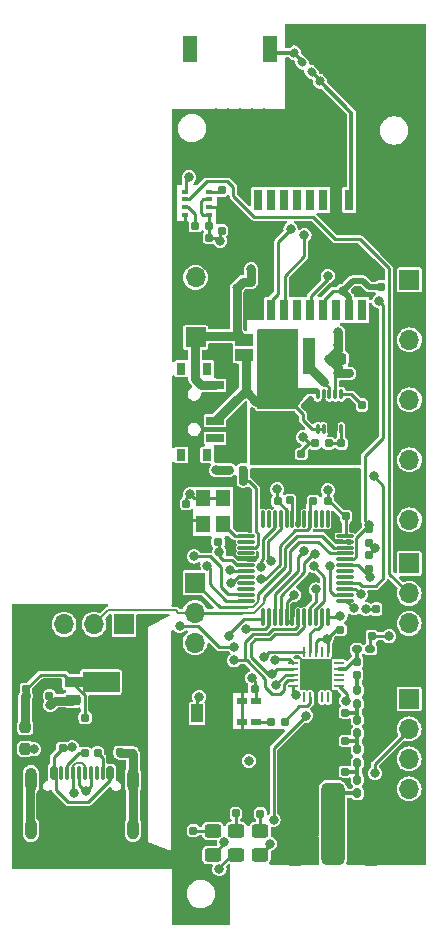
<source format=gbr>
%TF.GenerationSoftware,KiCad,Pcbnew,8.0.8*%
%TF.CreationDate,2025-05-28T20:16:54-04:00*%
%TF.ProjectId,Tiny4FSK,54696e79-3446-4534-9b2e-6b696361645f,rev?*%
%TF.SameCoordinates,Original*%
%TF.FileFunction,Copper,L1,Top*%
%TF.FilePolarity,Positive*%
%FSLAX46Y46*%
G04 Gerber Fmt 4.6, Leading zero omitted, Abs format (unit mm)*
G04 Created by KiCad (PCBNEW 8.0.8) date 2025-05-28 20:16:54*
%MOMM*%
%LPD*%
G01*
G04 APERTURE LIST*
G04 Aperture macros list*
%AMRoundRect*
0 Rectangle with rounded corners*
0 $1 Rounding radius*
0 $2 $3 $4 $5 $6 $7 $8 $9 X,Y pos of 4 corners*
0 Add a 4 corners polygon primitive as box body*
4,1,4,$2,$3,$4,$5,$6,$7,$8,$9,$2,$3,0*
0 Add four circle primitives for the rounded corners*
1,1,$1+$1,$2,$3*
1,1,$1+$1,$4,$5*
1,1,$1+$1,$6,$7*
1,1,$1+$1,$8,$9*
0 Add four rect primitives between the rounded corners*
20,1,$1+$1,$2,$3,$4,$5,0*
20,1,$1+$1,$4,$5,$6,$7,0*
20,1,$1+$1,$6,$7,$8,$9,0*
20,1,$1+$1,$8,$9,$2,$3,0*%
%AMFreePoly0*
4,1,9,3.862500,-0.866500,0.737500,-0.866500,0.737500,-0.450000,-0.737500,-0.450000,-0.737500,0.450000,0.737500,0.450000,0.737500,0.866500,3.862500,0.866500,3.862500,-0.866500,3.862500,-0.866500,$1*%
G04 Aperture macros list end*
%TA.AperFunction,SMDPad,CuDef*%
%ADD10R,1.200000X1.400000*%
%TD*%
%TA.AperFunction,SMDPad,CuDef*%
%ADD11RoundRect,0.155000X-0.155000X0.212500X-0.155000X-0.212500X0.155000X-0.212500X0.155000X0.212500X0*%
%TD*%
%TA.AperFunction,SMDPad,CuDef*%
%ADD12RoundRect,0.160000X-0.160000X0.222500X-0.160000X-0.222500X0.160000X-0.222500X0.160000X0.222500X0*%
%TD*%
%TA.AperFunction,SMDPad,CuDef*%
%ADD13RoundRect,0.155000X0.155000X-0.212500X0.155000X0.212500X-0.155000X0.212500X-0.155000X-0.212500X0*%
%TD*%
%TA.AperFunction,SMDPad,CuDef*%
%ADD14RoundRect,0.150000X-0.150000X-0.425000X0.150000X-0.425000X0.150000X0.425000X-0.150000X0.425000X0*%
%TD*%
%TA.AperFunction,SMDPad,CuDef*%
%ADD15RoundRect,0.075000X-0.075000X-0.500000X0.075000X-0.500000X0.075000X0.500000X-0.075000X0.500000X0*%
%TD*%
%TA.AperFunction,ComponentPad*%
%ADD16O,1.000000X2.100000*%
%TD*%
%TA.AperFunction,ComponentPad*%
%ADD17O,1.000000X1.800000*%
%TD*%
%TA.AperFunction,SMDPad,CuDef*%
%ADD18RoundRect,0.237500X0.237500X-0.250000X0.237500X0.250000X-0.237500X0.250000X-0.237500X-0.250000X0*%
%TD*%
%TA.AperFunction,SMDPad,CuDef*%
%ADD19RoundRect,0.160000X-0.197500X-0.160000X0.197500X-0.160000X0.197500X0.160000X-0.197500X0.160000X0*%
%TD*%
%TA.AperFunction,ComponentPad*%
%ADD20R,1.700000X1.700000*%
%TD*%
%TA.AperFunction,ComponentPad*%
%ADD21O,1.700000X1.700000*%
%TD*%
%TA.AperFunction,SMDPad,CuDef*%
%ADD22R,1.500000X1.000000*%
%TD*%
%TA.AperFunction,SMDPad,CuDef*%
%ADD23RoundRect,0.155000X0.259862X-0.040659X-0.040659X0.259862X-0.259862X0.040659X0.040659X-0.259862X0*%
%TD*%
%TA.AperFunction,SMDPad,CuDef*%
%ADD24RoundRect,0.155000X0.212500X0.155000X-0.212500X0.155000X-0.212500X-0.155000X0.212500X-0.155000X0*%
%TD*%
%TA.AperFunction,SMDPad,CuDef*%
%ADD25RoundRect,0.237500X-0.237500X0.300000X-0.237500X-0.300000X0.237500X-0.300000X0.237500X0.300000X0*%
%TD*%
%TA.AperFunction,SMDPad,CuDef*%
%ADD26RoundRect,0.160000X0.044194X0.270468X-0.270468X-0.044194X-0.044194X-0.270468X0.270468X0.044194X0*%
%TD*%
%TA.AperFunction,SMDPad,CuDef*%
%ADD27RoundRect,0.225000X-0.425000X-0.225000X0.425000X-0.225000X0.425000X0.225000X-0.425000X0.225000X0*%
%TD*%
%TA.AperFunction,SMDPad,CuDef*%
%ADD28FreePoly0,0.000000*%
%TD*%
%TA.AperFunction,SMDPad,CuDef*%
%ADD29RoundRect,0.160000X0.197500X0.160000X-0.197500X0.160000X-0.197500X-0.160000X0.197500X-0.160000X0*%
%TD*%
%TA.AperFunction,SMDPad,CuDef*%
%ADD30RoundRect,0.062500X0.350000X0.062500X-0.350000X0.062500X-0.350000X-0.062500X0.350000X-0.062500X0*%
%TD*%
%TA.AperFunction,SMDPad,CuDef*%
%ADD31RoundRect,0.062500X0.062500X0.350000X-0.062500X0.350000X-0.062500X-0.350000X0.062500X-0.350000X0*%
%TD*%
%TA.AperFunction,HeatsinkPad*%
%ADD32C,0.500000*%
%TD*%
%TA.AperFunction,HeatsinkPad*%
%ADD33R,2.500000X2.500000*%
%TD*%
%TA.AperFunction,SMDPad,CuDef*%
%ADD34R,0.800000X1.800000*%
%TD*%
%TA.AperFunction,SMDPad,CuDef*%
%ADD35RoundRect,0.160000X-0.160000X0.197500X-0.160000X-0.197500X0.160000X-0.197500X0.160000X0.197500X0*%
%TD*%
%TA.AperFunction,SMDPad,CuDef*%
%ADD36RoundRect,0.160000X0.160000X-0.197500X0.160000X0.197500X-0.160000X0.197500X-0.160000X-0.197500X0*%
%TD*%
%TA.AperFunction,SMDPad,CuDef*%
%ADD37RoundRect,0.155000X-0.212500X-0.155000X0.212500X-0.155000X0.212500X0.155000X-0.212500X0.155000X0*%
%TD*%
%TA.AperFunction,SMDPad,CuDef*%
%ADD38RoundRect,0.250000X-0.450000X0.325000X-0.450000X-0.325000X0.450000X-0.325000X0.450000X0.325000X0*%
%TD*%
%TA.AperFunction,SMDPad,CuDef*%
%ADD39R,0.280000X0.280000*%
%TD*%
%TA.AperFunction,SMDPad,CuDef*%
%ADD40O,0.280000X0.850000*%
%TD*%
%TA.AperFunction,ComponentPad*%
%ADD41C,0.600000*%
%TD*%
%TA.AperFunction,SMDPad,CuDef*%
%ADD42R,1.050000X0.680000*%
%TD*%
%TA.AperFunction,SMDPad,CuDef*%
%ADD43R,0.500000X0.260000*%
%TD*%
%TA.AperFunction,SMDPad,CuDef*%
%ADD44R,0.700000X0.280000*%
%TD*%
%TA.AperFunction,SMDPad,CuDef*%
%ADD45R,2.400000X1.650000*%
%TD*%
%TA.AperFunction,SMDPad,CuDef*%
%ADD46RoundRect,0.500000X0.500000X3.000000X-0.500000X3.000000X-0.500000X-3.000000X0.500000X-3.000000X0*%
%TD*%
%TA.AperFunction,ComponentPad*%
%ADD47C,2.000000*%
%TD*%
%TA.AperFunction,SMDPad,CuDef*%
%ADD48RoundRect,0.500000X0.500000X2.000000X-0.500000X2.000000X-0.500000X-2.000000X0.500000X-2.000000X0*%
%TD*%
%TA.AperFunction,SMDPad,CuDef*%
%ADD49RoundRect,0.160000X0.222500X0.160000X-0.222500X0.160000X-0.222500X-0.160000X0.222500X-0.160000X0*%
%TD*%
%TA.AperFunction,SMDPad,CuDef*%
%ADD50R,0.500000X0.350000*%
%TD*%
%TA.AperFunction,SMDPad,CuDef*%
%ADD51RoundRect,0.237500X-0.300000X-0.237500X0.300000X-0.237500X0.300000X0.237500X-0.300000X0.237500X0*%
%TD*%
%TA.AperFunction,SMDPad,CuDef*%
%ADD52R,1.140000X3.050000*%
%TD*%
%TA.AperFunction,SMDPad,CuDef*%
%ADD53R,0.825000X0.630000*%
%TD*%
%TA.AperFunction,SMDPad,CuDef*%
%ADD54RoundRect,0.075000X-0.662500X-0.075000X0.662500X-0.075000X0.662500X0.075000X-0.662500X0.075000X0*%
%TD*%
%TA.AperFunction,SMDPad,CuDef*%
%ADD55RoundRect,0.075000X-0.075000X-0.662500X0.075000X-0.662500X0.075000X0.662500X-0.075000X0.662500X0*%
%TD*%
%TA.AperFunction,SMDPad,CuDef*%
%ADD56R,1.168400X2.209800*%
%TD*%
%TA.AperFunction,SMDPad,CuDef*%
%ADD57R,0.800000X1.000000*%
%TD*%
%TA.AperFunction,SMDPad,CuDef*%
%ADD58R,1.500000X0.700000*%
%TD*%
%TA.AperFunction,SMDPad,CuDef*%
%ADD59R,1.000000X1.500000*%
%TD*%
%TA.AperFunction,ViaPad*%
%ADD60C,0.800000*%
%TD*%
%TA.AperFunction,ViaPad*%
%ADD61C,0.600000*%
%TD*%
%TA.AperFunction,Conductor*%
%ADD62C,0.250000*%
%TD*%
%TA.AperFunction,Conductor*%
%ADD63C,0.750000*%
%TD*%
%TA.AperFunction,Conductor*%
%ADD64C,0.350000*%
%TD*%
%TA.AperFunction,Conductor*%
%ADD65C,0.200000*%
%TD*%
%TA.AperFunction,Conductor*%
%ADD66C,0.500000*%
%TD*%
%TA.AperFunction,Conductor*%
%ADD67C,0.180000*%
%TD*%
G04 APERTURE END LIST*
D10*
%TO.P,U4,4,VDD*%
%TO.N,+3.3V*%
X144650000Y-77090000D03*
%TO.P,U4,3,OUTPUT*%
%TO.N,TCXO*%
X144650000Y-79290000D03*
%TO.P,U4,2,GND*%
%TO.N,Earth*%
X142950000Y-79290000D03*
%TO.P,U4,1,EN*%
%TO.N,+3.3V*%
X142950000Y-77090000D03*
%TD*%
D11*
%TO.P,C13,1*%
%TO.N,Earth*%
X157995000Y-58047500D03*
%TO.P,C13,2*%
%TO.N,+3.3V*%
X157995000Y-59182500D03*
%TD*%
D12*
%TO.P,L5,1,1*%
%TO.N,Net-(C20-Pad1)*%
X156000000Y-95826250D03*
%TO.P,L5,2,2*%
%TO.N,Net-(C24-Pad1)*%
X156000000Y-96971250D03*
%TD*%
D13*
%TO.P,C11,1*%
%TO.N,Net-(U5-VDDCORE)*%
X150305218Y-77249421D03*
%TO.P,C11,2*%
%TO.N,Earth*%
X150305218Y-76114421D03*
%TD*%
D14*
%TO.P,J7,A1,GND*%
%TO.N,Earth*%
X129476776Y-100330139D03*
%TO.P,J7,A4,VBUS*%
%TO.N,USB*%
X130276776Y-100330139D03*
D15*
%TO.P,J7,A5,CC1*%
%TO.N,Net-(J7-CC1)*%
X131426776Y-100330139D03*
%TO.P,J7,A6,D+*%
%TO.N,D+*%
X132426776Y-100330139D03*
%TO.P,J7,A7,D-*%
%TO.N,D-*%
X132926776Y-100330139D03*
%TO.P,J7,A8,SBU1*%
%TO.N,unconnected-(J7-SBU1-PadA8)*%
X133926776Y-100330139D03*
D14*
%TO.P,J7,A9,VBUS*%
%TO.N,USB*%
X135076776Y-100330139D03*
%TO.P,J7,A12,GND*%
%TO.N,Earth*%
X135876776Y-100330139D03*
%TO.P,J7,B1,GND*%
X135876776Y-100330139D03*
%TO.P,J7,B4,VBUS*%
%TO.N,USB*%
X135076776Y-100330139D03*
D15*
%TO.P,J7,B5,CC2*%
%TO.N,Net-(J7-CC2)*%
X134426776Y-100330139D03*
%TO.P,J7,B6,D+*%
%TO.N,D+*%
X133426776Y-100330139D03*
%TO.P,J7,B7,D-*%
%TO.N,D-*%
X131926776Y-100330139D03*
%TO.P,J7,B8,SBU2*%
%TO.N,unconnected-(J7-SBU2-PadB8)*%
X130926776Y-100330139D03*
D14*
%TO.P,J7,B9,VBUS*%
%TO.N,USB*%
X130276776Y-100330139D03*
%TO.P,J7,B12,GND*%
%TO.N,Earth*%
X129476776Y-100330139D03*
D16*
%TO.P,J7,S1,SHIELD*%
%TO.N,Net-(J7-SHIELD)*%
X128356776Y-100905139D03*
D17*
X128356776Y-105085139D03*
D16*
X136996776Y-100905139D03*
D17*
X136996776Y-105085139D03*
%TD*%
D18*
%TO.P,FB1,1*%
%TO.N,USB*%
X127865000Y-98277500D03*
%TO.P,FB1,2*%
%TO.N,LIN*%
X127865000Y-96452500D03*
%TD*%
D19*
%TO.P,R5,1*%
%TO.N,+BATT*%
X145146049Y-74644619D03*
%TO.P,R5,2*%
%TO.N,BATT_SENSE*%
X146341049Y-74644619D03*
%TD*%
D20*
%TO.P,J4,1,Pin_1*%
%TO.N,D+*%
X142250000Y-84210000D03*
D21*
%TO.P,J4,2,Pin_2*%
%TO.N,D-*%
X142250000Y-86750000D03*
%TO.P,J4,3,Pin_3*%
%TO.N,+3.3V*%
X142250000Y-89290000D03*
%TO.P,J4,4,Pin_4*%
%TO.N,Earth*%
X142250000Y-91830000D03*
%TD*%
D11*
%TO.P,C16,1*%
%TO.N,Earth*%
X157200000Y-87632500D03*
%TO.P,C16,2*%
%TO.N,+3.3V*%
X157200000Y-88767500D03*
%TD*%
D22*
%TO.P,JP1,1,A*%
%TO.N,BST_IN*%
X146400000Y-64950000D03*
%TO.P,JP1,2,B*%
%TO.N,+BATT*%
X146400000Y-63650000D03*
%TD*%
D20*
%TO.P,J3,1,Pin_1*%
%TO.N,+3.3V*%
X160380000Y-82590000D03*
D21*
%TO.P,J3,2,Pin_2*%
%TO.N,SDA*%
X160380000Y-85130000D03*
%TO.P,J3,3,Pin_3*%
%TO.N,SCL*%
X160380000Y-87670000D03*
%TO.P,J3,4,Pin_4*%
%TO.N,Earth*%
X160380000Y-90210000D03*
%TD*%
D23*
%TO.P,C3,1*%
%TO.N,+BATT*%
X145841283Y-59241283D03*
%TO.P,C3,2*%
%TO.N,Earth*%
X145038717Y-58438717D03*
%TD*%
D11*
%TO.P,C19,1*%
%TO.N,Earth*%
X135871627Y-97465116D03*
%TO.P,C19,2*%
%TO.N,Net-(J7-SHIELD)*%
X135871627Y-98600116D03*
%TD*%
D24*
%TO.P,C20,1*%
%TO.N,Net-(C20-Pad1)*%
X154985655Y-95216644D03*
%TO.P,C20,2*%
%TO.N,Earth*%
X153850655Y-95216644D03*
%TD*%
D25*
%TO.P,C7,1*%
%TO.N,BST_IN*%
X149145000Y-68892500D03*
%TO.P,C7,2*%
%TO.N,Earth*%
X149145000Y-70617500D03*
%TD*%
D12*
%TO.P,L7,1,1*%
%TO.N,Net-(C27-Pad1)*%
X156000000Y-100898750D03*
%TO.P,L7,2,2*%
%TO.N,Net-(AE2-RF)*%
X156000000Y-102043750D03*
%TD*%
D26*
%TO.P,L1,1,1*%
%TO.N,Earth*%
X151425834Y-38530583D03*
%TO.P,L1,2,2*%
%TO.N,Net-(AE1-A)*%
X150616196Y-39340221D03*
%TD*%
D27*
%TO.P,U7,1,GND*%
%TO.N,Earth*%
X131885000Y-91146687D03*
%TO.P,U7,2,VO*%
%TO.N,+3.3V*%
X131885000Y-94146687D03*
D28*
%TO.P,U7,3,VI*%
%TO.N,LIN*%
X131972500Y-92646687D03*
%TD*%
D29*
%TO.P,R2,1*%
%TO.N,+3.3V*%
X143469572Y-54041843D03*
%TO.P,R2,2*%
%TO.N,Net-(U1-CSB)*%
X142274572Y-54041843D03*
%TD*%
D13*
%TO.P,C14,1*%
%TO.N,+3.3V*%
X157600000Y-86467500D03*
%TO.P,C14,2*%
%TO.N,Earth*%
X157600000Y-85332500D03*
%TD*%
D11*
%TO.P,C6,1*%
%TO.N,BST_IN*%
X150395000Y-68937500D03*
%TO.P,C6,2*%
%TO.N,Earth*%
X150395000Y-70072500D03*
%TD*%
D30*
%TO.P,U6,1,SDN*%
%TO.N,SDN*%
X154437500Y-93000000D03*
%TO.P,U6,2,NC_1*%
%TO.N,unconnected-(U6-NC_1-Pad2)*%
X154437500Y-92500000D03*
%TO.P,U6,3,NC_2*%
%TO.N,unconnected-(U6-NC_2-Pad3)*%
X154437500Y-92000000D03*
%TO.P,U6,4,TX*%
%TO.N,RF_ANT*%
X154437500Y-91500000D03*
%TO.P,U6,5,NC_3*%
%TO.N,unconnected-(U6-NC_3-Pad5)*%
X154437500Y-91000000D03*
D31*
%TO.P,U6,6,VDD_1*%
%TO.N,+3.3V*%
X153500000Y-90062500D03*
%TO.P,U6,7,TXRAMP*%
%TO.N,unconnected-(U6-TXRAMP-Pad7)*%
X153000000Y-90062500D03*
%TO.P,U6,8,VDD_2*%
%TO.N,+3.3V*%
X152500000Y-90062500D03*
%TO.P,U6,9,GPIO0*%
%TO.N,GPIO0*%
X152000000Y-90062500D03*
%TO.P,U6,10,GPIO1*%
%TO.N,GPIO1*%
X151500000Y-90062500D03*
D30*
%TO.P,U6,11,NIRQ*%
%TO.N,RF_RST*%
X150562500Y-91000000D03*
%TO.P,U6,12,SCLK*%
%TO.N,SCK*%
X150562500Y-91500000D03*
%TO.P,U6,13,SDO*%
%TO.N,MISO*%
X150562500Y-92000000D03*
%TO.P,U6,14,SDI*%
%TO.N,MOSI*%
X150562500Y-92500000D03*
%TO.P,U6,15,NSEL*%
%TO.N,RF_SS*%
X150562500Y-93000000D03*
D31*
%TO.P,U6,16,XOUT*%
%TO.N,unconnected-(U6-XOUT-Pad16)*%
X151500000Y-93937500D03*
%TO.P,U6,17,XIN*%
%TO.N,Net-(U6-XIN)*%
X152000000Y-93937500D03*
%TO.P,U6,18,GND_1*%
%TO.N,Earth*%
X152500000Y-93937500D03*
%TO.P,U6,19,GPIO2*%
%TO.N,unconnected-(U6-GPIO2-Pad19)*%
X153000000Y-93937500D03*
%TO.P,U6,20,GPIO3*%
%TO.N,unconnected-(U6-GPIO3-Pad20)*%
X153500000Y-93937500D03*
D32*
%TO.P,U6,21,GND_2*%
%TO.N,Earth*%
X153500000Y-93000000D03*
X153500000Y-91000000D03*
D33*
X152500000Y-92000000D03*
D32*
X151500000Y-93000000D03*
X151500000Y-91000000D03*
%TD*%
D24*
%TO.P,C2,1*%
%TO.N,+3.3V*%
X143462061Y-55018579D03*
%TO.P,C2,2*%
%TO.N,Earth*%
X142327061Y-55018579D03*
%TD*%
D13*
%TO.P,C30,1*%
%TO.N,Earth*%
X141500000Y-78667500D03*
%TO.P,C30,2*%
%TO.N,+3.3V*%
X141500000Y-77532500D03*
%TD*%
D26*
%TO.P,L8,1,1*%
%TO.N,Earth*%
X153639819Y-40978550D03*
%TO.P,L8,2,2*%
%TO.N,ANT_GPS*%
X152830181Y-41788188D03*
%TD*%
D13*
%TO.P,C18,1*%
%TO.N,+3.3V*%
X129931512Y-93827500D03*
%TO.P,C18,2*%
%TO.N,Earth*%
X129931512Y-92692500D03*
%TD*%
D34*
%TO.P,U2,1,GND*%
%TO.N,Earth*%
X147602759Y-61121296D03*
%TO.P,U2,2,TXD*%
%TO.N,RXD*%
X148702759Y-61121296D03*
%TO.P,U2,3,RXD*%
%TO.N,TXD*%
X149802759Y-61121296D03*
%TO.P,U2,4,PPS*%
%TO.N,unconnected-(U2-PPS-Pad4)*%
X150902759Y-61121296D03*
%TO.P,U2,5,ONOFF*%
%TO.N,GPS_EN*%
X152002759Y-61121296D03*
%TO.P,U2,6,VBAT*%
%TO.N,+3.3V*%
X153102759Y-61121296D03*
%TO.P,U2,7,NC*%
%TO.N,unconnected-(U2-NC-Pad7)*%
X154202759Y-61121296D03*
%TO.P,U2,8,VCC*%
%TO.N,+3.3V*%
X155302759Y-61121296D03*
%TO.P,U2,9,nRESET*%
%TO.N,unconnected-(U2-nRESET-Pad9)*%
X156402759Y-61121296D03*
%TO.P,U2,10,GND*%
%TO.N,Earth*%
X156402759Y-51806296D03*
%TO.P,U2,11,RF_IN*%
%TO.N,ANT_GPS*%
X155302759Y-51806296D03*
%TO.P,U2,12,GND*%
%TO.N,Earth*%
X154202759Y-51806296D03*
%TO.P,U2,13,NC*%
%TO.N,unconnected-(U2-NC-Pad13)*%
X153102759Y-51806296D03*
%TO.P,U2,14,VCC_RF*%
%TO.N,unconnected-(U2-VCC_RF-Pad14)*%
X152002759Y-51806296D03*
%TO.P,U2,15,NC*%
%TO.N,unconnected-(U2-NC-Pad15)*%
X150902759Y-51806296D03*
%TO.P,U2,16,SDA*%
%TO.N,unconnected-(U2-SDA-Pad16)*%
X149802759Y-51806296D03*
%TO.P,U2,17,SCL*%
%TO.N,unconnected-(U2-SCL-Pad17)*%
X148702759Y-51806296D03*
%TO.P,U2,18,NC*%
%TO.N,unconnected-(U2-NC-Pad18)*%
X147602759Y-51806296D03*
%TD*%
D35*
%TO.P,R12,1*%
%TO.N,Earth*%
X132945858Y-97460119D03*
%TO.P,R12,2*%
%TO.N,Net-(J7-CC1)*%
X132945858Y-98655119D03*
%TD*%
D36*
%TO.P,R9,1*%
%TO.N,SDA*%
X157010000Y-83087500D03*
%TO.P,R9,2*%
%TO.N,+3.3V*%
X157010000Y-81892500D03*
%TD*%
D19*
%TO.P,R3,1*%
%TO.N,+3.3V*%
X152376835Y-72431865D03*
%TO.P,R3,2*%
%TO.N,Net-(U3-FB)*%
X153571835Y-72431865D03*
%TD*%
D37*
%TO.P,C21,1*%
%TO.N,RF_XO*%
X148707280Y-96023279D03*
%TO.P,C21,2*%
%TO.N,Net-(U6-XIN)*%
X149842280Y-96023279D03*
%TD*%
D24*
%TO.P,C25,1*%
%TO.N,USB*%
X131064592Y-98186046D03*
%TO.P,C25,2*%
%TO.N,Earth*%
X129929592Y-98186046D03*
%TD*%
D38*
%TO.P,D1,1,K*%
%TO.N,Net-(D1-K)*%
X143750000Y-105225000D03*
%TO.P,D1,2,A*%
%TO.N,SUCCESS*%
X143750000Y-107275000D03*
%TD*%
D20*
%TO.P,J1,1,Pin_1*%
%TO.N,+BATT*%
X142294431Y-63452157D03*
D21*
%TO.P,J1,2,Pin_2*%
%TO.N,Earth*%
X142294431Y-60912157D03*
%TO.P,J1,3,Pin_3*%
%TO.N,+3.3V*%
X142294431Y-58372157D03*
%TD*%
D35*
%TO.P,R1,1*%
%TO.N,Net-(U1-SDO)*%
X144509334Y-50991849D03*
%TO.P,R1,2*%
%TO.N,Earth*%
X144509334Y-52186849D03*
%TD*%
D38*
%TO.P,D3,1,K*%
%TO.N,Net-(D3-K)*%
X147750000Y-105225000D03*
%TO.P,D3,2,A*%
%TO.N,+3.3V*%
X147750000Y-107275000D03*
%TD*%
D39*
%TO.P,U3,1,VAUX*%
%TO.N,Net-(U3-VAUX)*%
X154635000Y-67995000D03*
D40*
X154635000Y-68280000D03*
D39*
%TO.P,U3,2,VOUT*%
%TO.N,+3.3V*%
X154135000Y-67995000D03*
D40*
X154135000Y-68280000D03*
D39*
%TO.P,U3,3,L*%
%TO.N,Net-(U3-L)*%
X153635000Y-67995000D03*
D40*
X153635000Y-68280000D03*
D39*
%TO.P,U3,4,PGND*%
%TO.N,Earth*%
X153135000Y-67995000D03*
D40*
X153135000Y-68280000D03*
D39*
%TO.P,U3,5,VIN*%
%TO.N,BST_IN*%
X152635000Y-67995000D03*
D40*
X152635000Y-68280000D03*
%TO.P,U3,6,EN*%
X152635000Y-71230000D03*
D39*
X152635000Y-71515000D03*
D40*
%TO.P,U3,7,UVLO*%
X153135000Y-71230000D03*
D39*
X153135000Y-71515000D03*
D40*
%TO.P,U3,8,PS*%
%TO.N,Earth*%
X153635000Y-71230000D03*
D39*
X153635000Y-71515000D03*
D40*
%TO.P,U3,9,GND*%
X154135000Y-71230000D03*
D39*
X154135000Y-71515000D03*
D40*
%TO.P,U3,10,FB*%
%TO.N,Net-(U3-FB)*%
X154635000Y-71230000D03*
D39*
X154635000Y-71515000D03*
D41*
%TO.P,U3,11,PAD*%
%TO.N,Earth*%
X154385000Y-69255000D03*
X152885000Y-69255000D03*
D42*
X154270000Y-69305000D03*
X153000000Y-69305000D03*
D43*
X155265000Y-69505000D03*
D44*
X155185000Y-69505000D03*
X152085000Y-69505000D03*
D43*
X152005000Y-69505000D03*
D41*
X153635000Y-69755000D03*
D45*
X153635000Y-69755000D03*
D43*
X155265000Y-70005000D03*
D44*
X155185000Y-70005000D03*
X152085000Y-70005000D03*
D43*
X152005000Y-70005000D03*
D42*
X154270000Y-70205000D03*
X153000000Y-70205000D03*
D41*
X154385000Y-70255000D03*
X152885000Y-70255000D03*
%TD*%
D36*
%TO.P,R8,1*%
%TO.N,+3.3V*%
X157000000Y-80847500D03*
%TO.P,R8,2*%
%TO.N,SCL*%
X157000000Y-79652500D03*
%TD*%
D24*
%TO.P,C12,2*%
%TO.N,Earth*%
X143071099Y-80800000D03*
%TO.P,C12,1*%
%TO.N,+3.3V*%
X144206099Y-80800000D03*
%TD*%
D46*
%TO.P,AE2,1,RF*%
%TO.N,Net-(AE2-RF)*%
X153911023Y-104665790D03*
D47*
X153911023Y-105665790D03*
%TO.P,AE2,2,Shield*%
%TO.N,Earth*%
X150696023Y-105665790D03*
D48*
X150696023Y-105665790D03*
D47*
X157126023Y-105665790D03*
D48*
X157126023Y-105665790D03*
%TD*%
D49*
%TO.P,L3,1,1*%
%TO.N,+3.3V*%
X157089522Y-89867029D03*
%TO.P,L3,2,2*%
%TO.N,RF_ANT*%
X155944522Y-89867029D03*
%TD*%
D36*
%TO.P,R13,1*%
%TO.N,Net-(D2-K)*%
X145709462Y-103762515D03*
%TO.P,R13,2*%
%TO.N,Earth*%
X145709462Y-102567515D03*
%TD*%
D37*
%TO.P,C23,1*%
%TO.N,+3.3V*%
X154532500Y-88200000D03*
%TO.P,C23,2*%
%TO.N,Earth*%
X155667500Y-88200000D03*
%TD*%
D35*
%TO.P,R15,1*%
%TO.N,Net-(D1-K)*%
X142110000Y-105212500D03*
%TO.P,R15,2*%
%TO.N,Earth*%
X142110000Y-106407500D03*
%TD*%
D20*
%TO.P,J2,1,Pin_1*%
%TO.N,D38*%
X160400000Y-58580000D03*
D21*
%TO.P,J2,2,Pin_2*%
%TO.N,Earth*%
X160400000Y-61120000D03*
%TO.P,J2,3,Pin_3*%
%TO.N,D12*%
X160400000Y-63660000D03*
%TO.P,J2,4,Pin_4*%
%TO.N,Earth*%
X160400000Y-66200000D03*
%TO.P,J2,5,Pin_5*%
%TO.N,D13*%
X160400000Y-68740000D03*
%TO.P,J2,6,Pin_6*%
%TO.N,Earth*%
X160400000Y-71280000D03*
%TO.P,J2,7,Pin_7*%
%TO.N,A1*%
X160400000Y-73820000D03*
%TO.P,J2,8,Pin_8*%
%TO.N,Earth*%
X160400000Y-76360000D03*
%TO.P,J2,9,Pin_9*%
%TO.N,A2*%
X160400000Y-78900000D03*
%TD*%
D23*
%TO.P,C28,1*%
%TO.N,ANT_GPS*%
X152126283Y-40984652D03*
%TO.P,C28,2*%
%TO.N,Net-(AE1-A)*%
X151323717Y-40182086D03*
%TD*%
D37*
%TO.P,C22,1*%
%TO.N,Earth*%
X131814767Y-95648838D03*
%TO.P,C22,2*%
%TO.N,LIN*%
X132949767Y-95648838D03*
%TD*%
D35*
%TO.P,R10,1*%
%TO.N,Earth*%
X134017676Y-97450171D03*
%TO.P,R10,2*%
%TO.N,Net-(J7-CC2)*%
X134017676Y-98645171D03*
%TD*%
D36*
%TO.P,R11,1*%
%TO.N,Net-(J7-SHIELD)*%
X136931918Y-98643080D03*
%TO.P,R11,2*%
%TO.N,Earth*%
X136931918Y-97448080D03*
%TD*%
D20*
%TO.P,J5,1,Pin_1*%
%TO.N,D+*%
X136241300Y-87746215D03*
D21*
%TO.P,J5,2,Pin_2*%
%TO.N,D-*%
X133701300Y-87746215D03*
%TO.P,J5,3,Pin_3*%
%TO.N,+3.3V*%
X131161300Y-87746215D03*
%TO.P,J5,4,Pin_4*%
%TO.N,Earth*%
X128621300Y-87746215D03*
%TD*%
D11*
%TO.P,C1,1*%
%TO.N,Earth*%
X144502577Y-53272997D03*
%TO.P,C1,2*%
%TO.N,+3.3V*%
X144502577Y-54407997D03*
%TD*%
D37*
%TO.P,C26,1*%
%TO.N,Earth*%
X146182500Y-93200000D03*
%TO.P,C26,2*%
%TO.N,+3.3V*%
X147317500Y-93200000D03*
%TD*%
D50*
%TO.P,U1,1,GND*%
%TO.N,Earth*%
X141385220Y-53079470D03*
%TO.P,U1,2,CSB*%
%TO.N,Net-(U1-CSB)*%
X141385220Y-52429470D03*
%TO.P,U1,3,SDI*%
%TO.N,SDA*%
X141385220Y-51779470D03*
%TO.P,U1,4,SCK*%
%TO.N,SCL*%
X141385220Y-51129470D03*
%TO.P,U1,5,SDO*%
%TO.N,Net-(U1-SDO)*%
X143435220Y-51129470D03*
%TO.P,U1,6,VDDIO*%
%TO.N,+3.3V*%
X143435220Y-51779470D03*
%TO.P,U1,7,GND*%
%TO.N,Earth*%
X143435220Y-52429470D03*
%TO.P,U1,8,VDD*%
%TO.N,+3.3V*%
X143435220Y-53079470D03*
%TD*%
D20*
%TO.P,J6,1,Pin_1*%
%TO.N,+3.3V*%
X160380000Y-94065000D03*
D21*
%TO.P,J6,2,Pin_2*%
%TO.N,MOSI*%
X160380000Y-96605000D03*
%TO.P,J6,3,Pin_3*%
%TO.N,MISO*%
X160380000Y-99145000D03*
%TO.P,J6,4,Pin_4*%
%TO.N,SCK*%
X160380000Y-101685000D03*
%TO.P,J6,5,Pin_5*%
%TO.N,Earth*%
X160380000Y-104225000D03*
%TD*%
D38*
%TO.P,D2,1,K*%
%TO.N,Net-(D2-K)*%
X145750000Y-105225000D03*
%TO.P,D2,2,A*%
%TO.N,ERROR*%
X145750000Y-107275000D03*
%TD*%
D51*
%TO.P,C4,1*%
%TO.N,+3.3V*%
X154532500Y-65255000D03*
%TO.P,C4,2*%
%TO.N,Earth*%
X156257500Y-65255000D03*
%TD*%
D24*
%TO.P,C24,1*%
%TO.N,Net-(C24-Pad1)*%
X154977500Y-97621250D03*
%TO.P,C24,2*%
%TO.N,Earth*%
X153842500Y-97621250D03*
%TD*%
%TO.P,C29,1*%
%TO.N,+3.3V*%
X151262500Y-73315000D03*
%TO.P,C29,2*%
%TO.N,Earth*%
X150127500Y-73315000D03*
%TD*%
D52*
%TO.P,L2,1,1*%
%TO.N,Net-(U3-L)*%
X151895000Y-65005000D03*
%TO.P,L2,2,2*%
%TO.N,BST_IN*%
X149735000Y-65005000D03*
%TD*%
D13*
%TO.P,C10,1*%
%TO.N,+3.3V*%
X155050000Y-78617500D03*
%TO.P,C10,2*%
%TO.N,Earth*%
X155050000Y-77482500D03*
%TD*%
D12*
%TO.P,L6,1,1*%
%TO.N,Net-(C24-Pad1)*%
X156000000Y-98326250D03*
%TO.P,L6,2,2*%
%TO.N,Net-(C27-Pad1)*%
X156000000Y-99471250D03*
%TD*%
D53*
%TO.P,U8,1,GND*%
%TO.N,Earth*%
X146205696Y-94216174D03*
%TO.P,U8,2,GND*%
X146205696Y-96036174D03*
%TO.P,U8,3,CLK_OUT*%
%TO.N,RF_XO*%
X147435696Y-96036174D03*
%TO.P,U8,4,VDD*%
%TO.N,+3.3V*%
X147435696Y-94216174D03*
%TD*%
D29*
%TO.P,R6,1*%
%TO.N,BATT_SENSE*%
X146342157Y-75600000D03*
%TO.P,R6,2*%
%TO.N,Earth*%
X145147157Y-75600000D03*
%TD*%
D19*
%TO.P,R7,1*%
%TO.N,nRST*%
X152277171Y-77296768D03*
%TO.P,R7,2*%
%TO.N,+3.3V*%
X153472171Y-77296768D03*
%TD*%
D11*
%TO.P,C8,1*%
%TO.N,Net-(U3-VAUX)*%
X156395000Y-69187500D03*
%TO.P,C8,2*%
%TO.N,Earth*%
X156395000Y-70322500D03*
%TD*%
D36*
%TO.P,R14,1*%
%TO.N,Net-(D3-K)*%
X147789462Y-103772515D03*
%TO.P,R14,2*%
%TO.N,Earth*%
X147789462Y-102577515D03*
%TD*%
D13*
%TO.P,C17,1*%
%TO.N,LIN*%
X127920231Y-93264638D03*
%TO.P,C17,2*%
%TO.N,Earth*%
X127920231Y-92129638D03*
%TD*%
D54*
%TO.P,U5,1,PA00*%
%TO.N,TCXO*%
X146587500Y-80250000D03*
%TO.P,U5,2,PA01*%
%TO.N,unconnected-(U5-PA01-Pad2)*%
X146587500Y-80750000D03*
%TO.P,U5,3,PA02*%
%TO.N,BATT_SENSE*%
X146587500Y-81250000D03*
%TO.P,U5,4,PA03*%
%TO.N,unconnected-(U5-PA03-Pad4)*%
X146587500Y-81750000D03*
%TO.P,U5,5,GNDANA*%
%TO.N,Earth*%
X146587500Y-82250000D03*
%TO.P,U5,6,VDDANA*%
%TO.N,+3.3V*%
X146587500Y-82750000D03*
%TO.P,U5,7,PB08*%
%TO.N,A1*%
X146587500Y-83250000D03*
%TO.P,U5,8,PB09*%
%TO.N,A2*%
X146587500Y-83750000D03*
%TO.P,U5,9,PA04*%
%TO.N,unconnected-(U5-PA04-Pad9)*%
X146587500Y-84250000D03*
%TO.P,U5,10,PA05*%
%TO.N,unconnected-(U5-PA05-Pad10)*%
X146587500Y-84750000D03*
%TO.P,U5,11,PA06*%
%TO.N,GPS_EN*%
X146587500Y-85250000D03*
%TO.P,U5,12,PA07*%
%TO.N,RF_RST*%
X146587500Y-85750000D03*
D55*
%TO.P,U5,13,PA08*%
%TO.N,SUCCESS*%
X148000000Y-87162500D03*
%TO.P,U5,14,PA09*%
%TO.N,GPIO1*%
X148500000Y-87162500D03*
%TO.P,U5,15,PA10*%
%TO.N,TXD*%
X149000000Y-87162500D03*
%TO.P,U5,16,PA11*%
%TO.N,RXD*%
X149500000Y-87162500D03*
%TO.P,U5,17,VDDIO*%
%TO.N,+3.3V*%
X150000000Y-87162500D03*
%TO.P,U5,18,GND*%
%TO.N,Earth*%
X150500000Y-87162500D03*
%TO.P,U5,19,PB10*%
%TO.N,MOSI*%
X151000000Y-87162500D03*
%TO.P,U5,20,PB11*%
%TO.N,SCK*%
X151500000Y-87162500D03*
%TO.P,U5,21,PA12*%
%TO.N,MISO*%
X152000000Y-87162500D03*
%TO.P,U5,22,PA13*%
%TO.N,D38*%
X152500000Y-87162500D03*
%TO.P,U5,23,PA14*%
%TO.N,GPIO0*%
X153000000Y-87162500D03*
%TO.P,U5,24,PA15*%
%TO.N,ERROR*%
X153500000Y-87162500D03*
D54*
%TO.P,U5,25,PA16*%
%TO.N,SDN*%
X154912500Y-85750000D03*
%TO.P,U5,26,PA17*%
%TO.N,D13*%
X154912500Y-85250000D03*
%TO.P,U5,27,PA18*%
%TO.N,RF_SS*%
X154912500Y-84750000D03*
%TO.P,U5,28,PA19*%
%TO.N,D12*%
X154912500Y-84250000D03*
%TO.P,U5,29,PA20*%
%TO.N,D6*%
X154912500Y-83750000D03*
%TO.P,U5,30,PA21*%
%TO.N,D7*%
X154912500Y-83250000D03*
%TO.P,U5,31,PA22*%
%TO.N,SDA*%
X154912500Y-82750000D03*
%TO.P,U5,32,PA23*%
%TO.N,SCL*%
X154912500Y-82250000D03*
%TO.P,U5,33,PA24*%
%TO.N,D-*%
X154912500Y-81750000D03*
%TO.P,U5,34,PA25*%
%TO.N,D+*%
X154912500Y-81250000D03*
%TO.P,U5,35,GND*%
%TO.N,Earth*%
X154912500Y-80750000D03*
%TO.P,U5,36,VDDIO*%
%TO.N,+3.3V*%
X154912500Y-80250000D03*
D55*
%TO.P,U5,37,PB22*%
%TO.N,unconnected-(U5-PB22-Pad37)*%
X153500000Y-78837500D03*
%TO.P,U5,38,PB23*%
%TO.N,unconnected-(U5-PB23-Pad38)*%
X153000000Y-78837500D03*
%TO.P,U5,39,PA27*%
%TO.N,unconnected-(U5-PA27-Pad39)*%
X152500000Y-78837500D03*
%TO.P,U5,40,~{RESET}*%
%TO.N,nRST*%
X152000000Y-78837500D03*
%TO.P,U5,41,PA28*%
%TO.N,unconnected-(U5-PA28-Pad41)*%
X151500000Y-78837500D03*
%TO.P,U5,42,GND*%
%TO.N,Earth*%
X151000000Y-78837500D03*
%TO.P,U5,43,VDDCORE*%
%TO.N,Net-(U5-VDDCORE)*%
X150500000Y-78837500D03*
%TO.P,U5,44,VDDIN*%
%TO.N,+3.3V*%
X150000000Y-78837500D03*
%TO.P,U5,45,PA30*%
%TO.N,SWCLK*%
X149500000Y-78837500D03*
%TO.P,U5,46,PA31*%
%TO.N,SWDIO*%
X149000000Y-78837500D03*
%TO.P,U5,47,PB02*%
%TO.N,unconnected-(U5-PB02-Pad47)*%
X148500000Y-78837500D03*
%TO.P,U5,48,PB03*%
%TO.N,unconnected-(U5-PB03-Pad48)*%
X148000000Y-78837500D03*
%TD*%
D56*
%TO.P,AE1,1,A*%
%TO.N,Net-(AE1-A)*%
X148561783Y-39057652D03*
%TO.P,AE1,2*%
%TO.N,N/C*%
X141830783Y-39057652D03*
%TD*%
D57*
%TO.P,SW1,*%
%TO.N,*%
X143299224Y-66100085D03*
X141089224Y-66100085D03*
X143299224Y-73400085D03*
X141089224Y-73400085D03*
D58*
%TO.P,SW1,1,A*%
%TO.N,+BATT*%
X143949224Y-67500085D03*
%TO.P,SW1,2,B*%
%TO.N,BST_IN*%
X143949224Y-70500085D03*
%TO.P,SW1,3,C*%
%TO.N,unconnected-(SW1-C-Pad3)*%
X143949224Y-72000085D03*
%TD*%
D37*
%TO.P,C9,1*%
%TO.N,Earth*%
X148114421Y-77333145D03*
%TO.P,C9,2*%
%TO.N,+3.3V*%
X149249421Y-77333145D03*
%TD*%
%TO.P,C5,1*%
%TO.N,+3.3V*%
X155327500Y-66505000D03*
%TO.P,C5,2*%
%TO.N,Earth*%
X156462500Y-66505000D03*
%TD*%
D19*
%TO.P,R4,1*%
%TO.N,Net-(U3-FB)*%
X154637648Y-72439291D03*
%TO.P,R4,2*%
%TO.N,Earth*%
X155832648Y-72439291D03*
%TD*%
D59*
%TO.P,SW2,1,1*%
%TO.N,Earth*%
X142420000Y-102800000D03*
%TO.P,SW2,2,2*%
%TO.N,nRST*%
X142420000Y-95300000D03*
%TD*%
D12*
%TO.P,L4,1,1*%
%TO.N,Net-(C15-Pad2)*%
X156000000Y-93326250D03*
%TO.P,L4,2,2*%
%TO.N,Net-(C20-Pad1)*%
X156000000Y-94471250D03*
%TD*%
D24*
%TO.P,C27,1*%
%TO.N,Net-(C27-Pad1)*%
X154980910Y-100215963D03*
%TO.P,C27,2*%
%TO.N,Earth*%
X153845910Y-100215963D03*
%TD*%
D11*
%TO.P,C15,1*%
%TO.N,RF_ANT*%
X156000000Y-90903750D03*
%TO.P,C15,2*%
%TO.N,Net-(C15-Pad2)*%
X156000000Y-92038750D03*
%TD*%
D60*
%TO.N,Earth*%
X150300000Y-98400000D03*
X151477985Y-84722259D03*
X147900000Y-100000000D03*
X157000000Y-67750000D03*
X156000000Y-43828369D03*
X152900000Y-73500000D03*
X156510000Y-48038570D03*
X157064640Y-91282624D03*
X156500000Y-45904284D03*
X148400000Y-70600000D03*
X154100761Y-73460013D03*
X140750000Y-64750000D03*
X155000000Y-54200000D03*
X148700000Y-72100000D03*
X146750000Y-60500000D03*
X160950000Y-37748369D03*
X150000000Y-49500000D03*
X130250000Y-103750000D03*
D61*
X130900000Y-95656687D03*
D60*
X160950000Y-39852246D03*
X156120000Y-37748369D03*
X157398495Y-66500000D03*
X153500000Y-38928369D03*
X143000000Y-98500000D03*
X128750000Y-91000000D03*
X156500000Y-46900000D03*
X153900000Y-44100000D03*
X145750000Y-71500000D03*
X156500000Y-49034284D03*
X154400000Y-40228369D03*
D61*
X127750000Y-89500000D03*
D60*
X152770000Y-95230000D03*
X156510000Y-44771225D03*
X140750000Y-57000000D03*
X152900000Y-37728369D03*
X147060000Y-44470000D03*
X152200000Y-42828369D03*
X154600000Y-45100000D03*
X131500000Y-103750000D03*
X129156247Y-97211402D03*
X155100000Y-76500000D03*
X160950000Y-54267139D03*
X156640503Y-72436099D03*
X157398495Y-63363147D03*
X140750000Y-50000000D03*
X154600000Y-42328369D03*
X156500000Y-54250000D03*
X158010000Y-51812856D03*
X142250000Y-69750000D03*
X144060000Y-44470000D03*
X142060000Y-47830000D03*
X158010000Y-54878214D03*
X155300000Y-43128369D03*
X152700000Y-100200000D03*
X143000000Y-99750000D03*
X153000000Y-40028369D03*
X157100000Y-57200000D03*
X141000000Y-71250000D03*
X141200000Y-75200000D03*
X145750000Y-72750000D03*
X141150000Y-94370000D03*
X154600000Y-46100000D03*
D61*
X137250000Y-89500000D03*
D60*
X154700000Y-57800000D03*
X151300000Y-76100000D03*
X157040000Y-95310000D03*
X158010000Y-53856428D03*
X150300000Y-75100000D03*
X141000000Y-80478020D03*
X141060000Y-47270000D03*
X157040000Y-93270000D03*
X150300000Y-40528369D03*
X158010000Y-52834642D03*
X150200000Y-72100000D03*
X148100000Y-44500000D03*
X156300000Y-64000000D03*
X143060000Y-47210000D03*
X151000000Y-49500000D03*
X141250000Y-55000000D03*
X160950000Y-41876123D03*
X157064640Y-92302624D03*
X157398495Y-65454381D03*
X135750000Y-102750000D03*
X157040000Y-94290000D03*
X155800000Y-62800000D03*
X156895000Y-71250000D03*
X153200000Y-43400000D03*
D61*
X137250000Y-90750000D03*
D60*
X160950000Y-50219385D03*
X148800000Y-73300000D03*
X146750000Y-50250000D03*
X157730000Y-37748369D03*
X141900000Y-107600000D03*
X149000000Y-49500000D03*
X141000000Y-68250000D03*
X151700000Y-102600000D03*
X154600000Y-49460000D03*
X148020000Y-49500000D03*
X151223609Y-77300468D03*
X143700000Y-56500000D03*
X154250000Y-79250000D03*
X132750000Y-103750000D03*
X152300000Y-39328369D03*
X146200000Y-97100000D03*
X135257753Y-94120555D03*
X160950000Y-48195508D03*
X154600000Y-47400000D03*
X141500000Y-79600000D03*
X156500000Y-50030000D03*
X131930000Y-96900000D03*
X152910000Y-97595000D03*
X154600000Y-48460000D03*
X153720000Y-98820000D03*
X156300000Y-87600000D03*
X151700000Y-101100000D03*
X157398495Y-64408764D03*
X152000000Y-49500000D03*
X145305310Y-81505781D03*
X150400000Y-38128369D03*
X146060000Y-44470000D03*
X153600000Y-53600000D03*
X153200000Y-49500000D03*
X151200000Y-42100000D03*
X140300000Y-107650000D03*
X129192696Y-95552010D03*
X161000000Y-46100000D03*
X156100000Y-59500000D03*
X154510000Y-37728369D03*
X159340000Y-37748369D03*
X160950000Y-52243262D03*
D61*
X137750000Y-96000000D03*
D60*
X158010000Y-55900000D03*
X135250000Y-103750000D03*
X146025000Y-92300000D03*
X154770000Y-98810000D03*
X157190000Y-97230000D03*
X148173772Y-76314833D03*
X134000000Y-103750000D03*
X160950000Y-43900000D03*
X145060000Y-44470000D03*
X150300000Y-41428369D03*
X129500000Y-102750000D03*
%TO.N,+3.3V*%
X154377605Y-64069111D03*
X149200000Y-76300000D03*
X153607500Y-65255000D03*
X156700000Y-86467500D03*
X146800000Y-99300000D03*
X148568663Y-106320748D03*
X154357500Y-63000000D03*
X153390002Y-88978107D03*
X154357500Y-66505000D03*
X144390000Y-55280000D03*
X141848000Y-76730000D03*
X130000000Y-94600000D03*
X144307081Y-81600000D03*
X153500000Y-76400000D03*
X157475000Y-81300000D03*
X150615305Y-85270000D03*
X154750000Y-59500000D03*
X151400000Y-71900000D03*
X147100000Y-92300000D03*
X158700000Y-88767500D03*
%TO.N,GPIO1*%
X146597024Y-88127670D03*
X148088612Y-90479669D03*
%TO.N,RF_RST*%
X145575000Y-89646586D03*
X140950000Y-87890000D03*
X143304168Y-82785832D03*
X149040055Y-90787500D03*
%TO.N,SCK*%
X148778661Y-91930002D03*
%TO.N,MISO*%
X149087390Y-92887767D03*
X152475000Y-84800000D03*
%TO.N,MOSI*%
X145575000Y-90800000D03*
X157490000Y-100360000D03*
%TO.N,RF_SS*%
X150775000Y-93720000D03*
X156297591Y-85220260D03*
%TO.N,SDA*%
X157090636Y-83775330D03*
%TO.N,SCL*%
X141746063Y-49911322D03*
X157806556Y-60385147D03*
X157000000Y-79337500D03*
%TO.N,SWDIO*%
X147822340Y-82874802D03*
%TO.N,SWCLK*%
X148696470Y-82389104D03*
%TO.N,nRST*%
X147820789Y-83897149D03*
X142600000Y-93900000D03*
%TO.N,A1*%
X145174927Y-83163304D03*
%TO.N,A2*%
X145319484Y-84285581D03*
%TO.N,D+*%
X133052482Y-101849196D03*
%TO.N,D-*%
X132000000Y-102050000D03*
%TO.N,SUCCESS*%
X145125000Y-88750000D03*
X144725178Y-106221176D03*
%TO.N,ERROR*%
X144312775Y-108469464D03*
X148900000Y-104300000D03*
X151640000Y-95480000D03*
X154562653Y-87037347D03*
%TO.N,SDN*%
X155052263Y-94223043D03*
X155703538Y-86383424D03*
%TO.N,D13*%
X153675001Y-82823388D03*
%TO.N,D12*%
X157363639Y-75173639D03*
%TO.N,+BATT*%
X147000000Y-58750000D03*
X147000000Y-57700000D03*
X144025000Y-74699191D03*
%TO.N,TXD*%
X151460304Y-81504999D03*
X151509790Y-54809991D03*
%TO.N,RXD*%
X150340626Y-54300000D03*
X152406925Y-81827358D03*
%TO.N,GPS_EN*%
X142200000Y-82000000D03*
X153500000Y-58250000D03*
%TO.N,USB*%
X128600000Y-98333575D03*
X131870000Y-98150000D03*
%TO.N,D38*%
X152300000Y-82824750D03*
%TD*%
D62*
%TO.N,+3.3V*%
X157000000Y-80847500D02*
X157022500Y-80847500D01*
X157022500Y-80847500D02*
X157475000Y-81300000D01*
X157010000Y-81765000D02*
X157475000Y-81300000D01*
X157010000Y-81892500D02*
X157010000Y-81765000D01*
%TO.N,D12*%
X156383186Y-84500330D02*
X156132856Y-84250000D01*
X158200000Y-83870000D02*
X157569670Y-84500330D01*
X158200000Y-76010000D02*
X158200000Y-83870000D01*
X156132856Y-84250000D02*
X154912500Y-84250000D01*
X157363639Y-75173639D02*
X158200000Y-76010000D01*
X157569670Y-84500330D02*
X156383186Y-84500330D01*
%TO.N,+3.3V*%
X129931512Y-94531512D02*
X129931512Y-93827500D01*
X130000000Y-94600000D02*
X129931512Y-94531512D01*
D63*
X130400000Y-94200000D02*
X131831687Y-94200000D01*
X131831687Y-94200000D02*
X131885000Y-94146687D01*
X130000000Y-94600000D02*
X130400000Y-94200000D01*
D62*
%TO.N,ERROR*%
X145355167Y-107275000D02*
X145750000Y-107275000D01*
X144312775Y-108469464D02*
X144312775Y-108317392D01*
X144312775Y-108317392D02*
X145355167Y-107275000D01*
%TO.N,Earth*%
X151477985Y-85447016D02*
X151477985Y-84722259D01*
X150500000Y-86425001D02*
X151477985Y-85447016D01*
X150500000Y-87162500D02*
X150500000Y-86425001D01*
%TO.N,MISO*%
X152000000Y-86321551D02*
X152000000Y-87162500D01*
X152500000Y-85821551D02*
X152000000Y-86321551D01*
X152500000Y-84825000D02*
X152500000Y-85821551D01*
X152475000Y-84800000D02*
X152500000Y-84825000D01*
%TO.N,D38*%
X153200000Y-83724750D02*
X152300000Y-82824750D01*
X153200000Y-85757947D02*
X153200000Y-83724750D01*
X152500000Y-86457947D02*
X153200000Y-85757947D01*
X152500000Y-87162500D02*
X152500000Y-86457947D01*
%TO.N,+3.3V*%
X150000000Y-85885305D02*
X150000000Y-87162500D01*
X150615305Y-85270000D02*
X150000000Y-85885305D01*
%TO.N,ERROR*%
X148900000Y-98220000D02*
X151640000Y-95480000D01*
X148900000Y-104300000D02*
X148900000Y-98220000D01*
%TO.N,+3.3V*%
X148568663Y-106456337D02*
X147750000Y-107275000D01*
X148568663Y-106320748D02*
X148568663Y-106456337D01*
%TO.N,Earth*%
X141732500Y-78900000D02*
X141500000Y-78667500D01*
X142560000Y-78900000D02*
X141732500Y-78900000D01*
X142950000Y-79290000D02*
X142560000Y-78900000D01*
%TO.N,+3.3V*%
X141500000Y-77078000D02*
X141500000Y-77532500D01*
X142208000Y-77090000D02*
X142950000Y-77090000D01*
X141848000Y-76730000D02*
X141500000Y-77078000D01*
X141848000Y-76730000D02*
X142208000Y-77090000D01*
%TO.N,Earth*%
X141500000Y-79600000D02*
X141500000Y-78667500D01*
%TO.N,+3.3V*%
X144650000Y-77090000D02*
X142950000Y-77090000D01*
%TO.N,TCXO*%
X145610000Y-80250000D02*
X144650000Y-79290000D01*
X146587500Y-80250000D02*
X145610000Y-80250000D01*
%TO.N,+3.3V*%
X144307081Y-80900982D02*
X144206099Y-80800000D01*
X144307081Y-81600000D02*
X144307081Y-80900982D01*
X144640000Y-82320000D02*
X145357260Y-82320000D01*
X144307081Y-81600000D02*
X144307081Y-81987081D01*
X144307081Y-81987081D02*
X144640000Y-82320000D01*
X145357260Y-82320000D02*
X145787260Y-82750000D01*
X145787260Y-82750000D02*
X146587500Y-82750000D01*
%TO.N,BATT_SENSE*%
X147324999Y-81250000D02*
X146587500Y-81250000D01*
X147550000Y-80048656D02*
X147550000Y-81024999D01*
X147400000Y-79898656D02*
X147550000Y-80048656D01*
X147550000Y-81024999D02*
X147324999Y-81250000D01*
X146800000Y-75600000D02*
X147400000Y-76200000D01*
X147400000Y-76200000D02*
X147400000Y-79898656D01*
X146342157Y-75600000D02*
X146800000Y-75600000D01*
D63*
%TO.N,+BATT*%
X145091477Y-74699191D02*
X145146049Y-74644619D01*
X144025000Y-74699191D02*
X145091477Y-74699191D01*
%TO.N,BATT_SENSE*%
X146342157Y-74645727D02*
X146341049Y-74644619D01*
X146342157Y-75600000D02*
X146342157Y-74645727D01*
D62*
%TO.N,Earth*%
X153635000Y-71515000D02*
X154135000Y-71515000D01*
D63*
X153920000Y-70040000D02*
X153635000Y-69755000D01*
X153920000Y-71230000D02*
X153920000Y-70040000D01*
D62*
X129931512Y-92692500D02*
X129005231Y-93618781D01*
X146205696Y-94216174D02*
X146205696Y-93223196D01*
X144509334Y-52186849D02*
X144266713Y-52429470D01*
X154135000Y-71230000D02*
X153920000Y-71230000D01*
X141385220Y-53079470D02*
X141385220Y-54864780D01*
X153950000Y-79550000D02*
X154250000Y-79250000D01*
X154912500Y-80750000D02*
X154175001Y-80750000D01*
X145305310Y-81631654D02*
X145923656Y-82250000D01*
X129005231Y-93618781D02*
X129005231Y-95364545D01*
X129615000Y-98322122D02*
X129615000Y-100255000D01*
X153635000Y-71230000D02*
X154135000Y-71230000D01*
X145305310Y-81505781D02*
X145305310Y-81631654D01*
X145923656Y-82250000D02*
X146587500Y-82250000D01*
X153920000Y-71230000D02*
X153635000Y-71515000D01*
X146200000Y-97100000D02*
X146205696Y-97094304D01*
X153850000Y-71230000D02*
X154135000Y-71515000D01*
X153950000Y-80524999D02*
X153950000Y-79550000D01*
X154175001Y-80750000D02*
X153950000Y-80524999D01*
X153635000Y-71230000D02*
X153850000Y-71230000D01*
X146205696Y-97094304D02*
X146205696Y-94216174D01*
X152500000Y-93937500D02*
X152500000Y-92000000D01*
X144266713Y-52429470D02*
X143435220Y-52429470D01*
X141385220Y-54864780D02*
X141250000Y-55000000D01*
D64*
%TO.N,ANT_GPS*%
X155500000Y-51609055D02*
X155500000Y-44458007D01*
D62*
X152126283Y-41184652D02*
X152226645Y-41184652D01*
D64*
X155500000Y-44458007D02*
X152830181Y-41788188D01*
X155302759Y-51806296D02*
X155500000Y-51609055D01*
X152830181Y-41788188D02*
X152830181Y-41688550D01*
D62*
X152830181Y-41858550D02*
X152830181Y-41788188D01*
D64*
X152830181Y-41688550D02*
X152126283Y-40984652D01*
D63*
%TO.N,Net-(AE2-RF)*%
X153911023Y-102418977D02*
X153911023Y-105665790D01*
D64*
X153911023Y-102043750D02*
X153911023Y-105665790D01*
X156000000Y-102043750D02*
X153911023Y-102043750D01*
D63*
X154286250Y-102043750D02*
X153911023Y-102418977D01*
D64*
%TO.N,RF_ANT*%
X154437500Y-91500000D02*
X155000000Y-91500000D01*
X155000000Y-91500000D02*
X155596250Y-90903750D01*
X155944522Y-89867029D02*
X155944522Y-90848272D01*
X155596250Y-90903750D02*
X156000000Y-90903750D01*
X155944522Y-90848272D02*
X156000000Y-90903750D01*
D65*
X155903750Y-91000000D02*
X156000000Y-90903750D01*
D62*
%TO.N,RF_XO*%
X148707280Y-96023279D02*
X147448591Y-96023279D01*
D63*
%TO.N,BST_IN*%
X149145000Y-68892500D02*
X149070000Y-68967500D01*
X146400000Y-64950000D02*
X146532500Y-65082500D01*
X145500000Y-69000000D02*
X144049526Y-70450474D01*
D62*
X152620000Y-71230000D02*
X152600000Y-71250000D01*
X152190000Y-71250000D02*
X151410000Y-70470000D01*
D63*
X146532500Y-67967500D02*
X145500000Y-69000000D01*
D62*
X151410000Y-69982500D02*
X150395000Y-68967500D01*
X152635000Y-71230000D02*
X153135000Y-71230000D01*
X151410000Y-70470000D02*
X151410000Y-69982500D01*
D63*
X147457500Y-68892500D02*
X146532500Y-67967500D01*
X146532500Y-65082500D02*
X146532500Y-67967500D01*
X149145000Y-68892500D02*
X147457500Y-68892500D01*
D62*
X152600000Y-71250000D02*
X152190000Y-71250000D01*
%TO.N,+3.3V*%
X154357500Y-66505000D02*
X154135000Y-66727500D01*
X151262500Y-73315000D02*
X151262500Y-73101230D01*
D63*
X153607500Y-65255000D02*
X154357500Y-66005000D01*
D66*
X156452082Y-58650000D02*
X155600000Y-58650000D01*
D62*
X157089522Y-89867029D02*
X157089522Y-88877978D01*
X153500000Y-77268939D02*
X153472171Y-77296768D01*
X142750000Y-51964690D02*
X142750000Y-52894250D01*
X147317500Y-92517500D02*
X147100000Y-92300000D01*
X151400000Y-71900000D02*
X151931865Y-72431865D01*
X153500000Y-77200000D02*
X155000000Y-78700000D01*
X154135000Y-66727500D02*
X154135000Y-67995000D01*
D66*
X154750000Y-59500000D02*
X155302759Y-60052759D01*
X155302759Y-60052759D02*
X155302759Y-61121296D01*
D62*
X155485000Y-61303537D02*
X155302759Y-61121296D01*
X153390002Y-88978107D02*
X153212130Y-88978107D01*
X151262500Y-73101230D02*
X151931865Y-72431865D01*
X155000000Y-78700000D02*
X155000000Y-80162500D01*
X147435696Y-94216174D02*
X147435696Y-93318196D01*
X143469572Y-54041843D02*
X143469572Y-53113822D01*
D63*
X154357500Y-66005000D02*
X154357500Y-66505000D01*
D62*
X157089522Y-89867029D02*
X157020822Y-89935729D01*
X152762650Y-88978107D02*
X153212130Y-88978107D01*
X144390000Y-54520574D02*
X144502577Y-54407997D01*
X143469572Y-54041843D02*
X143469572Y-55011068D01*
X153500000Y-76400000D02*
X153500000Y-77200000D01*
X156700000Y-86467500D02*
X157600000Y-86467500D01*
X152500000Y-89240757D02*
X152762650Y-88978107D01*
X151931865Y-72431865D02*
X152376835Y-72431865D01*
D66*
X156984582Y-59182500D02*
X156452082Y-58650000D01*
D62*
X153911263Y-59500000D02*
X153150000Y-60261263D01*
X142750000Y-52894250D02*
X142935220Y-53079470D01*
X144121068Y-55011068D02*
X143469572Y-55011068D01*
X149200000Y-77300001D02*
X150000000Y-78100001D01*
X154168109Y-88200000D02*
X153390002Y-88978107D01*
D63*
X154357500Y-64089216D02*
X154377605Y-64069111D01*
D66*
X157995000Y-59182500D02*
X156984582Y-59182500D01*
D62*
X158700000Y-88767500D02*
X157200000Y-88767500D01*
X152500000Y-90062500D02*
X152500000Y-89240757D01*
X154750000Y-59500000D02*
X153911263Y-59500000D01*
X143435220Y-51779470D02*
X142935220Y-51779470D01*
X153212130Y-88978107D02*
X153500000Y-89265977D01*
X154532500Y-88200000D02*
X154168109Y-88200000D01*
D63*
X154357500Y-64505000D02*
X154357500Y-64089216D01*
D62*
X155000000Y-80162500D02*
X154912500Y-80250000D01*
X147317500Y-93200000D02*
X147435696Y-93318196D01*
X153500000Y-76400000D02*
X153500000Y-77268939D01*
D66*
X155600000Y-58650000D02*
X154750000Y-59500000D01*
D63*
X155327500Y-66505000D02*
X154357500Y-66505000D01*
D62*
X142935220Y-51779470D02*
X142750000Y-51964690D01*
X142935220Y-53079470D02*
X143435220Y-53079470D01*
X153500000Y-89265977D02*
X153500000Y-90062500D01*
D63*
X154357500Y-64049006D02*
X154377605Y-64069111D01*
D62*
X144390000Y-55280000D02*
X144390000Y-54520574D01*
X143469572Y-53113822D02*
X143435220Y-53079470D01*
X147317500Y-93200000D02*
X147317500Y-92517500D01*
D63*
X153607500Y-65255000D02*
X154357500Y-64505000D01*
D62*
X157089522Y-88877978D02*
X157200000Y-88767500D01*
X149200000Y-76300000D02*
X149200000Y-77300001D01*
X143469572Y-55011068D02*
X143462061Y-55018579D01*
D63*
X154357500Y-63000000D02*
X154357500Y-64049006D01*
D62*
X153150000Y-60261263D02*
X153150000Y-61107500D01*
X144390000Y-55280000D02*
X144121068Y-55011068D01*
%TO.N,GPIO0*%
X152375000Y-88125000D02*
X152701344Y-88125000D01*
X152000000Y-90062500D02*
X152000000Y-88500000D01*
X152701344Y-88125000D02*
X153000000Y-87826344D01*
X153000000Y-87826344D02*
X153000000Y-87162500D01*
X152000000Y-88500000D02*
X152375000Y-88125000D01*
%TO.N,GPIO1*%
X146985934Y-88127670D02*
X146988604Y-88125000D01*
X146597024Y-88127670D02*
X146985934Y-88127670D01*
X148201344Y-88125000D02*
X148500000Y-87826344D01*
X148088612Y-90479669D02*
X148505781Y-90062500D01*
X148500000Y-87826344D02*
X148500000Y-87162500D01*
X146988604Y-88125000D02*
X148201344Y-88125000D01*
X148505781Y-90062500D02*
X151500000Y-90062500D01*
%TO.N,RF_RST*%
X145575000Y-89646586D02*
X144268287Y-89646586D01*
X144268287Y-89646586D02*
X142546701Y-87925000D01*
X144913604Y-85750000D02*
X146587500Y-85750000D01*
X143508336Y-84344732D02*
X144913604Y-85750000D01*
X149165208Y-90662347D02*
X150224847Y-90662347D01*
X143304168Y-82785832D02*
X143508336Y-82990000D01*
X150224847Y-90662347D02*
X150562500Y-91000000D01*
X142546701Y-87925000D02*
X140985000Y-87925000D01*
X140985000Y-87925000D02*
X140950000Y-87890000D01*
X149040055Y-90787500D02*
X149165208Y-90662347D01*
X143508336Y-82990000D02*
X143508336Y-84344732D01*
%TO.N,SCK*%
X149049335Y-88587061D02*
X150912939Y-88587061D01*
X148778661Y-91930002D02*
X148398290Y-91930002D01*
X151500000Y-88000000D02*
X151500000Y-87162500D01*
X147361396Y-89025000D02*
X148611396Y-89025000D01*
X150912939Y-88587061D02*
X151500000Y-88000000D01*
X148778661Y-91930002D02*
X148818683Y-91889980D01*
X146950000Y-90481712D02*
X146950000Y-89436396D01*
X148398290Y-91930002D02*
X146950000Y-90481712D01*
X149208663Y-91500000D02*
X148778661Y-91930002D01*
X148611396Y-89025000D02*
X149049335Y-88587061D01*
X146950000Y-89436396D02*
X147361396Y-89025000D01*
X148818683Y-91889980D02*
X148818683Y-91738487D01*
X150562500Y-91500000D02*
X149208663Y-91500000D01*
%TO.N,MISO*%
X149963864Y-92000000D02*
X150562500Y-92000000D01*
X149375000Y-92600157D02*
X149375000Y-92588864D01*
X149087390Y-92887767D02*
X149375000Y-92600157D01*
X149375000Y-92588864D02*
X149963864Y-92000000D01*
%TO.N,MOSI*%
X145575000Y-90800000D02*
X146450000Y-90800000D01*
X150726543Y-88137061D02*
X148862939Y-88137061D01*
X149450000Y-93650000D02*
X149825000Y-93275000D01*
X151000000Y-87162500D02*
X151000000Y-87863604D01*
X149825000Y-93275000D02*
X149825000Y-92775260D01*
X151000000Y-87863604D02*
X150726543Y-88137061D01*
X160380000Y-96680000D02*
X160380000Y-96605000D01*
X146625305Y-90800000D02*
X148200000Y-92374695D01*
X150100260Y-92500000D02*
X150562500Y-92500000D01*
X157490000Y-100360000D02*
X157490000Y-99570000D01*
X146500000Y-89250000D02*
X146500000Y-90750000D01*
X146450000Y-90800000D02*
X146500000Y-90750000D01*
X148200000Y-92374695D02*
X148200000Y-93050000D01*
X146500000Y-90750000D02*
X145625000Y-90750000D01*
X145575000Y-90800000D02*
X146625305Y-90800000D01*
X145625000Y-90750000D02*
X145575000Y-90800000D01*
X148425000Y-88575000D02*
X147175000Y-88575000D01*
X148200000Y-93050000D02*
X148800000Y-93650000D01*
X148800000Y-93650000D02*
X149450000Y-93650000D01*
X157490000Y-99570000D02*
X160380000Y-96680000D01*
X148862939Y-88137061D02*
X148425000Y-88575000D01*
X149825000Y-92775260D02*
X150100260Y-92500000D01*
X147175000Y-88575000D02*
X146500000Y-89250000D01*
%TO.N,RF_SS*%
X155827331Y-84750000D02*
X154912500Y-84750000D01*
X150562500Y-93507500D02*
X150562500Y-93000000D01*
X150775000Y-93720000D02*
X150562500Y-93507500D01*
X156297591Y-85220260D02*
X155827331Y-84750000D01*
%TO.N,SDA*%
X157725000Y-56625000D02*
X157709695Y-56625000D01*
X156065306Y-82750000D02*
X154912500Y-82750000D01*
X156184695Y-55100000D02*
X154074695Y-55100000D01*
X145000000Y-50250000D02*
X143250000Y-50250000D01*
X141720530Y-51779470D02*
X141385220Y-51779470D01*
X152224695Y-53250000D02*
X147250000Y-53250000D01*
X145500000Y-51500000D02*
X145500000Y-50750000D01*
X160380000Y-85130000D02*
X158700000Y-83450000D01*
X145500000Y-50750000D02*
X145000000Y-50250000D01*
X154074695Y-55100000D02*
X152224695Y-53250000D01*
X143250000Y-50250000D02*
X141720530Y-51779470D01*
X157709695Y-56625000D02*
X156184695Y-55100000D01*
X158700000Y-83450000D02*
X158700000Y-57600000D01*
X157090636Y-83775330D02*
X156065306Y-82750000D01*
X147250000Y-53250000D02*
X145500000Y-51500000D01*
X158700000Y-57600000D02*
X157725000Y-56625000D01*
%TO.N,SCL*%
X155649999Y-82250000D02*
X154912500Y-82250000D01*
X158127761Y-60706352D02*
X158127761Y-71974146D01*
X157000000Y-79337500D02*
X155875000Y-80462500D01*
X141746063Y-49911322D02*
X141475000Y-50182385D01*
X141475000Y-51039690D02*
X141385220Y-51129470D01*
X156638639Y-73463268D02*
X156638639Y-78976139D01*
X141475000Y-50182385D02*
X141475000Y-51039690D01*
X158127761Y-71974146D02*
X156638639Y-73463268D01*
X155875000Y-80462500D02*
X155875000Y-82024999D01*
X157806556Y-60385147D02*
X158127761Y-60706352D01*
X155875000Y-82024999D02*
X155649999Y-82250000D01*
X156638639Y-78976139D02*
X157000000Y-79337500D01*
%TO.N,SWDIO*%
X147822340Y-82365380D02*
X148000000Y-82187720D01*
X147822340Y-82874802D02*
X147822340Y-82365380D01*
X148000000Y-82187720D02*
X148000000Y-80501344D01*
X148000000Y-80501344D02*
X149000000Y-79501344D01*
X149000000Y-79501344D02*
X149000000Y-78837500D01*
%TO.N,SWCLK*%
X148696470Y-82389104D02*
X148450000Y-82142634D01*
X149500000Y-79637740D02*
X149500000Y-78837500D01*
X148450000Y-82142634D02*
X148450000Y-80687740D01*
X148450000Y-80687740D02*
X149500000Y-79637740D01*
%TO.N,nRST*%
X147820789Y-83897149D02*
X148213730Y-83897149D01*
X152000000Y-79501344D02*
X152000000Y-78837500D01*
X149421470Y-81118530D02*
X150740000Y-79800000D01*
X142420000Y-95300000D02*
X142420000Y-94080000D01*
X148213730Y-83897149D02*
X149421470Y-82689409D01*
X152000000Y-77573939D02*
X152277171Y-77296768D01*
X151701344Y-79800000D02*
X152000000Y-79501344D01*
X142420000Y-94080000D02*
X142600000Y-93900000D01*
X150740000Y-79800000D02*
X151701344Y-79800000D01*
X149421470Y-82689409D02*
X149421470Y-81118530D01*
X152000000Y-78837500D02*
X152000000Y-77573939D01*
%TO.N,A1*%
X145174927Y-83163304D02*
X145261623Y-83250000D01*
X145261623Y-83250000D02*
X146587500Y-83250000D01*
%TO.N,A2*%
X145923656Y-83750000D02*
X146587500Y-83750000D01*
X145388075Y-84285581D02*
X145923656Y-83750000D01*
X145319484Y-84285581D02*
X145388075Y-84285581D01*
%TO.N,D+*%
X146620000Y-86300000D02*
X144340000Y-86300000D01*
X132430000Y-101360001D02*
X132430000Y-100255000D01*
X147560000Y-85580000D02*
X147560000Y-85210000D01*
X133430000Y-101471678D02*
X133430000Y-100255000D01*
D67*
X146620000Y-86300000D02*
X147151844Y-86300000D01*
D62*
X147560000Y-85210000D02*
X149871470Y-82898530D01*
X133052482Y-101849196D02*
X133430000Y-101471678D01*
X150926396Y-80250000D02*
X153038605Y-80250000D01*
X154038605Y-81250000D02*
X154912500Y-81250000D01*
X133052482Y-101849196D02*
X132919195Y-101849196D01*
D67*
X147151844Y-86300000D02*
X147560000Y-85891844D01*
D62*
X153038605Y-80250000D02*
X154038605Y-81250000D01*
X149871470Y-81304926D02*
X150926396Y-80250000D01*
D67*
X147560000Y-85891844D02*
X147560000Y-85580000D01*
D62*
X132919195Y-101849196D02*
X132430000Y-101360001D01*
X149871470Y-82898530D02*
X149871470Y-81304926D01*
X144340000Y-86300000D02*
X142250000Y-84210000D01*
D65*
%TO.N,D-*%
X148130000Y-85680000D02*
X148130000Y-85937029D01*
X147269012Y-86765000D02*
X146215000Y-86765000D01*
D62*
X153651344Y-81750000D02*
X152681344Y-80780000D01*
D65*
X131926776Y-99722729D02*
X132194366Y-99455139D01*
X132926776Y-99722729D02*
X132926776Y-100330139D01*
X132194366Y-99455139D02*
X132659186Y-99455139D01*
X140807570Y-86750000D02*
X140607570Y-86550000D01*
X142250000Y-86750000D02*
X140807570Y-86750000D01*
D62*
X148130000Y-85430000D02*
X148130000Y-85680000D01*
D65*
X134897515Y-86550000D02*
X133701300Y-87746215D01*
X140607570Y-86550000D02*
X134897515Y-86550000D01*
X148096983Y-85937029D02*
X147269012Y-86765000D01*
X131926776Y-100386776D02*
X131930000Y-100390000D01*
X131926776Y-100330139D02*
X131926776Y-99722729D01*
D62*
X146200000Y-86750000D02*
X142250000Y-86750000D01*
X154912500Y-81750000D02*
X153651344Y-81750000D01*
D65*
X132659186Y-99455139D02*
X132926776Y-99722729D01*
D62*
X150321470Y-83238530D02*
X148130000Y-85430000D01*
X150321470Y-81528530D02*
X150321470Y-83238530D01*
X151070000Y-80780000D02*
X150321470Y-81528530D01*
D65*
X148130000Y-85937029D02*
X148096983Y-85937029D01*
D62*
X131930000Y-101980000D02*
X131930000Y-100390000D01*
D65*
X131926776Y-100330139D02*
X131926776Y-100386776D01*
X146215000Y-86765000D02*
X146200000Y-86750000D01*
D62*
X132000000Y-102050000D02*
X131930000Y-101980000D01*
X152681344Y-80780000D02*
X151070000Y-80780000D01*
%TO.N,SUCCESS*%
X145125000Y-88574389D02*
X146369389Y-87330000D01*
X145125000Y-88750000D02*
X145125000Y-88574389D01*
X147832500Y-87330000D02*
X148000000Y-87162500D01*
X146369389Y-87330000D02*
X147832500Y-87330000D01*
%TO.N,ERROR*%
X154562653Y-87037347D02*
X154437500Y-87162500D01*
X154437500Y-87162500D02*
X153500000Y-87162500D01*
%TO.N,SDN*%
X155703538Y-86383424D02*
X155070114Y-85750000D01*
X155080001Y-93642501D02*
X154437500Y-93000000D01*
X155070114Y-85750000D02*
X154912500Y-85750000D01*
X155080001Y-94195305D02*
X155080001Y-93642501D01*
X155052263Y-94223043D02*
X155080001Y-94195305D01*
%TO.N,D13*%
X153996262Y-85250000D02*
X154912500Y-85250000D01*
X153675001Y-84928739D02*
X153996262Y-85250000D01*
X153675001Y-82823388D02*
X153675001Y-84928739D01*
D64*
%TO.N,Net-(C27-Pad1)*%
X156000000Y-100898750D02*
X156000000Y-100200000D01*
X156000000Y-100200000D02*
X156000000Y-99471250D01*
X155984037Y-100215963D02*
X156000000Y-100200000D01*
X154980910Y-100215963D02*
X155984037Y-100215963D01*
D62*
%TO.N,Net-(U1-CSB)*%
X142274572Y-53024572D02*
X141679470Y-52429470D01*
X141679470Y-52429470D02*
X141385220Y-52429470D01*
X142274572Y-54041843D02*
X142274572Y-53024572D01*
%TO.N,Net-(U1-SDO)*%
X144371713Y-51129470D02*
X144509334Y-50991849D01*
X143435220Y-51129470D02*
X144371713Y-51129470D01*
%TO.N,Net-(D1-K)*%
X143750000Y-105225000D02*
X142122500Y-105225000D01*
X142122500Y-105225000D02*
X142110000Y-105212500D01*
%TO.N,Net-(D2-K)*%
X145750000Y-103803053D02*
X145709462Y-103762515D01*
X145750000Y-105225000D02*
X145750000Y-103803053D01*
%TO.N,Net-(D3-K)*%
X147750000Y-105225000D02*
X147750000Y-103811977D01*
X147750000Y-103811977D02*
X147789462Y-103772515D01*
D63*
%TO.N,+BATT*%
X146317500Y-58750000D02*
X145775000Y-59292500D01*
X142750085Y-67500085D02*
X143949224Y-67500085D01*
X146100000Y-63350000D02*
X146400000Y-63650000D01*
X142250000Y-67000000D02*
X142750085Y-67500085D01*
X147000000Y-58750000D02*
X146317500Y-58750000D01*
X142250000Y-63496588D02*
X142250000Y-67000000D01*
X142396588Y-63350000D02*
X146100000Y-63350000D01*
X142294431Y-63452157D02*
X142396588Y-63350000D01*
X145775000Y-63025000D02*
X146400000Y-63650000D01*
X147000000Y-58750000D02*
X147000000Y-57700000D01*
X145775000Y-59292500D02*
X145775000Y-63025000D01*
X142294431Y-63452157D02*
X142250000Y-63496588D01*
D62*
%TO.N,TXD*%
X151460304Y-81549696D02*
X151000000Y-82010000D01*
X149850000Y-58250000D02*
X149850000Y-61107500D01*
X149000000Y-85223604D02*
X149000000Y-87162500D01*
X151000000Y-83223604D02*
X149000000Y-85223604D01*
X151509790Y-56590210D02*
X149850000Y-58250000D01*
X151509790Y-54809991D02*
X151509790Y-56590210D01*
X151460304Y-81504999D02*
X151460304Y-81549696D01*
X151000000Y-82010000D02*
X151000000Y-83223604D01*
%TO.N,RXD*%
X152271837Y-81827358D02*
X151500000Y-82599195D01*
X151500000Y-82599195D02*
X151500000Y-83360000D01*
X148750000Y-60250000D02*
X148750000Y-61107500D01*
X150340626Y-54300000D02*
X149250000Y-55390626D01*
X151500000Y-83360000D02*
X149500000Y-85360000D01*
X149250000Y-55390626D02*
X149250000Y-59750000D01*
X152406925Y-81827358D02*
X152271837Y-81827358D01*
X149250000Y-59750000D02*
X148750000Y-60250000D01*
X149500000Y-85360000D02*
X149500000Y-87162500D01*
%TO.N,GPS_EN*%
X144420000Y-84620000D02*
X145025000Y-85225000D01*
X152050000Y-59950000D02*
X152050000Y-61107500D01*
X153500000Y-58250000D02*
X153500000Y-58500000D01*
X144420000Y-82876359D02*
X144420000Y-84620000D01*
X143543641Y-82000000D02*
X144420000Y-82876359D01*
X145025000Y-85225000D02*
X146587500Y-85225000D01*
X142200000Y-82000000D02*
X143543641Y-82000000D01*
X153500000Y-58500000D02*
X152050000Y-59950000D01*
%TO.N,Net-(U3-VAUX)*%
X156395000Y-69187500D02*
X155487500Y-68280000D01*
X155487500Y-68280000D02*
X154635000Y-68280000D01*
%TO.N,USB*%
X135076776Y-100905138D02*
X133206914Y-102775000D01*
X135076776Y-100330139D02*
X135076776Y-100905138D01*
X133206914Y-102775000D02*
X131489646Y-102775000D01*
X130451776Y-100505139D02*
X130276776Y-100330139D01*
X130276776Y-100330139D02*
X130276776Y-98973862D01*
X131870000Y-98150000D02*
X131576193Y-98150000D01*
X131576193Y-98150000D02*
X131540147Y-98186046D01*
X130451776Y-101737130D02*
X130451776Y-100505139D01*
X130276776Y-98973862D02*
X131064592Y-98186046D01*
X131540147Y-98186046D02*
X131064592Y-98186046D01*
X131489646Y-102775000D02*
X130451776Y-101737130D01*
%TO.N,LIN*%
X132899993Y-93706516D02*
X131193477Y-92000000D01*
X127942500Y-93161704D02*
X127942500Y-93797500D01*
D63*
X127858633Y-93836829D02*
X127858633Y-96506124D01*
X127920231Y-93775231D02*
X127858633Y-93836829D01*
D62*
X131193477Y-92000000D02*
X129184869Y-92000000D01*
D63*
X127942500Y-93797500D02*
X127920231Y-93775231D01*
D62*
X132899993Y-95599064D02*
X132899993Y-93706516D01*
X129184869Y-92000000D02*
X127920231Y-93264638D01*
%TO.N,Net-(U5-VDDCORE)*%
X150500000Y-78837500D02*
X150500000Y-77444203D01*
X150500000Y-77444203D02*
X150305218Y-77249421D01*
D64*
%TO.N,Net-(C15-Pad2)*%
X156000000Y-93326250D02*
X156000000Y-92038750D01*
D63*
%TO.N,Net-(J7-SHIELD)*%
X137000000Y-104875000D02*
X137000000Y-98711162D01*
X137000000Y-98711162D02*
X136931918Y-98643080D01*
X135914591Y-98643080D02*
X135871627Y-98600116D01*
X128250000Y-105010000D02*
X128250000Y-101075000D01*
X136931918Y-98643080D02*
X135914591Y-98643080D01*
D64*
%TO.N,Net-(C20-Pad1)*%
X156000000Y-95826250D02*
X156000000Y-95200000D01*
X156000000Y-95200000D02*
X156000000Y-94471250D01*
X155983356Y-95216644D02*
X156000000Y-95200000D01*
X154985655Y-95216644D02*
X155983356Y-95216644D01*
%TO.N,Net-(C24-Pad1)*%
X155978750Y-97621250D02*
X154977500Y-97621250D01*
X156000000Y-98326250D02*
X156000000Y-97600000D01*
X156000000Y-97600000D02*
X155978750Y-97621250D01*
X156000000Y-97600000D02*
X156000000Y-96971250D01*
D62*
%TO.N,Net-(J7-CC1)*%
X131426776Y-100330139D02*
X131426776Y-99621689D01*
X132393346Y-98655119D02*
X132945858Y-98655119D01*
X131426776Y-99621689D02*
X132393346Y-98655119D01*
%TO.N,Net-(J7-CC2)*%
X134426776Y-99054271D02*
X134426776Y-100330139D01*
X134017676Y-98645171D02*
X134426776Y-99054271D01*
%TO.N,Net-(U3-L)*%
X153145000Y-67255000D02*
X153635000Y-67745000D01*
X153635000Y-67745000D02*
X153635000Y-68280000D01*
D63*
X151895000Y-66005000D02*
X153145000Y-67255000D01*
D62*
%TO.N,Net-(U3-FB)*%
X154635000Y-72436643D02*
X154637648Y-72439291D01*
X153579261Y-72439291D02*
X153571835Y-72431865D01*
X154635000Y-71515000D02*
X154635000Y-72436643D01*
X154637648Y-72439291D02*
X153579261Y-72439291D01*
%TO.N,Net-(U6-XIN)*%
X152000000Y-94399740D02*
X152000000Y-93937500D01*
X149842280Y-95897720D02*
X151065000Y-94675000D01*
X151065000Y-94675000D02*
X151724740Y-94675000D01*
X151724740Y-94675000D02*
X152000000Y-94399740D01*
X149842280Y-96023279D02*
X149842280Y-95897720D01*
D64*
%TO.N,Net-(AE1-A)*%
X148844352Y-39340221D02*
X148561783Y-39057652D01*
X151323717Y-40182086D02*
X151323717Y-40047742D01*
X150616196Y-39340221D02*
X148844352Y-39340221D01*
X151323717Y-40047742D02*
X150616196Y-39340221D01*
D62*
X151323717Y-40382086D02*
X151323717Y-40202086D01*
%TO.N,SUCCESS*%
X144725178Y-106299822D02*
X143750000Y-107275000D01*
X144725178Y-106221176D02*
X144725178Y-106299822D01*
%TD*%
%TA.AperFunction,Conductor*%
%TO.N,BST_IN*%
G36*
X150943039Y-62769685D02*
G01*
X150988794Y-62822489D01*
X151000000Y-62874000D01*
X151000000Y-67750000D01*
X152626000Y-67750000D01*
X152693039Y-67769685D01*
X152738794Y-67822489D01*
X152750000Y-67874000D01*
X152750000Y-68126000D01*
X152730315Y-68193039D01*
X152677511Y-68238794D01*
X152626000Y-68250000D01*
X151750000Y-68250000D01*
X150787230Y-69453462D01*
X150729979Y-69493514D01*
X150690402Y-69500000D01*
X147624000Y-69500000D01*
X147556961Y-69480315D01*
X147511206Y-69427511D01*
X147500000Y-69376000D01*
X147500000Y-62874000D01*
X147519685Y-62806961D01*
X147572489Y-62761206D01*
X147624000Y-62750000D01*
X150876000Y-62750000D01*
X150943039Y-62769685D01*
G37*
%TD.AperFunction*%
%TD*%
%TA.AperFunction,Conductor*%
%TO.N,Earth*%
G36*
X134861055Y-86033943D02*
G01*
X134906810Y-86086747D01*
X134916754Y-86155905D01*
X134887729Y-86219461D01*
X134828951Y-86257235D01*
X134826149Y-86258021D01*
X134804802Y-86263742D01*
X134781524Y-86269979D01*
X134781519Y-86269982D01*
X134713010Y-86309535D01*
X134713002Y-86309541D01*
X134265626Y-86756916D01*
X134204303Y-86790401D01*
X134134611Y-86785417D01*
X134119493Y-86778594D01*
X134105256Y-86770984D01*
X134105255Y-86770983D01*
X134105254Y-86770983D01*
X133907234Y-86710915D01*
X133907232Y-86710914D01*
X133907234Y-86710914D01*
X133701300Y-86690632D01*
X133495367Y-86710914D01*
X133332066Y-86760451D01*
X133299463Y-86770341D01*
X133297343Y-86770984D01*
X133195184Y-86825590D01*
X133114850Y-86868530D01*
X133114848Y-86868531D01*
X133114847Y-86868532D01*
X132954889Y-86999804D01*
X132823617Y-87159762D01*
X132823615Y-87159765D01*
X132792943Y-87217147D01*
X132726069Y-87342258D01*
X132726068Y-87342260D01*
X132726068Y-87342261D01*
X132719971Y-87362362D01*
X132665999Y-87540282D01*
X132645717Y-87746215D01*
X132665999Y-87952147D01*
X132693514Y-88042853D01*
X132726068Y-88150169D01*
X132823615Y-88332665D01*
X132834204Y-88345568D01*
X132954889Y-88492625D01*
X133042384Y-88564429D01*
X133114850Y-88623900D01*
X133297346Y-88721447D01*
X133495366Y-88781515D01*
X133495365Y-88781515D01*
X133513829Y-88783333D01*
X133701300Y-88801798D01*
X133907234Y-88781515D01*
X134105254Y-88721447D01*
X134287750Y-88623900D01*
X134447710Y-88492625D01*
X134578985Y-88332665D01*
X134676532Y-88150169D01*
X134736600Y-87952149D01*
X134756883Y-87746215D01*
X134736600Y-87540281D01*
X134676532Y-87342261D01*
X134668920Y-87328021D01*
X134654679Y-87259619D01*
X134679679Y-87194375D01*
X134690598Y-87181887D01*
X134821986Y-87050499D01*
X134979120Y-86893364D01*
X135040442Y-86859881D01*
X135110134Y-86864865D01*
X135166067Y-86906737D01*
X135190484Y-86972201D01*
X135190800Y-86981047D01*
X135190800Y-88615967D01*
X135202431Y-88674444D01*
X135202432Y-88674445D01*
X135246747Y-88740767D01*
X135313069Y-88785082D01*
X135313070Y-88785083D01*
X135371547Y-88796714D01*
X135371550Y-88796715D01*
X135371552Y-88796715D01*
X137111050Y-88796715D01*
X137111051Y-88796714D01*
X137135421Y-88791867D01*
X137169529Y-88785083D01*
X137169529Y-88785082D01*
X137169531Y-88785082D01*
X137235852Y-88740767D01*
X137280167Y-88674446D01*
X137280167Y-88674444D01*
X137280168Y-88674444D01*
X137291799Y-88615967D01*
X137291800Y-88615965D01*
X137291800Y-86974500D01*
X137311485Y-86907461D01*
X137364289Y-86861706D01*
X137415800Y-86850500D01*
X140023727Y-86850500D01*
X140090766Y-86870185D01*
X140136521Y-86922989D01*
X140146465Y-86992147D01*
X140117440Y-87055703D01*
X140079181Y-87085409D01*
X138250001Y-87999998D01*
X138250000Y-88000000D01*
X138250000Y-106200000D01*
X140250000Y-106950000D01*
X140250000Y-106949999D01*
X140250000Y-99299998D01*
X146194318Y-99299998D01*
X146194318Y-99300001D01*
X146214955Y-99456760D01*
X146214956Y-99456762D01*
X146274413Y-99600305D01*
X146275464Y-99602841D01*
X146371718Y-99728282D01*
X146497159Y-99824536D01*
X146643238Y-99885044D01*
X146681445Y-99890074D01*
X146799999Y-99905682D01*
X146800000Y-99905682D01*
X146800001Y-99905682D01*
X146852254Y-99898802D01*
X146956762Y-99885044D01*
X147102841Y-99824536D01*
X147228282Y-99728282D01*
X147324536Y-99602841D01*
X147385044Y-99456762D01*
X147405682Y-99300000D01*
X147402477Y-99275658D01*
X147389800Y-99179361D01*
X147385044Y-99143238D01*
X147324536Y-98997159D01*
X147228282Y-98871718D01*
X147102841Y-98775464D01*
X147099299Y-98773997D01*
X146956762Y-98714956D01*
X146956760Y-98714955D01*
X146800001Y-98694318D01*
X146799999Y-98694318D01*
X146643239Y-98714955D01*
X146643237Y-98714956D01*
X146497160Y-98775463D01*
X146371718Y-98871718D01*
X146275463Y-98997160D01*
X146214956Y-99143237D01*
X146214955Y-99143239D01*
X146194318Y-99299998D01*
X140250000Y-99299998D01*
X140250000Y-94530247D01*
X141719500Y-94530247D01*
X141719500Y-96069752D01*
X141731131Y-96128229D01*
X141731132Y-96128230D01*
X141775447Y-96194552D01*
X141841769Y-96238867D01*
X141841770Y-96238868D01*
X141900247Y-96250499D01*
X141900250Y-96250500D01*
X141900252Y-96250500D01*
X142939750Y-96250500D01*
X142939751Y-96250499D01*
X142954568Y-96247552D01*
X142998229Y-96238868D01*
X142998229Y-96238867D01*
X142998231Y-96238867D01*
X143064552Y-96194552D01*
X143108867Y-96128231D01*
X143108867Y-96128229D01*
X143108868Y-96128229D01*
X143120499Y-96069752D01*
X143120500Y-96069750D01*
X143120500Y-94530249D01*
X143120499Y-94530247D01*
X143108868Y-94471770D01*
X143108867Y-94471769D01*
X143069475Y-94412815D01*
X143048597Y-94346138D01*
X143067081Y-94278758D01*
X143074197Y-94268444D01*
X143124536Y-94202841D01*
X143185044Y-94056762D01*
X143198928Y-93951301D01*
X143205682Y-93900001D01*
X143205682Y-93899998D01*
X143185044Y-93743239D01*
X143185044Y-93743238D01*
X143124536Y-93597159D01*
X143028282Y-93471718D01*
X142902841Y-93375464D01*
X142842442Y-93350446D01*
X142756762Y-93314956D01*
X142756760Y-93314955D01*
X142600001Y-93294318D01*
X142599999Y-93294318D01*
X142443239Y-93314955D01*
X142443237Y-93314956D01*
X142297160Y-93375463D01*
X142171718Y-93471718D01*
X142075463Y-93597160D01*
X142014956Y-93743237D01*
X142014955Y-93743239D01*
X141994318Y-93899998D01*
X141994318Y-93900001D01*
X142014955Y-94056760D01*
X142014956Y-94056762D01*
X142065194Y-94178047D01*
X142072663Y-94247517D01*
X142041388Y-94309996D01*
X141981299Y-94345648D01*
X141950633Y-94349500D01*
X141900247Y-94349500D01*
X141841770Y-94361131D01*
X141841769Y-94361132D01*
X141775447Y-94405447D01*
X141731132Y-94471769D01*
X141731131Y-94471770D01*
X141719500Y-94530247D01*
X140250000Y-94530247D01*
X140250000Y-88329464D01*
X140269685Y-88262425D01*
X140322489Y-88216670D01*
X140391647Y-88206726D01*
X140455203Y-88235751D01*
X140472375Y-88253977D01*
X140521718Y-88318282D01*
X140647159Y-88414536D01*
X140793238Y-88475044D01*
X140871619Y-88485363D01*
X140949999Y-88495682D01*
X140950000Y-88495682D01*
X140950001Y-88495682D01*
X141002254Y-88488802D01*
X141106762Y-88475044D01*
X141252841Y-88414536D01*
X141378282Y-88318282D01*
X141384984Y-88309546D01*
X141393068Y-88299013D01*
X141449496Y-88257810D01*
X141491443Y-88250500D01*
X141514164Y-88250500D01*
X141581203Y-88270185D01*
X141626958Y-88322989D01*
X141636902Y-88392147D01*
X141607877Y-88455703D01*
X141592829Y-88470353D01*
X141503590Y-88543589D01*
X141374873Y-88700433D01*
X141372315Y-88703550D01*
X141360539Y-88725582D01*
X141274769Y-88886043D01*
X141214699Y-89084067D01*
X141194417Y-89290000D01*
X141214699Y-89495932D01*
X141237538Y-89571222D01*
X141274768Y-89693954D01*
X141372315Y-89876450D01*
X141406969Y-89918677D01*
X141503589Y-90036410D01*
X141533849Y-90061243D01*
X141663550Y-90167685D01*
X141846046Y-90265232D01*
X142044066Y-90325300D01*
X142044065Y-90325300D01*
X142055285Y-90326405D01*
X142250000Y-90345583D01*
X142455934Y-90325300D01*
X142653954Y-90265232D01*
X142836450Y-90167685D01*
X142996410Y-90036410D01*
X143127685Y-89876450D01*
X143225232Y-89693954D01*
X143285300Y-89495934D01*
X143292957Y-89418191D01*
X143319116Y-89353407D01*
X143376150Y-89313047D01*
X143445950Y-89309930D01*
X143504040Y-89342666D01*
X144068425Y-89907051D01*
X144142648Y-89949904D01*
X144225434Y-89972086D01*
X144311140Y-89972086D01*
X145006701Y-89972086D01*
X145073740Y-89991771D01*
X145105076Y-90020599D01*
X145146718Y-90074868D01*
X145211944Y-90124918D01*
X145253146Y-90181345D01*
X145257301Y-90251091D01*
X145223088Y-90312012D01*
X145211949Y-90321664D01*
X145146718Y-90371718D01*
X145050463Y-90497160D01*
X144989956Y-90643237D01*
X144989955Y-90643239D01*
X144969318Y-90799998D01*
X144969318Y-90800001D01*
X144989955Y-90956760D01*
X144989956Y-90956762D01*
X145044481Y-91088398D01*
X145050464Y-91102841D01*
X145146718Y-91228282D01*
X145272159Y-91324536D01*
X145418238Y-91385044D01*
X145496619Y-91395363D01*
X145574999Y-91405682D01*
X145575000Y-91405682D01*
X145575001Y-91405682D01*
X145627254Y-91398802D01*
X145731762Y-91385044D01*
X145877841Y-91324536D01*
X146003282Y-91228282D01*
X146044923Y-91174013D01*
X146101351Y-91132811D01*
X146143299Y-91125500D01*
X146407147Y-91125500D01*
X146439116Y-91125500D01*
X146506155Y-91145185D01*
X146526797Y-91161819D01*
X146908672Y-91543694D01*
X146942157Y-91605017D01*
X146937173Y-91674709D01*
X146895301Y-91730642D01*
X146868445Y-91745936D01*
X146797159Y-91775464D01*
X146671718Y-91871718D01*
X146575463Y-91997160D01*
X146514956Y-92143237D01*
X146514955Y-92143239D01*
X146494318Y-92299998D01*
X146494318Y-92300001D01*
X146514955Y-92456760D01*
X146514956Y-92456762D01*
X146569481Y-92588398D01*
X146575464Y-92602841D01*
X146671718Y-92728282D01*
X146710529Y-92758063D01*
X146731186Y-92773913D01*
X146772389Y-92830341D01*
X146776544Y-92900087D01*
X146767101Y-92926749D01*
X146759567Y-92942158D01*
X146759567Y-92942160D01*
X146749500Y-93011258D01*
X146749500Y-93388742D01*
X146759567Y-93457840D01*
X146759568Y-93457842D01*
X146759609Y-93458123D01*
X146749795Y-93527300D01*
X146704139Y-93580190D01*
X146637136Y-93600000D01*
X145500000Y-93600000D01*
X145500000Y-96600000D01*
X148100000Y-96600000D01*
X149760311Y-96600000D01*
X149827350Y-96619685D01*
X149873105Y-96672489D01*
X149883049Y-96741647D01*
X149854024Y-96805203D01*
X149847992Y-96811681D01*
X148639537Y-98020135D01*
X148639535Y-98020138D01*
X148596681Y-98094361D01*
X148596681Y-98094362D01*
X148593255Y-98107145D01*
X148593256Y-98107146D01*
X148574500Y-98177145D01*
X148574500Y-103731699D01*
X148554815Y-103798738D01*
X148525987Y-103830074D01*
X148509448Y-103842765D01*
X148444279Y-103867960D01*
X148375834Y-103853922D01*
X148325844Y-103805108D01*
X148309961Y-103744390D01*
X148309961Y-103540801D01*
X148308504Y-103530800D01*
X148299753Y-103470729D01*
X148299751Y-103470724D01*
X148299751Y-103470723D01*
X148246913Y-103362642D01*
X148246911Y-103362639D01*
X148161837Y-103277565D01*
X148161834Y-103277563D01*
X148053751Y-103224725D01*
X148053749Y-103224724D01*
X148053748Y-103224724D01*
X147983677Y-103214515D01*
X147983671Y-103214515D01*
X147595248Y-103214515D01*
X147545804Y-103221718D01*
X147525176Y-103224724D01*
X147525174Y-103224724D01*
X147525172Y-103224725D01*
X147525170Y-103224725D01*
X147417089Y-103277563D01*
X147417086Y-103277565D01*
X147332012Y-103362639D01*
X147332010Y-103362642D01*
X147279172Y-103470725D01*
X147279171Y-103470727D01*
X147279171Y-103470729D01*
X147268962Y-103540800D01*
X147268962Y-103540804D01*
X147268962Y-103540805D01*
X147268962Y-104004228D01*
X147275116Y-104046468D01*
X147279171Y-104074301D01*
X147279171Y-104074302D01*
X147279172Y-104074304D01*
X147279172Y-104074306D01*
X147332010Y-104182387D01*
X147332012Y-104182390D01*
X147387441Y-104237819D01*
X147420926Y-104299142D01*
X147415942Y-104368834D01*
X147374070Y-104424767D01*
X147308606Y-104449184D01*
X147299760Y-104449500D01*
X147245730Y-104449500D01*
X147215300Y-104452353D01*
X147215298Y-104452353D01*
X147087119Y-104497206D01*
X147087117Y-104497207D01*
X146977850Y-104577850D01*
X146897207Y-104687117D01*
X146897206Y-104687119D01*
X146867041Y-104773326D01*
X146826319Y-104830102D01*
X146761366Y-104855849D01*
X146692805Y-104842392D01*
X146642402Y-104794005D01*
X146632959Y-104773326D01*
X146602793Y-104687119D01*
X146602792Y-104687117D01*
X146586254Y-104664709D01*
X146522150Y-104577850D01*
X146412882Y-104497207D01*
X146412880Y-104497206D01*
X146284700Y-104452353D01*
X146254270Y-104449500D01*
X146254266Y-104449500D01*
X146199500Y-104449500D01*
X146132461Y-104429815D01*
X146086706Y-104377011D01*
X146075500Y-104325500D01*
X146075500Y-104315164D01*
X146095185Y-104248125D01*
X146111819Y-104227483D01*
X146166911Y-104172390D01*
X146166913Y-104172387D01*
X146196510Y-104111844D01*
X146219753Y-104064301D01*
X146229962Y-103994230D01*
X146229961Y-103530801D01*
X146219753Y-103460729D01*
X146219751Y-103460724D01*
X146219751Y-103460723D01*
X146166913Y-103352642D01*
X146166911Y-103352639D01*
X146081837Y-103267565D01*
X146081834Y-103267563D01*
X145973751Y-103214725D01*
X145973749Y-103214724D01*
X145973748Y-103214724D01*
X145903677Y-103204515D01*
X145903671Y-103204515D01*
X145515248Y-103204515D01*
X145465804Y-103211718D01*
X145445176Y-103214724D01*
X145445174Y-103214724D01*
X145445172Y-103214725D01*
X145445170Y-103214725D01*
X145337089Y-103267563D01*
X145337086Y-103267565D01*
X145252012Y-103352639D01*
X145252010Y-103352642D01*
X145199172Y-103460725D01*
X145199171Y-103460727D01*
X145199171Y-103460729D01*
X145188962Y-103530800D01*
X145188962Y-103530804D01*
X145188962Y-103530805D01*
X145188962Y-103994228D01*
X145195116Y-104036468D01*
X145199171Y-104064301D01*
X145199171Y-104064302D01*
X145199172Y-104064304D01*
X145199172Y-104064306D01*
X145252010Y-104172387D01*
X145252012Y-104172390D01*
X145318313Y-104238691D01*
X145351798Y-104300014D01*
X145346814Y-104369706D01*
X145304942Y-104425639D01*
X145242210Y-104449830D01*
X145215300Y-104452353D01*
X145215298Y-104452353D01*
X145087119Y-104497206D01*
X145087117Y-104497207D01*
X144977850Y-104577850D01*
X144897207Y-104687117D01*
X144897206Y-104687119D01*
X144867041Y-104773326D01*
X144826319Y-104830102D01*
X144761366Y-104855849D01*
X144692805Y-104842392D01*
X144642402Y-104794005D01*
X144632959Y-104773326D01*
X144602793Y-104687119D01*
X144602792Y-104687117D01*
X144586254Y-104664709D01*
X144522150Y-104577850D01*
X144412882Y-104497207D01*
X144412880Y-104497206D01*
X144284700Y-104452353D01*
X144254270Y-104449500D01*
X144254266Y-104449500D01*
X143245734Y-104449500D01*
X143245730Y-104449500D01*
X143215300Y-104452353D01*
X143215298Y-104452353D01*
X143087119Y-104497206D01*
X143087117Y-104497207D01*
X142977850Y-104577850D01*
X142897207Y-104687117D01*
X142851949Y-104816456D01*
X142811227Y-104873231D01*
X142746274Y-104898978D01*
X142734908Y-104899500D01*
X142692213Y-104899500D01*
X142625174Y-104879815D01*
X142580813Y-104829962D01*
X142567449Y-104802625D01*
X142567446Y-104802622D01*
X142567446Y-104802621D01*
X142482375Y-104717550D01*
X142482372Y-104717548D01*
X142374289Y-104664710D01*
X142374287Y-104664709D01*
X142374286Y-104664709D01*
X142304215Y-104654500D01*
X142304209Y-104654500D01*
X141915786Y-104654500D01*
X141866342Y-104661703D01*
X141845714Y-104664709D01*
X141845712Y-104664709D01*
X141845710Y-104664710D01*
X141845708Y-104664710D01*
X141737627Y-104717548D01*
X141737624Y-104717550D01*
X141652550Y-104802624D01*
X141652548Y-104802627D01*
X141599710Y-104910710D01*
X141599709Y-104910712D01*
X141599709Y-104910714D01*
X141589500Y-104980785D01*
X141589500Y-104980789D01*
X141589500Y-104980790D01*
X141589500Y-105444213D01*
X141595654Y-105486453D01*
X141599709Y-105514286D01*
X141599709Y-105514287D01*
X141599710Y-105514289D01*
X141599710Y-105514291D01*
X141652548Y-105622372D01*
X141652550Y-105622375D01*
X141737624Y-105707449D01*
X141737627Y-105707451D01*
X141841201Y-105758084D01*
X141845714Y-105760291D01*
X141915785Y-105770500D01*
X142304214Y-105770499D01*
X142374286Y-105760291D01*
X142374290Y-105760289D01*
X142374291Y-105760289D01*
X142482372Y-105707451D01*
X142482375Y-105707449D01*
X142567448Y-105622376D01*
X142567449Y-105622375D01*
X142568592Y-105620038D01*
X142571000Y-105617401D01*
X142573421Y-105614012D01*
X142573830Y-105614304D01*
X142615721Y-105568456D01*
X142679992Y-105550500D01*
X142734908Y-105550500D01*
X142801947Y-105570185D01*
X142847702Y-105622989D01*
X142851949Y-105633544D01*
X142877810Y-105707449D01*
X142897207Y-105762882D01*
X142977850Y-105872150D01*
X143087118Y-105952793D01*
X143129845Y-105967744D01*
X143215299Y-105997646D01*
X143245730Y-106000500D01*
X143245734Y-106000500D01*
X144007154Y-106000500D01*
X144074193Y-106020185D01*
X144119948Y-106072989D01*
X144130092Y-106140684D01*
X144127025Y-106163986D01*
X144119496Y-106221176D01*
X144119496Y-106221177D01*
X144137573Y-106358489D01*
X144126807Y-106427524D01*
X144102421Y-106462249D01*
X144101597Y-106463075D01*
X144040315Y-106496634D01*
X144013810Y-106499500D01*
X143245730Y-106499500D01*
X143215300Y-106502353D01*
X143215298Y-106502353D01*
X143087119Y-106547206D01*
X143087117Y-106547207D01*
X142977850Y-106627850D01*
X142897207Y-106737117D01*
X142897206Y-106737119D01*
X142852353Y-106865298D01*
X142852353Y-106865300D01*
X142849500Y-106895730D01*
X142849500Y-107654269D01*
X142852353Y-107684699D01*
X142852353Y-107684701D01*
X142890245Y-107792986D01*
X142897207Y-107812882D01*
X142977850Y-107922150D01*
X143087118Y-108002793D01*
X143104774Y-108008971D01*
X143215299Y-108047646D01*
X143245730Y-108050500D01*
X143245734Y-108050500D01*
X143650760Y-108050500D01*
X143717799Y-108070185D01*
X143763554Y-108122989D01*
X143773498Y-108192147D01*
X143765321Y-108221949D01*
X143759954Y-108234909D01*
X143727731Y-108312701D01*
X143727730Y-108312703D01*
X143707093Y-108469462D01*
X143707093Y-108469465D01*
X143727730Y-108626224D01*
X143727731Y-108626226D01*
X143788239Y-108772305D01*
X143884493Y-108897746D01*
X144009934Y-108994000D01*
X144156013Y-109054508D01*
X144234394Y-109064827D01*
X144312774Y-109075146D01*
X144312775Y-109075146D01*
X144312776Y-109075146D01*
X144365029Y-109068266D01*
X144469537Y-109054508D01*
X144615616Y-108994000D01*
X144741057Y-108897746D01*
X144837311Y-108772305D01*
X144897819Y-108626226D01*
X144918457Y-108469464D01*
X144897819Y-108312702D01*
X144894370Y-108304377D01*
X144886901Y-108234909D01*
X144918175Y-108172429D01*
X144921222Y-108169270D01*
X145032456Y-108058036D01*
X145093777Y-108024553D01*
X145161067Y-108028670D01*
X145166932Y-108030721D01*
X145223716Y-108071432D01*
X145249476Y-108136379D01*
X145250000Y-108147770D01*
X145250000Y-113076000D01*
X145230315Y-113143039D01*
X145177511Y-113188794D01*
X145126000Y-113200000D01*
X140424000Y-113200000D01*
X140356961Y-113180315D01*
X140311206Y-113127511D01*
X140300000Y-113076000D01*
X140300000Y-110482072D01*
X141539804Y-110482072D01*
X141539804Y-110671045D01*
X141569363Y-110857677D01*
X141627758Y-111037395D01*
X141713544Y-111205758D01*
X141824614Y-111358632D01*
X141958231Y-111492249D01*
X142111105Y-111603319D01*
X142190651Y-111643849D01*
X142279467Y-111689104D01*
X142279469Y-111689104D01*
X142279472Y-111689106D01*
X142375801Y-111720405D01*
X142459185Y-111747499D01*
X142645818Y-111777059D01*
X142645823Y-111777059D01*
X142834790Y-111777059D01*
X143021422Y-111747499D01*
X143201136Y-111689106D01*
X143369503Y-111603319D01*
X143522377Y-111492249D01*
X143655994Y-111358632D01*
X143767064Y-111205758D01*
X143852851Y-111037391D01*
X143911244Y-110857677D01*
X143940804Y-110671045D01*
X143940804Y-110482072D01*
X143911244Y-110295440D01*
X143852849Y-110115722D01*
X143767063Y-109947359D01*
X143655994Y-109794486D01*
X143522377Y-109660869D01*
X143369503Y-109549799D01*
X143201140Y-109464013D01*
X143021422Y-109405618D01*
X142834790Y-109376059D01*
X142834785Y-109376059D01*
X142645823Y-109376059D01*
X142645818Y-109376059D01*
X142459185Y-109405618D01*
X142279467Y-109464013D01*
X142111104Y-109549799D01*
X142023883Y-109613169D01*
X141958231Y-109660869D01*
X141958229Y-109660871D01*
X141958228Y-109660871D01*
X141824616Y-109794483D01*
X141824616Y-109794484D01*
X141824614Y-109794486D01*
X141776914Y-109860138D01*
X141713544Y-109947359D01*
X141627758Y-110115722D01*
X141569363Y-110295440D01*
X141539804Y-110482072D01*
X140300000Y-110482072D01*
X140300000Y-108450000D01*
X126874000Y-108450000D01*
X126806961Y-108430315D01*
X126761206Y-108377511D01*
X126750000Y-108326000D01*
X126750000Y-101524134D01*
X127656275Y-101524134D01*
X127672117Y-101603769D01*
X127674500Y-101627961D01*
X127674500Y-104512316D01*
X127672117Y-104536508D01*
X127656276Y-104616143D01*
X127656276Y-104616146D01*
X127656276Y-105554132D01*
X127656276Y-105554134D01*
X127656275Y-105554134D01*
X127683194Y-105689461D01*
X127683197Y-105689471D01*
X127735997Y-105816943D01*
X127736004Y-105816956D01*
X127812661Y-105931680D01*
X127812664Y-105931684D01*
X127910230Y-106029250D01*
X127910234Y-106029253D01*
X128024958Y-106105910D01*
X128024971Y-106105917D01*
X128152443Y-106158717D01*
X128152448Y-106158719D01*
X128152452Y-106158719D01*
X128152453Y-106158720D01*
X128287780Y-106185639D01*
X128287783Y-106185639D01*
X128425771Y-106185639D01*
X128534645Y-106163982D01*
X128561104Y-106158719D01*
X128688587Y-106105914D01*
X128803318Y-106029253D01*
X128900890Y-105931681D01*
X128977551Y-105816950D01*
X129030356Y-105689467D01*
X129043020Y-105625800D01*
X129057276Y-105554134D01*
X129057276Y-104616143D01*
X129030357Y-104480816D01*
X129030356Y-104480815D01*
X129030356Y-104480811D01*
X129018569Y-104452354D01*
X128977554Y-104353334D01*
X128977547Y-104353321D01*
X128900890Y-104238597D01*
X128900887Y-104238593D01*
X128861819Y-104199525D01*
X128828334Y-104138202D01*
X128825500Y-104111844D01*
X128825500Y-102028433D01*
X128845185Y-101961394D01*
X128861820Y-101940751D01*
X128900887Y-101901684D01*
X128900890Y-101901681D01*
X128977551Y-101786950D01*
X129030356Y-101659467D01*
X129041727Y-101602303D01*
X129057276Y-101524134D01*
X129057276Y-101349121D01*
X129361276Y-101349121D01*
X129361276Y-101461157D01*
X129387475Y-101558931D01*
X129390273Y-101569375D01*
X129390274Y-101569378D01*
X129400962Y-101587890D01*
X129446291Y-101666402D01*
X129525513Y-101745624D01*
X129622539Y-101801642D01*
X129730758Y-101830639D01*
X129730760Y-101830639D01*
X129842792Y-101830639D01*
X129842794Y-101830639D01*
X129951013Y-101801642D01*
X129967870Y-101791909D01*
X130035767Y-101775435D01*
X130101795Y-101798285D01*
X130144987Y-101853205D01*
X130146992Y-101859231D01*
X130148457Y-101862768D01*
X130148458Y-101862769D01*
X130191311Y-101936992D01*
X130191312Y-101936993D01*
X130191313Y-101936994D01*
X131224840Y-102970520D01*
X131224850Y-102970531D01*
X131229180Y-102974861D01*
X131229181Y-102974862D01*
X131289784Y-103035465D01*
X131326896Y-103056891D01*
X131326898Y-103056893D01*
X131355074Y-103073160D01*
X131364007Y-103078318D01*
X131446793Y-103100500D01*
X131446795Y-103100500D01*
X133249765Y-103100500D01*
X133249767Y-103100500D01*
X133332553Y-103078318D01*
X133406776Y-103035465D01*
X134955557Y-101486682D01*
X135016878Y-101453199D01*
X135086569Y-101458183D01*
X135142503Y-101500055D01*
X135163010Y-101542269D01*
X135170273Y-101569375D01*
X135170274Y-101569378D01*
X135180962Y-101587890D01*
X135226291Y-101666402D01*
X135305513Y-101745624D01*
X135402539Y-101801642D01*
X135510758Y-101830639D01*
X135510760Y-101830639D01*
X135622792Y-101830639D01*
X135622794Y-101830639D01*
X135731013Y-101801642D01*
X135828039Y-101745624D01*
X135907261Y-101666402D01*
X135963279Y-101569376D01*
X135992276Y-101461157D01*
X135992276Y-101349121D01*
X135963279Y-101240902D01*
X135907261Y-101143876D01*
X135828039Y-101064654D01*
X135731015Y-101008637D01*
X135731014Y-101008636D01*
X135693104Y-100998478D01*
X135658676Y-100989253D01*
X135599017Y-100952889D01*
X135568488Y-100890042D01*
X135568067Y-100851602D01*
X135577276Y-100788399D01*
X135577276Y-99871879D01*
X135574503Y-99852850D01*
X135568410Y-99811027D01*
X135567349Y-99803746D01*
X135515974Y-99698656D01*
X135515972Y-99698654D01*
X135515972Y-99698653D01*
X135433261Y-99615942D01*
X135328167Y-99564565D01*
X135260037Y-99554639D01*
X135260036Y-99554639D01*
X134893516Y-99554639D01*
X134893514Y-99554639D01*
X134889045Y-99554963D01*
X134888961Y-99553816D01*
X134824949Y-99544720D01*
X134772070Y-99499051D01*
X134752276Y-99432044D01*
X134752276Y-99107126D01*
X134752277Y-99107113D01*
X134752277Y-99011419D01*
X134748456Y-98997159D01*
X134730094Y-98928632D01*
X134716205Y-98904577D01*
X134697234Y-98871717D01*
X134697232Y-98871715D01*
X134687240Y-98854408D01*
X134687237Y-98854404D01*
X134622319Y-98789486D01*
X134622296Y-98789465D01*
X134574494Y-98741663D01*
X134541009Y-98680340D01*
X134538175Y-98653982D01*
X134538175Y-98524350D01*
X135296127Y-98524350D01*
X135296127Y-98675882D01*
X135327725Y-98793806D01*
X135335346Y-98822250D01*
X135335348Y-98822255D01*
X135353240Y-98853244D01*
X135368558Y-98897367D01*
X135371193Y-98915455D01*
X135382736Y-98939066D01*
X135423303Y-99022045D01*
X135423304Y-99022046D01*
X135423305Y-99022048D01*
X135507196Y-99105939D01*
X135507197Y-99105939D01*
X135507198Y-99105940D01*
X135613787Y-99158049D01*
X135646105Y-99162757D01*
X135690226Y-99178073D01*
X135692456Y-99179361D01*
X135838824Y-99218580D01*
X135838825Y-99218580D01*
X136300500Y-99218580D01*
X136367539Y-99238265D01*
X136413294Y-99291069D01*
X136424500Y-99342580D01*
X136424500Y-99913128D01*
X136404815Y-99980167D01*
X136403602Y-99982019D01*
X136376004Y-100023321D01*
X136375997Y-100023334D01*
X136323197Y-100150806D01*
X136323194Y-100150816D01*
X136296276Y-100286143D01*
X136296276Y-100286146D01*
X136296276Y-101524132D01*
X136296276Y-101524134D01*
X136296275Y-101524134D01*
X136323194Y-101659461D01*
X136323197Y-101659471D01*
X136375998Y-101786945D01*
X136375999Y-101786946D01*
X136376001Y-101786950D01*
X136403602Y-101828257D01*
X136424480Y-101894934D01*
X136424500Y-101897148D01*
X136424500Y-104243128D01*
X136404815Y-104310167D01*
X136403602Y-104312019D01*
X136376004Y-104353321D01*
X136375997Y-104353334D01*
X136323197Y-104480806D01*
X136323194Y-104480816D01*
X136296276Y-104616143D01*
X136296276Y-104616146D01*
X136296276Y-105554132D01*
X136296276Y-105554134D01*
X136296275Y-105554134D01*
X136323194Y-105689461D01*
X136323197Y-105689471D01*
X136375997Y-105816943D01*
X136376004Y-105816956D01*
X136452661Y-105931680D01*
X136452664Y-105931684D01*
X136550230Y-106029250D01*
X136550234Y-106029253D01*
X136664958Y-106105910D01*
X136664971Y-106105917D01*
X136792443Y-106158717D01*
X136792448Y-106158719D01*
X136792452Y-106158719D01*
X136792453Y-106158720D01*
X136927780Y-106185639D01*
X136927783Y-106185639D01*
X137065771Y-106185639D01*
X137174645Y-106163982D01*
X137201104Y-106158719D01*
X137328587Y-106105914D01*
X137443318Y-106029253D01*
X137540890Y-105931681D01*
X137617551Y-105816950D01*
X137670356Y-105689467D01*
X137683020Y-105625800D01*
X137697276Y-105554134D01*
X137697276Y-104616143D01*
X137670357Y-104480816D01*
X137670356Y-104480815D01*
X137670356Y-104480811D01*
X137658569Y-104452354D01*
X137617552Y-104353329D01*
X137617550Y-104353325D01*
X137596398Y-104321669D01*
X137575520Y-104254992D01*
X137575500Y-104252779D01*
X137575500Y-101887498D01*
X137595185Y-101820459D01*
X137596398Y-101818607D01*
X137617551Y-101786950D01*
X137670356Y-101659467D01*
X137681727Y-101602303D01*
X137697276Y-101524134D01*
X137697276Y-100286143D01*
X137670357Y-100150816D01*
X137670356Y-100150815D01*
X137670356Y-100150811D01*
X137631565Y-100057160D01*
X137617552Y-100023329D01*
X137617550Y-100023325D01*
X137596398Y-99991669D01*
X137575520Y-99924992D01*
X137575500Y-99922779D01*
X137575500Y-98635397D01*
X137575500Y-98635396D01*
X137569302Y-98612266D01*
X137536281Y-98489027D01*
X137528471Y-98475500D01*
X137460515Y-98357797D01*
X137455115Y-98352397D01*
X137431397Y-98319179D01*
X137389367Y-98233205D01*
X137389365Y-98233203D01*
X137389365Y-98233202D01*
X137304293Y-98148130D01*
X137304290Y-98148128D01*
X137196207Y-98095290D01*
X137196205Y-98095289D01*
X137196204Y-98095289D01*
X137126133Y-98085080D01*
X137126127Y-98085080D01*
X137089321Y-98085080D01*
X137057229Y-98080855D01*
X137007685Y-98067580D01*
X137007684Y-98067580D01*
X136210105Y-98067580D01*
X136155644Y-98054980D01*
X136129469Y-98042183D01*
X136112192Y-98039666D01*
X136060369Y-98032116D01*
X136060363Y-98032116D01*
X135991708Y-98032116D01*
X135959616Y-98027891D01*
X135947394Y-98024616D01*
X135947393Y-98024616D01*
X135795861Y-98024616D01*
X135795859Y-98024616D01*
X135783638Y-98027891D01*
X135751546Y-98032116D01*
X135682885Y-98032116D01*
X135636819Y-98038827D01*
X135613784Y-98042183D01*
X135507196Y-98094292D01*
X135507195Y-98094294D01*
X135423305Y-98178183D01*
X135371193Y-98284775D01*
X135371193Y-98284777D01*
X135368557Y-98302867D01*
X135353243Y-98346978D01*
X135335349Y-98377973D01*
X135335346Y-98377979D01*
X135335346Y-98377981D01*
X135296127Y-98524350D01*
X134538175Y-98524350D01*
X134538175Y-98413457D01*
X134536009Y-98398589D01*
X134527967Y-98343385D01*
X134527965Y-98343380D01*
X134527965Y-98343379D01*
X134475127Y-98235298D01*
X134475125Y-98235295D01*
X134390051Y-98150221D01*
X134390048Y-98150219D01*
X134281965Y-98097381D01*
X134281963Y-98097380D01*
X134281962Y-98097380D01*
X134211891Y-98087171D01*
X134211885Y-98087171D01*
X133823462Y-98087171D01*
X133774587Y-98094292D01*
X133753390Y-98097380D01*
X133753388Y-98097380D01*
X133753386Y-98097381D01*
X133753384Y-98097381D01*
X133645303Y-98150219D01*
X133645300Y-98150221D01*
X133564474Y-98231048D01*
X133503151Y-98264533D01*
X133433459Y-98259549D01*
X133389112Y-98231048D01*
X133318233Y-98160169D01*
X133318230Y-98160167D01*
X133210147Y-98107329D01*
X133210145Y-98107328D01*
X133210144Y-98107328D01*
X133140073Y-98097119D01*
X133140067Y-98097119D01*
X132751644Y-98097119D01*
X132681570Y-98107328D01*
X132637748Y-98128752D01*
X132568874Y-98140510D01*
X132504578Y-98113167D01*
X132465271Y-98055402D01*
X132460349Y-98033536D01*
X132459980Y-98030735D01*
X132455044Y-97993238D01*
X132394536Y-97847159D01*
X132298282Y-97721718D01*
X132172841Y-97625464D01*
X132092713Y-97592274D01*
X132026762Y-97564956D01*
X132026760Y-97564955D01*
X131870001Y-97544318D01*
X131869999Y-97544318D01*
X131713239Y-97564955D01*
X131713237Y-97564956D01*
X131567158Y-97625464D01*
X131507352Y-97671354D01*
X131442182Y-97696547D01*
X131389680Y-97686686D01*
X131389134Y-97688456D01*
X131379937Y-97685614D01*
X131379932Y-97685613D01*
X131310834Y-97675546D01*
X130818350Y-97675546D01*
X130772284Y-97682257D01*
X130749249Y-97685613D01*
X130642661Y-97737722D01*
X130642660Y-97737724D01*
X130558770Y-97821614D01*
X130558768Y-97821615D01*
X130506659Y-97928203D01*
X130506659Y-97928206D01*
X130496592Y-97997304D01*
X130496592Y-97997309D01*
X130496592Y-98242357D01*
X130476907Y-98309396D01*
X130460273Y-98330038D01*
X130016313Y-98773997D01*
X130016311Y-98774000D01*
X129974627Y-98846199D01*
X129973458Y-98848223D01*
X129957106Y-98909250D01*
X129955443Y-98915456D01*
X129951276Y-98931008D01*
X129951276Y-99533595D01*
X129931591Y-99600634D01*
X129914957Y-99621276D01*
X129837579Y-99698653D01*
X129786202Y-99803747D01*
X129776276Y-99871878D01*
X129776276Y-99871879D01*
X129776276Y-100788399D01*
X129785485Y-100851602D01*
X129775671Y-100920779D01*
X129730015Y-100973668D01*
X129694874Y-100989254D01*
X129622537Y-101008636D01*
X129622536Y-101008637D01*
X129525516Y-101064652D01*
X129525510Y-101064656D01*
X129446293Y-101143873D01*
X129446289Y-101143879D01*
X129390274Y-101240899D01*
X129390273Y-101240902D01*
X129361276Y-101349121D01*
X129057276Y-101349121D01*
X129057276Y-100286143D01*
X129030357Y-100150816D01*
X129030356Y-100150815D01*
X129030356Y-100150811D01*
X128991565Y-100057160D01*
X128977554Y-100023334D01*
X128977547Y-100023321D01*
X128900890Y-99908597D01*
X128900887Y-99908593D01*
X128803321Y-99811027D01*
X128803317Y-99811024D01*
X128688593Y-99734367D01*
X128688580Y-99734360D01*
X128561108Y-99681560D01*
X128561098Y-99681557D01*
X128425771Y-99654639D01*
X128425769Y-99654639D01*
X128287783Y-99654639D01*
X128287781Y-99654639D01*
X128152453Y-99681557D01*
X128152443Y-99681560D01*
X128024971Y-99734360D01*
X128024958Y-99734367D01*
X127910234Y-99811024D01*
X127910230Y-99811027D01*
X127812664Y-99908593D01*
X127812661Y-99908597D01*
X127736004Y-100023321D01*
X127735997Y-100023334D01*
X127683197Y-100150806D01*
X127683194Y-100150816D01*
X127656276Y-100286143D01*
X127656276Y-100286146D01*
X127656276Y-101524132D01*
X127656276Y-101524134D01*
X127656275Y-101524134D01*
X126750000Y-101524134D01*
X126750000Y-97974739D01*
X127189500Y-97974739D01*
X127189500Y-98580260D01*
X127192274Y-98609849D01*
X127235884Y-98734476D01*
X127314287Y-98840709D01*
X127314289Y-98840711D01*
X127420523Y-98919115D01*
X127420524Y-98919115D01*
X127420525Y-98919116D01*
X127545151Y-98962725D01*
X127545150Y-98962725D01*
X127574740Y-98965500D01*
X127574744Y-98965500D01*
X128155260Y-98965500D01*
X128184849Y-98962725D01*
X128201481Y-98956905D01*
X128309475Y-98919116D01*
X128309485Y-98919108D01*
X128317237Y-98915013D01*
X128385706Y-98901092D01*
X128422629Y-98910082D01*
X128443238Y-98918619D01*
X128492527Y-98925108D01*
X128599999Y-98939257D01*
X128600000Y-98939257D01*
X128600001Y-98939257D01*
X128680705Y-98928632D01*
X128756762Y-98918619D01*
X128902841Y-98858111D01*
X129028282Y-98761857D01*
X129124536Y-98636416D01*
X129185044Y-98490337D01*
X129203204Y-98352397D01*
X129205682Y-98333576D01*
X129205682Y-98333573D01*
X129185044Y-98176814D01*
X129185044Y-98176813D01*
X129124536Y-98030734D01*
X129028282Y-97905293D01*
X128902841Y-97809039D01*
X128756762Y-97748531D01*
X128756760Y-97748530D01*
X128600001Y-97727893D01*
X128599999Y-97727893D01*
X128508831Y-97739895D01*
X128439795Y-97729129D01*
X128419012Y-97716726D01*
X128415712Y-97714290D01*
X128415711Y-97714289D01*
X128309475Y-97635884D01*
X128265865Y-97620624D01*
X128184848Y-97592274D01*
X128184849Y-97592274D01*
X128155260Y-97589500D01*
X128155256Y-97589500D01*
X127574744Y-97589500D01*
X127574740Y-97589500D01*
X127545150Y-97592274D01*
X127420523Y-97635884D01*
X127314289Y-97714288D01*
X127314288Y-97714289D01*
X127235884Y-97820523D01*
X127192274Y-97945150D01*
X127189500Y-97974739D01*
X126750000Y-97974739D01*
X126750000Y-96149739D01*
X127189500Y-96149739D01*
X127189500Y-96755260D01*
X127192274Y-96784849D01*
X127235884Y-96909476D01*
X127314288Y-97015710D01*
X127314289Y-97015711D01*
X127420523Y-97094115D01*
X127420524Y-97094115D01*
X127420525Y-97094116D01*
X127545151Y-97137725D01*
X127545150Y-97137725D01*
X127574740Y-97140500D01*
X127574744Y-97140500D01*
X128155260Y-97140500D01*
X128184849Y-97137725D01*
X128206548Y-97130132D01*
X128309475Y-97094116D01*
X128415711Y-97015711D01*
X128494116Y-96909475D01*
X128537725Y-96784849D01*
X128540500Y-96755256D01*
X128540500Y-96149744D01*
X128538482Y-96128229D01*
X128537725Y-96120150D01*
X128500325Y-96013270D01*
X128494116Y-95995525D01*
X128494115Y-95995523D01*
X128458362Y-95947078D01*
X128434392Y-95881449D01*
X128434133Y-95873446D01*
X128434133Y-94130193D01*
X128450746Y-94068192D01*
X128451849Y-94066282D01*
X128478781Y-94019635D01*
X128518000Y-93873266D01*
X128518000Y-93721733D01*
X128478781Y-93575365D01*
X128447344Y-93520914D01*
X128430731Y-93458914D01*
X128430731Y-93265827D01*
X128450416Y-93198788D01*
X128467050Y-93178146D01*
X129283377Y-92361819D01*
X129344700Y-92328334D01*
X129371058Y-92325500D01*
X130905500Y-92325500D01*
X130972539Y-92345185D01*
X131018294Y-92397989D01*
X131029500Y-92449500D01*
X131029500Y-93096691D01*
X131034651Y-93142415D01*
X131074333Y-93224813D01*
X131074334Y-93224814D01*
X131145837Y-93281836D01*
X131235000Y-93302187D01*
X131235005Y-93302187D01*
X131237051Y-93302418D01*
X131238288Y-93302938D01*
X131241789Y-93303737D01*
X131241649Y-93304349D01*
X131301466Y-93329483D01*
X131341023Y-93387077D01*
X131343162Y-93456914D01*
X131307205Y-93516821D01*
X131279468Y-93536122D01*
X131206780Y-93573159D01*
X131206779Y-93573160D01*
X131206774Y-93573163D01*
X131191757Y-93588181D01*
X131130434Y-93621666D01*
X131104076Y-93624500D01*
X130555555Y-93624500D01*
X130488516Y-93604815D01*
X130442761Y-93552011D01*
X130432850Y-93518375D01*
X130432095Y-93513191D01*
X130431945Y-93512160D01*
X130379836Y-93405571D01*
X130379835Y-93405570D01*
X130379835Y-93405569D01*
X130295942Y-93321676D01*
X130189354Y-93269567D01*
X130172077Y-93267050D01*
X130120254Y-93259500D01*
X129742770Y-93259500D01*
X129699343Y-93265827D01*
X129673669Y-93269567D01*
X129567081Y-93321676D01*
X129567080Y-93321678D01*
X129483190Y-93405568D01*
X129483188Y-93405569D01*
X129431079Y-93512157D01*
X129428873Y-93527300D01*
X129421012Y-93581258D01*
X129421012Y-94073742D01*
X129424396Y-94096967D01*
X129431079Y-94142842D01*
X129465145Y-94212523D01*
X129476905Y-94281396D01*
X129468306Y-94314436D01*
X129414957Y-94443234D01*
X129414955Y-94443239D01*
X129394318Y-94599998D01*
X129394318Y-94600001D01*
X129414955Y-94756760D01*
X129414956Y-94756762D01*
X129432053Y-94798039D01*
X129475464Y-94902841D01*
X129571718Y-95028282D01*
X129697159Y-95124536D01*
X129843238Y-95185044D01*
X129905569Y-95193250D01*
X129999999Y-95205682D01*
X130000000Y-95205682D01*
X130000001Y-95205682D01*
X130052254Y-95198802D01*
X130156762Y-95185044D01*
X130302841Y-95124536D01*
X130428282Y-95028282D01*
X130524536Y-94902841D01*
X130524640Y-94902588D01*
X130524941Y-94902137D01*
X130528599Y-94895803D01*
X130529014Y-94896042D01*
X130551522Y-94862358D01*
X130602063Y-94811818D01*
X130663386Y-94778334D01*
X130689743Y-94775500D01*
X131289057Y-94775500D01*
X131317222Y-94779961D01*
X131317235Y-94779880D01*
X131426507Y-94797187D01*
X131426512Y-94797187D01*
X132343493Y-94797187D01*
X132431095Y-94783312D01*
X132500388Y-94792266D01*
X132553840Y-94837263D01*
X132574480Y-94904014D01*
X132574493Y-94905785D01*
X132574493Y-95103375D01*
X132554808Y-95170414D01*
X132534058Y-95192205D01*
X132535103Y-95193250D01*
X132527839Y-95200513D01*
X132527838Y-95200514D01*
X132489523Y-95238829D01*
X132443943Y-95284408D01*
X132391834Y-95390995D01*
X132389738Y-95405386D01*
X132381767Y-95460096D01*
X132381767Y-95837580D01*
X132388158Y-95881449D01*
X132391834Y-95906680D01*
X132443943Y-96013268D01*
X132527836Y-96097161D01*
X132634424Y-96149270D01*
X132634425Y-96149270D01*
X132634427Y-96149271D01*
X132703525Y-96159338D01*
X132703531Y-96159338D01*
X133196003Y-96159338D01*
X133196009Y-96159338D01*
X133265107Y-96149271D01*
X133371696Y-96097162D01*
X133371697Y-96097161D01*
X133371699Y-96097160D01*
X133455589Y-96013270D01*
X133455590Y-96013268D01*
X133455591Y-96013267D01*
X133507700Y-95906678D01*
X133517767Y-95837580D01*
X133517767Y-95460096D01*
X133507700Y-95390998D01*
X133502477Y-95380315D01*
X133455590Y-95284407D01*
X133371699Y-95200516D01*
X133371697Y-95200515D01*
X133371696Y-95200514D01*
X133314413Y-95172509D01*
X133295031Y-95163034D01*
X133243449Y-95115905D01*
X133225493Y-95051634D01*
X133225493Y-93842687D01*
X133245178Y-93775648D01*
X133297982Y-93729893D01*
X133349493Y-93718687D01*
X135835003Y-93718687D01*
X135835003Y-93718686D01*
X135880728Y-93713535D01*
X135963127Y-93673853D01*
X136020149Y-93602350D01*
X136040500Y-93513187D01*
X136040500Y-91780187D01*
X136035348Y-91734459D01*
X136033471Y-91730562D01*
X135995666Y-91652060D01*
X135924163Y-91595038D01*
X135835004Y-91574687D01*
X135835000Y-91574687D01*
X132710000Y-91574687D01*
X132709995Y-91574687D01*
X132664271Y-91579838D01*
X132581873Y-91619520D01*
X132524851Y-91691023D01*
X132504500Y-91780182D01*
X132504500Y-91867187D01*
X132484815Y-91934226D01*
X132432011Y-91979981D01*
X132380500Y-91991187D01*
X131696353Y-91991187D01*
X131629314Y-91971502D01*
X131608672Y-91954868D01*
X131393341Y-91739537D01*
X131393339Y-91739535D01*
X131350767Y-91714956D01*
X131319117Y-91696682D01*
X131260984Y-91681106D01*
X131236330Y-91674500D01*
X129227722Y-91674500D01*
X129142016Y-91674500D01*
X129059228Y-91696682D01*
X128985007Y-91739535D01*
X128985004Y-91739537D01*
X128064223Y-92660319D01*
X128002900Y-92693804D01*
X127976542Y-92696638D01*
X127731489Y-92696638D01*
X127685423Y-92703349D01*
X127662388Y-92706705D01*
X127555800Y-92758814D01*
X127555799Y-92758816D01*
X127471909Y-92842706D01*
X127471907Y-92842707D01*
X127419798Y-92949295D01*
X127419798Y-92949298D01*
X127409731Y-93018396D01*
X127409731Y-93018401D01*
X127409731Y-93430124D01*
X127393118Y-93492124D01*
X127322353Y-93614690D01*
X127322353Y-93614691D01*
X127322352Y-93614693D01*
X127322352Y-93614694D01*
X127294136Y-93719998D01*
X127283133Y-93761063D01*
X127283133Y-95890700D01*
X127263448Y-95957739D01*
X127258905Y-95964332D01*
X127235883Y-95995526D01*
X127192274Y-96120150D01*
X127189500Y-96149739D01*
X126750000Y-96149739D01*
X126750000Y-87746215D01*
X130105717Y-87746215D01*
X130125999Y-87952147D01*
X130153514Y-88042853D01*
X130186068Y-88150169D01*
X130283615Y-88332665D01*
X130294204Y-88345568D01*
X130414889Y-88492625D01*
X130502384Y-88564429D01*
X130574850Y-88623900D01*
X130757346Y-88721447D01*
X130955366Y-88781515D01*
X130955365Y-88781515D01*
X130973829Y-88783333D01*
X131161300Y-88801798D01*
X131367234Y-88781515D01*
X131565254Y-88721447D01*
X131747750Y-88623900D01*
X131907710Y-88492625D01*
X132038985Y-88332665D01*
X132136532Y-88150169D01*
X132196600Y-87952149D01*
X132216883Y-87746215D01*
X132196600Y-87540281D01*
X132136532Y-87342261D01*
X132038985Y-87159765D01*
X131949314Y-87050500D01*
X131907710Y-86999804D01*
X131773217Y-86889430D01*
X131747750Y-86868530D01*
X131565254Y-86770983D01*
X131367234Y-86710915D01*
X131367232Y-86710914D01*
X131367234Y-86710914D01*
X131161300Y-86690632D01*
X130955367Y-86710914D01*
X130792066Y-86760451D01*
X130759463Y-86770341D01*
X130757343Y-86770984D01*
X130655184Y-86825590D01*
X130574850Y-86868530D01*
X130574848Y-86868531D01*
X130574847Y-86868532D01*
X130414889Y-86999804D01*
X130283617Y-87159762D01*
X130283615Y-87159765D01*
X130252943Y-87217147D01*
X130186069Y-87342258D01*
X130186068Y-87342260D01*
X130186068Y-87342261D01*
X130179971Y-87362362D01*
X130125999Y-87540282D01*
X130105717Y-87746215D01*
X126750000Y-87746215D01*
X126750000Y-86138258D01*
X126769685Y-86071219D01*
X126822489Y-86025464D01*
X126874000Y-86014258D01*
X134794016Y-86014258D01*
X134861055Y-86033943D01*
G37*
%TD.AperFunction*%
%TA.AperFunction,Conductor*%
G36*
X161793039Y-36919685D02*
G01*
X161838794Y-36972489D01*
X161850000Y-37024000D01*
X161850000Y-107976000D01*
X161830315Y-108043039D01*
X161777511Y-108088794D01*
X161726000Y-108100000D01*
X155177961Y-108100000D01*
X155110922Y-108080315D01*
X155065167Y-108027511D01*
X155055223Y-107958353D01*
X155059572Y-107939119D01*
X155105109Y-107792986D01*
X155111523Y-107722406D01*
X155111523Y-105727024D01*
X155112052Y-105715583D01*
X155116666Y-105665790D01*
X155116666Y-105665789D01*
X155112052Y-105615995D01*
X155111523Y-105604554D01*
X155111523Y-102543250D01*
X155131208Y-102476211D01*
X155184012Y-102430456D01*
X155235523Y-102419250D01*
X155436329Y-102419250D01*
X155503368Y-102438935D01*
X155537245Y-102471195D01*
X155542550Y-102478625D01*
X155627624Y-102563699D01*
X155627627Y-102563701D01*
X155731201Y-102614334D01*
X155735714Y-102616541D01*
X155805785Y-102626750D01*
X156194214Y-102626749D01*
X156264286Y-102616541D01*
X156264290Y-102616539D01*
X156264291Y-102616539D01*
X156372372Y-102563701D01*
X156372375Y-102563699D01*
X156457449Y-102478625D01*
X156457451Y-102478622D01*
X156486476Y-102419250D01*
X156510291Y-102370536D01*
X156520500Y-102300465D01*
X156520499Y-101787036D01*
X156510291Y-101716964D01*
X156510289Y-101716959D01*
X156510289Y-101716958D01*
X156494666Y-101685000D01*
X159324417Y-101685000D01*
X159344699Y-101890932D01*
X159370829Y-101977071D01*
X159404768Y-102088954D01*
X159502315Y-102271450D01*
X159502317Y-102271452D01*
X159633589Y-102431410D01*
X159691118Y-102478622D01*
X159793550Y-102562685D01*
X159976046Y-102660232D01*
X160174066Y-102720300D01*
X160174065Y-102720300D01*
X160192529Y-102722118D01*
X160380000Y-102740583D01*
X160585934Y-102720300D01*
X160783954Y-102660232D01*
X160966450Y-102562685D01*
X161126410Y-102431410D01*
X161257685Y-102271450D01*
X161355232Y-102088954D01*
X161415300Y-101890934D01*
X161435583Y-101685000D01*
X161415300Y-101479066D01*
X161355232Y-101281046D01*
X161257685Y-101098550D01*
X161205702Y-101035209D01*
X161126410Y-100938589D01*
X161008677Y-100841969D01*
X160966450Y-100807315D01*
X160783954Y-100709768D01*
X160585934Y-100649700D01*
X160585932Y-100649699D01*
X160585934Y-100649699D01*
X160380000Y-100629417D01*
X160174067Y-100649699D01*
X159976043Y-100709769D01*
X159938883Y-100729632D01*
X159793550Y-100807315D01*
X159793548Y-100807316D01*
X159793547Y-100807317D01*
X159633589Y-100938589D01*
X159502317Y-101098547D01*
X159502315Y-101098550D01*
X159498526Y-101105639D01*
X159404769Y-101281043D01*
X159344699Y-101479067D01*
X159324417Y-101685000D01*
X156494666Y-101685000D01*
X156457451Y-101608877D01*
X156457449Y-101608874D01*
X156407506Y-101558931D01*
X156374021Y-101497608D01*
X156379005Y-101427916D01*
X156407506Y-101383569D01*
X156457449Y-101333625D01*
X156457451Y-101333622D01*
X156487448Y-101272262D01*
X156510291Y-101225536D01*
X156520500Y-101155465D01*
X156520499Y-100642036D01*
X156510291Y-100571964D01*
X156510289Y-100571959D01*
X156510289Y-100571958D01*
X156457451Y-100463877D01*
X156457449Y-100463874D01*
X156411819Y-100418244D01*
X156380014Y-100359998D01*
X156884318Y-100359998D01*
X156884318Y-100360001D01*
X156904955Y-100516760D01*
X156904956Y-100516762D01*
X156965464Y-100662841D01*
X157061718Y-100788282D01*
X157187159Y-100884536D01*
X157333238Y-100945044D01*
X157392827Y-100952889D01*
X157489999Y-100965682D01*
X157490000Y-100965682D01*
X157490001Y-100965682D01*
X157542254Y-100958802D01*
X157646762Y-100945044D01*
X157792841Y-100884536D01*
X157918282Y-100788282D01*
X158014536Y-100662841D01*
X158075044Y-100516762D01*
X158095682Y-100360000D01*
X158075044Y-100203238D01*
X158014536Y-100057159D01*
X157918282Y-99931718D01*
X157918280Y-99931716D01*
X157918279Y-99931715D01*
X157864012Y-99890074D01*
X157822810Y-99833646D01*
X157815500Y-99791699D01*
X157815500Y-99756188D01*
X157835185Y-99689149D01*
X157851814Y-99668512D01*
X158375326Y-99145000D01*
X159324417Y-99145000D01*
X159344699Y-99350932D01*
X159350524Y-99370135D01*
X159404768Y-99548954D01*
X159502315Y-99731450D01*
X159504709Y-99734367D01*
X159633589Y-99891410D01*
X159717648Y-99960394D01*
X159793550Y-100022685D01*
X159976046Y-100120232D01*
X160174066Y-100180300D01*
X160174065Y-100180300D01*
X160192529Y-100182118D01*
X160380000Y-100200583D01*
X160585934Y-100180300D01*
X160783954Y-100120232D01*
X160966450Y-100022685D01*
X161126410Y-99891410D01*
X161257685Y-99731450D01*
X161355232Y-99548954D01*
X161415300Y-99350934D01*
X161435583Y-99145000D01*
X161415300Y-98939066D01*
X161355232Y-98741046D01*
X161257685Y-98558550D01*
X161189527Y-98475499D01*
X161126410Y-98398589D01*
X161008677Y-98301969D01*
X160966450Y-98267315D01*
X160783954Y-98169768D01*
X160585934Y-98109700D01*
X160585932Y-98109699D01*
X160585934Y-98109699D01*
X160380000Y-98089417D01*
X160174067Y-98109699D01*
X159976043Y-98169769D01*
X159865898Y-98228643D01*
X159793550Y-98267315D01*
X159793548Y-98267316D01*
X159793547Y-98267317D01*
X159633589Y-98398589D01*
X159502317Y-98558547D01*
X159502315Y-98558550D01*
X159468354Y-98622086D01*
X159404769Y-98741043D01*
X159344699Y-98939067D01*
X159324417Y-99145000D01*
X158375326Y-99145000D01*
X159895909Y-97624416D01*
X159957230Y-97590933D01*
X160019580Y-97593437D01*
X160174066Y-97640300D01*
X160174065Y-97640300D01*
X160192529Y-97642118D01*
X160380000Y-97660583D01*
X160585934Y-97640300D01*
X160783954Y-97580232D01*
X160966450Y-97482685D01*
X161126410Y-97351410D01*
X161257685Y-97191450D01*
X161355232Y-97008954D01*
X161415300Y-96810934D01*
X161435583Y-96605000D01*
X161415300Y-96399066D01*
X161355232Y-96201046D01*
X161257685Y-96018550D01*
X161167191Y-95908282D01*
X161126410Y-95858589D01*
X160966452Y-95727317D01*
X160966453Y-95727317D01*
X160966450Y-95727315D01*
X160783954Y-95629768D01*
X160585934Y-95569700D01*
X160585932Y-95569699D01*
X160585934Y-95569699D01*
X160380000Y-95549417D01*
X160174067Y-95569699D01*
X159976043Y-95629769D01*
X159910192Y-95664968D01*
X159793550Y-95727315D01*
X159793548Y-95727316D01*
X159793547Y-95727317D01*
X159633589Y-95858589D01*
X159502317Y-96018547D01*
X159404769Y-96201043D01*
X159344699Y-96399067D01*
X159324417Y-96605000D01*
X159344699Y-96810932D01*
X159404769Y-97008958D01*
X159426187Y-97049027D01*
X159440429Y-97117429D01*
X159415429Y-97182673D01*
X159404510Y-97195161D01*
X157229537Y-99370135D01*
X157229533Y-99370141D01*
X157186681Y-99444361D01*
X157186682Y-99444362D01*
X157164500Y-99527147D01*
X157164500Y-99791699D01*
X157144815Y-99858738D01*
X157115988Y-99890074D01*
X157061720Y-99931715D01*
X156965463Y-100057160D01*
X156904956Y-100203237D01*
X156904955Y-100203239D01*
X156884318Y-100359998D01*
X156380014Y-100359998D01*
X156378334Y-100356921D01*
X156375500Y-100330563D01*
X156375500Y-100039436D01*
X156395185Y-99972397D01*
X156411820Y-99951754D01*
X156457449Y-99906125D01*
X156457451Y-99906122D01*
X156484139Y-99851531D01*
X156510291Y-99798036D01*
X156520500Y-99727965D01*
X156520499Y-99214536D01*
X156510291Y-99144464D01*
X156510289Y-99144459D01*
X156510289Y-99144458D01*
X156457451Y-99036377D01*
X156457449Y-99036374D01*
X156407506Y-98986431D01*
X156374021Y-98925108D01*
X156379005Y-98855416D01*
X156407506Y-98811069D01*
X156457449Y-98761125D01*
X156457451Y-98761122D01*
X156490109Y-98694318D01*
X156510291Y-98653036D01*
X156520500Y-98582965D01*
X156520499Y-98069536D01*
X156510291Y-97999464D01*
X156510289Y-97999459D01*
X156510289Y-97999458D01*
X156457451Y-97891377D01*
X156457449Y-97891374D01*
X156411819Y-97845744D01*
X156378334Y-97784421D01*
X156375500Y-97758063D01*
X156375500Y-97539436D01*
X156395185Y-97472397D01*
X156411820Y-97451754D01*
X156457449Y-97406125D01*
X156457451Y-97406122D01*
X156484198Y-97351410D01*
X156510291Y-97298036D01*
X156520500Y-97227965D01*
X156520499Y-96714536D01*
X156510291Y-96644464D01*
X156510289Y-96644459D01*
X156510289Y-96644458D01*
X156457451Y-96536377D01*
X156457449Y-96536374D01*
X156407506Y-96486431D01*
X156374021Y-96425108D01*
X156379005Y-96355416D01*
X156407506Y-96311069D01*
X156457449Y-96261125D01*
X156457451Y-96261122D01*
X156507210Y-96159338D01*
X156510291Y-96153036D01*
X156520500Y-96082965D01*
X156520499Y-95569536D01*
X156510291Y-95499464D01*
X156510289Y-95499459D01*
X156510289Y-95499458D01*
X156457451Y-95391377D01*
X156457449Y-95391374D01*
X156411819Y-95345744D01*
X156378334Y-95284421D01*
X156375500Y-95258063D01*
X156375500Y-95039436D01*
X156395185Y-94972397D01*
X156411820Y-94951754D01*
X156457449Y-94906125D01*
X156457451Y-94906122D01*
X156483870Y-94852080D01*
X156510291Y-94798036D01*
X156520500Y-94727965D01*
X156520499Y-94214536D01*
X156510291Y-94144464D01*
X156510289Y-94144459D01*
X156510289Y-94144458D01*
X156457451Y-94036377D01*
X156457449Y-94036374D01*
X156407506Y-93986431D01*
X156374021Y-93925108D01*
X156379005Y-93855416D01*
X156407506Y-93811069D01*
X156457449Y-93761125D01*
X156457451Y-93761122D01*
X156494490Y-93685357D01*
X156510291Y-93653036D01*
X156520500Y-93582965D01*
X156520499Y-93195247D01*
X159329500Y-93195247D01*
X159329500Y-94934752D01*
X159341131Y-94993229D01*
X159341132Y-94993230D01*
X159385447Y-95059552D01*
X159451769Y-95103867D01*
X159451770Y-95103868D01*
X159510247Y-95115499D01*
X159510250Y-95115500D01*
X159510252Y-95115500D01*
X161249750Y-95115500D01*
X161249751Y-95115499D01*
X161264568Y-95112552D01*
X161308229Y-95103868D01*
X161308229Y-95103867D01*
X161308231Y-95103867D01*
X161374552Y-95059552D01*
X161418867Y-94993231D01*
X161418867Y-94993229D01*
X161418868Y-94993229D01*
X161430499Y-94934752D01*
X161430500Y-94934750D01*
X161430500Y-93195249D01*
X161430499Y-93195247D01*
X161418868Y-93136770D01*
X161418867Y-93136769D01*
X161374552Y-93070447D01*
X161308230Y-93026132D01*
X161308229Y-93026131D01*
X161249752Y-93014500D01*
X161249748Y-93014500D01*
X159510252Y-93014500D01*
X159510247Y-93014500D01*
X159451770Y-93026131D01*
X159451769Y-93026132D01*
X159385447Y-93070447D01*
X159341132Y-93136769D01*
X159341131Y-93136770D01*
X159329500Y-93195247D01*
X156520499Y-93195247D01*
X156520499Y-93069536D01*
X156510291Y-92999464D01*
X156510289Y-92999459D01*
X156510289Y-92999458D01*
X156457451Y-92891377D01*
X156457449Y-92891374D01*
X156411819Y-92845744D01*
X156378334Y-92784421D01*
X156375500Y-92758063D01*
X156375500Y-92584865D01*
X156395185Y-92517826D01*
X156411820Y-92497183D01*
X156448323Y-92460680D01*
X156448324Y-92460679D01*
X156500433Y-92354090D01*
X156510500Y-92284992D01*
X156510500Y-91792508D01*
X156500433Y-91723410D01*
X156498635Y-91719733D01*
X156448323Y-91616819D01*
X156390435Y-91558931D01*
X156356950Y-91497608D01*
X156361934Y-91427916D01*
X156390435Y-91383569D01*
X156448322Y-91325682D01*
X156448323Y-91325680D01*
X156448324Y-91325679D01*
X156500433Y-91219090D01*
X156510500Y-91149992D01*
X156510500Y-90657508D01*
X156500433Y-90588410D01*
X156448324Y-90481821D01*
X156422869Y-90456366D01*
X156389385Y-90395046D01*
X156394369Y-90325354D01*
X156422877Y-90280998D01*
X156429348Y-90274528D01*
X156490673Y-90241048D01*
X156560365Y-90246038D01*
X156604703Y-90274535D01*
X156654646Y-90324478D01*
X156654649Y-90324480D01*
X156720688Y-90356764D01*
X156762736Y-90377320D01*
X156832807Y-90387529D01*
X157346236Y-90387528D01*
X157416308Y-90377320D01*
X157416312Y-90377318D01*
X157416313Y-90377318D01*
X157524394Y-90324480D01*
X157524397Y-90324478D01*
X157609471Y-90239404D01*
X157609473Y-90239401D01*
X157642852Y-90171122D01*
X157662313Y-90131315D01*
X157672522Y-90061244D01*
X157672521Y-89672815D01*
X157662313Y-89602743D01*
X157662311Y-89602738D01*
X157662311Y-89602737D01*
X157609473Y-89494656D01*
X157609471Y-89494653D01*
X157563967Y-89449149D01*
X157530482Y-89387826D01*
X157535466Y-89318134D01*
X157563967Y-89273787D01*
X157648321Y-89189432D01*
X157648324Y-89189429D01*
X157661470Y-89162537D01*
X157708599Y-89110957D01*
X157772870Y-89093000D01*
X158131701Y-89093000D01*
X158198740Y-89112685D01*
X158230076Y-89141513D01*
X158271718Y-89195782D01*
X158397159Y-89292036D01*
X158543238Y-89352544D01*
X158621619Y-89362863D01*
X158699999Y-89373182D01*
X158700000Y-89373182D01*
X158700001Y-89373182D01*
X158772851Y-89363591D01*
X158856762Y-89352544D01*
X159002841Y-89292036D01*
X159128282Y-89195782D01*
X159224536Y-89070341D01*
X159285044Y-88924262D01*
X159305682Y-88767500D01*
X159300163Y-88725582D01*
X159285044Y-88610739D01*
X159285044Y-88610738D01*
X159224536Y-88464659D01*
X159128282Y-88339218D01*
X159002841Y-88242964D01*
X158997930Y-88240930D01*
X158856762Y-88182456D01*
X158856760Y-88182455D01*
X158700001Y-88161818D01*
X158699999Y-88161818D01*
X158543239Y-88182455D01*
X158543237Y-88182456D01*
X158397160Y-88242963D01*
X158271716Y-88339219D01*
X158246209Y-88372462D01*
X158230402Y-88393063D01*
X158230077Y-88393486D01*
X158173649Y-88434689D01*
X158131701Y-88442000D01*
X157772870Y-88442000D01*
X157705831Y-88422315D01*
X157661470Y-88372462D01*
X157660680Y-88370846D01*
X157648324Y-88345571D01*
X157648321Y-88345568D01*
X157648321Y-88345567D01*
X157564430Y-88261676D01*
X157457842Y-88209567D01*
X157438340Y-88206726D01*
X157388742Y-88199500D01*
X157011258Y-88199500D01*
X156965192Y-88206211D01*
X156942157Y-88209567D01*
X156835569Y-88261676D01*
X156835568Y-88261678D01*
X156751678Y-88345568D01*
X156751676Y-88345569D01*
X156699567Y-88452157D01*
X156698840Y-88457147D01*
X156689500Y-88521258D01*
X156689500Y-89013742D01*
X156695197Y-89052842D01*
X156699567Y-89082842D01*
X156738530Y-89162538D01*
X156746226Y-89178282D01*
X156751422Y-89188909D01*
X156764022Y-89243370D01*
X156764022Y-89278704D01*
X156744337Y-89345743D01*
X156694483Y-89390104D01*
X156654647Y-89409578D01*
X156654646Y-89409579D01*
X156604703Y-89459523D01*
X156543380Y-89493008D01*
X156473688Y-89488024D01*
X156429341Y-89459523D01*
X156379397Y-89409579D01*
X156379394Y-89409577D01*
X156271311Y-89356739D01*
X156271309Y-89356738D01*
X156271308Y-89356738D01*
X156201237Y-89346529D01*
X156201231Y-89346529D01*
X155687808Y-89346529D01*
X155641102Y-89353334D01*
X155617736Y-89356738D01*
X155617734Y-89356738D01*
X155617732Y-89356739D01*
X155617730Y-89356739D01*
X155509649Y-89409577D01*
X155509646Y-89409579D01*
X155424572Y-89494653D01*
X155424570Y-89494656D01*
X155371732Y-89602739D01*
X155371731Y-89602741D01*
X155371731Y-89602743D01*
X155361522Y-89672814D01*
X155361522Y-89672818D01*
X155361522Y-89672819D01*
X155361522Y-90061242D01*
X155367676Y-90103482D01*
X155371731Y-90131315D01*
X155371731Y-90131316D01*
X155371732Y-90131318D01*
X155371732Y-90131320D01*
X155424570Y-90239401D01*
X155424572Y-90239404D01*
X155509643Y-90324475D01*
X155512346Y-90326405D01*
X155515158Y-90329990D01*
X155516912Y-90331744D01*
X155516700Y-90331955D01*
X155555468Y-90381380D01*
X155562023Y-90450942D01*
X155551728Y-90481714D01*
X155551676Y-90481821D01*
X155551111Y-90482975D01*
X155504017Y-90534585D01*
X155471773Y-90548357D01*
X155451313Y-90553839D01*
X155451312Y-90553839D01*
X155437773Y-90561657D01*
X155437771Y-90561658D01*
X155365688Y-90603274D01*
X155365685Y-90603276D01*
X155181669Y-90787292D01*
X155120346Y-90820777D01*
X155050654Y-90815793D01*
X154994721Y-90773921D01*
X154990887Y-90768503D01*
X154977112Y-90747888D01*
X154890117Y-90689760D01*
X154890115Y-90689759D01*
X154890112Y-90689758D01*
X154813404Y-90674500D01*
X154061602Y-90674500D01*
X153984881Y-90689760D01*
X153984875Y-90689763D01*
X153976891Y-90695098D01*
X153910213Y-90715973D01*
X153849107Y-90699207D01*
X153853850Y-90704487D01*
X153865028Y-90773457D01*
X153845097Y-90826895D01*
X153839761Y-90834881D01*
X153839758Y-90834887D01*
X153824500Y-90911595D01*
X153824500Y-91088398D01*
X153839760Y-91165119D01*
X153850446Y-91181111D01*
X153871323Y-91247788D01*
X153852837Y-91315168D01*
X153850446Y-91318889D01*
X153839759Y-91334882D01*
X153824500Y-91411596D01*
X153824500Y-91588398D01*
X153839760Y-91665119D01*
X153850446Y-91681111D01*
X153871323Y-91747788D01*
X153852837Y-91815168D01*
X153850446Y-91818889D01*
X153839759Y-91834882D01*
X153824500Y-91911596D01*
X153824500Y-92088398D01*
X153839760Y-92165119D01*
X153850446Y-92181111D01*
X153871323Y-92247788D01*
X153852837Y-92315168D01*
X153850446Y-92318889D01*
X153839759Y-92334882D01*
X153824500Y-92411596D01*
X153824500Y-92588398D01*
X153839760Y-92665119D01*
X153850446Y-92681111D01*
X153871323Y-92747788D01*
X153852837Y-92815168D01*
X153850446Y-92818889D01*
X153839759Y-92834882D01*
X153824500Y-92911596D01*
X153824500Y-93088398D01*
X153839760Y-93165118D01*
X153839762Y-93165122D01*
X153845096Y-93173105D01*
X153865973Y-93239783D01*
X153849207Y-93300893D01*
X153854490Y-93296148D01*
X153923460Y-93284972D01*
X153976894Y-93304902D01*
X153984883Y-93310240D01*
X153984885Y-93310240D01*
X153984886Y-93310241D01*
X154035797Y-93320367D01*
X154061599Y-93325500D01*
X154251309Y-93325499D01*
X154318349Y-93345183D01*
X154338991Y-93361818D01*
X154504473Y-93527300D01*
X154611324Y-93634150D01*
X154644809Y-93695473D01*
X154639825Y-93765164D01*
X154622019Y-93797317D01*
X154527727Y-93920200D01*
X154467219Y-94066280D01*
X154467218Y-94066282D01*
X154446581Y-94223041D01*
X154446581Y-94223044D01*
X154467218Y-94379803D01*
X154467219Y-94379805D01*
X154527727Y-94525885D01*
X154582519Y-94597291D01*
X154607713Y-94662460D01*
X154593675Y-94730905D01*
X154569019Y-94759082D01*
X154570991Y-94761054D01*
X154479833Y-94852212D01*
X154479831Y-94852213D01*
X154427722Y-94958801D01*
X154423946Y-94984715D01*
X154417655Y-95027902D01*
X154417655Y-95405386D01*
X154424962Y-95455538D01*
X154427722Y-95474486D01*
X154479831Y-95581074D01*
X154563724Y-95664967D01*
X154670312Y-95717076D01*
X154670313Y-95717076D01*
X154670315Y-95717077D01*
X154739413Y-95727144D01*
X154739419Y-95727144D01*
X155231891Y-95727144D01*
X155231897Y-95727144D01*
X155300995Y-95717077D01*
X155301034Y-95717057D01*
X155301089Y-95717048D01*
X155310197Y-95714234D01*
X155310566Y-95715429D01*
X155369904Y-95705294D01*
X155434203Y-95732633D01*
X155473514Y-95790394D01*
X155479500Y-95828455D01*
X155479500Y-96082963D01*
X155484918Y-96120150D01*
X155489709Y-96153036D01*
X155489709Y-96153037D01*
X155489710Y-96153039D01*
X155489710Y-96153041D01*
X155542548Y-96261122D01*
X155542550Y-96261125D01*
X155592494Y-96311069D01*
X155625979Y-96372392D01*
X155620995Y-96442084D01*
X155592494Y-96486431D01*
X155542550Y-96536374D01*
X155542548Y-96536377D01*
X155489710Y-96644460D01*
X155489709Y-96644462D01*
X155489709Y-96644464D01*
X155479500Y-96714535D01*
X155479500Y-96714539D01*
X155479500Y-96714540D01*
X155479500Y-97013425D01*
X155459815Y-97080464D01*
X155407011Y-97126219D01*
X155337853Y-97136163D01*
X155301039Y-97124825D01*
X155292842Y-97120817D01*
X155269585Y-97117429D01*
X155223742Y-97110750D01*
X154731258Y-97110750D01*
X154685415Y-97117429D01*
X154662157Y-97120817D01*
X154555569Y-97172926D01*
X154555568Y-97172928D01*
X154471678Y-97256818D01*
X154471676Y-97256819D01*
X154419567Y-97363407D01*
X154419567Y-97363410D01*
X154409500Y-97432508D01*
X154409500Y-97809992D01*
X154411194Y-97821617D01*
X154419567Y-97879092D01*
X154471676Y-97985680D01*
X154555569Y-98069573D01*
X154662157Y-98121682D01*
X154662158Y-98121682D01*
X154662160Y-98121683D01*
X154731258Y-98131750D01*
X154731264Y-98131750D01*
X155223736Y-98131750D01*
X155223742Y-98131750D01*
X155292840Y-98121683D01*
X155301037Y-98117675D01*
X155369906Y-98105914D01*
X155434205Y-98133254D01*
X155473515Y-98191016D01*
X155479500Y-98229074D01*
X155479500Y-98582963D01*
X155483770Y-98612267D01*
X155489709Y-98653036D01*
X155489709Y-98653037D01*
X155489710Y-98653039D01*
X155489710Y-98653041D01*
X155542548Y-98761122D01*
X155542550Y-98761125D01*
X155592494Y-98811069D01*
X155625979Y-98872392D01*
X155620995Y-98942084D01*
X155592494Y-98986431D01*
X155542550Y-99036374D01*
X155542548Y-99036377D01*
X155489710Y-99144460D01*
X155489709Y-99144462D01*
X155489709Y-99144464D01*
X155479500Y-99214535D01*
X155479500Y-99214539D01*
X155479500Y-99214540D01*
X155479500Y-99606471D01*
X155459815Y-99673510D01*
X155407011Y-99719265D01*
X155337853Y-99729209D01*
X155301039Y-99717871D01*
X155296252Y-99715530D01*
X155278975Y-99713013D01*
X155227152Y-99705463D01*
X154734668Y-99705463D01*
X154688602Y-99712174D01*
X154665567Y-99715530D01*
X154558979Y-99767639D01*
X154558978Y-99767641D01*
X154475088Y-99851531D01*
X154475086Y-99851532D01*
X154422977Y-99958120D01*
X154422977Y-99958123D01*
X154412910Y-100027221D01*
X154412910Y-100404705D01*
X154414883Y-100418244D01*
X154422977Y-100473805D01*
X154475086Y-100580393D01*
X154558979Y-100664286D01*
X154665567Y-100716395D01*
X154665568Y-100716395D01*
X154665570Y-100716396D01*
X154734668Y-100726463D01*
X154734674Y-100726463D01*
X155227146Y-100726463D01*
X155227152Y-100726463D01*
X155296250Y-100716396D01*
X155301035Y-100714056D01*
X155369905Y-100702294D01*
X155434203Y-100729632D01*
X155473515Y-100787394D01*
X155479500Y-100825454D01*
X155479500Y-101155463D01*
X155480540Y-101162599D01*
X155489709Y-101225536D01*
X155489709Y-101225537D01*
X155489710Y-101225539D01*
X155489710Y-101225541D01*
X155542548Y-101333622D01*
X155542550Y-101333625D01*
X155592494Y-101383569D01*
X155625979Y-101444892D01*
X155620995Y-101514584D01*
X155592494Y-101558931D01*
X155542550Y-101608874D01*
X155537245Y-101616305D01*
X155482269Y-101659426D01*
X155436329Y-101668250D01*
X155230134Y-101668250D01*
X155163095Y-101648565D01*
X155117340Y-101595761D01*
X155106643Y-101555475D01*
X155106231Y-101550941D01*
X155105109Y-101538594D01*
X155054501Y-101376184D01*
X154966495Y-101230605D01*
X154966493Y-101230603D01*
X154966492Y-101230601D01*
X154846211Y-101110320D01*
X154812025Y-101089654D01*
X154700629Y-101022312D01*
X154538219Y-100971704D01*
X154538217Y-100971703D01*
X154538215Y-100971703D01*
X154488801Y-100967213D01*
X154467639Y-100965290D01*
X153354407Y-100965290D01*
X153335168Y-100967038D01*
X153283830Y-100971703D01*
X153121416Y-101022312D01*
X152975834Y-101110320D01*
X152855553Y-101230601D01*
X152767545Y-101376183D01*
X152716936Y-101538597D01*
X152710523Y-101609176D01*
X152710523Y-105604554D01*
X152709994Y-105615995D01*
X152705380Y-105665789D01*
X152705380Y-105665790D01*
X152709994Y-105715583D01*
X152710523Y-105727024D01*
X152710523Y-107722403D01*
X152716936Y-107792982D01*
X152716936Y-107792984D01*
X152716937Y-107792986D01*
X152762471Y-107939112D01*
X152763621Y-108008971D01*
X152726820Y-108068363D01*
X152663751Y-108098431D01*
X152644085Y-108100000D01*
X148636521Y-108100000D01*
X148569482Y-108080315D01*
X148523727Y-108027511D01*
X148513783Y-107958353D01*
X148536751Y-107902367D01*
X148602790Y-107812886D01*
X148602789Y-107812886D01*
X148602793Y-107812882D01*
X148634453Y-107722403D01*
X148647646Y-107684701D01*
X148647646Y-107684699D01*
X148650500Y-107654269D01*
X148650500Y-107019680D01*
X148670185Y-106952641D01*
X148722989Y-106906886D01*
X148727013Y-106905134D01*
X148871504Y-106845284D01*
X148996945Y-106749030D01*
X149093199Y-106623589D01*
X149153707Y-106477510D01*
X149174345Y-106320748D01*
X149153707Y-106163986D01*
X149093199Y-106017907D01*
X148996945Y-105892466D01*
X148871504Y-105796212D01*
X148809430Y-105770500D01*
X148725986Y-105735936D01*
X148671583Y-105692095D01*
X148649518Y-105625800D01*
X148649980Y-105609805D01*
X148650500Y-105604266D01*
X148650500Y-105014229D01*
X148670185Y-104947190D01*
X148722989Y-104901435D01*
X148790683Y-104891290D01*
X148900000Y-104905682D01*
X148900001Y-104905682D01*
X148952254Y-104898802D01*
X149056762Y-104885044D01*
X149202841Y-104824536D01*
X149328282Y-104728282D01*
X149424536Y-104602841D01*
X149485044Y-104456762D01*
X149504100Y-104312019D01*
X149505682Y-104300001D01*
X149505682Y-104299998D01*
X149488882Y-104172390D01*
X149485044Y-104143238D01*
X149424536Y-103997159D01*
X149328282Y-103871718D01*
X149328280Y-103871716D01*
X149328279Y-103871715D01*
X149274012Y-103830074D01*
X149232810Y-103773646D01*
X149225500Y-103731699D01*
X149225500Y-98406188D01*
X149245185Y-98339149D01*
X149261814Y-98318512D01*
X151468316Y-96112009D01*
X151529637Y-96078526D01*
X151572181Y-96076753D01*
X151639999Y-96085682D01*
X151640000Y-96085682D01*
X151640001Y-96085682D01*
X151692254Y-96078802D01*
X151796762Y-96065044D01*
X151942841Y-96004536D01*
X152068282Y-95908282D01*
X152164536Y-95782841D01*
X152225044Y-95636762D01*
X152245682Y-95480000D01*
X152225044Y-95323238D01*
X152164536Y-95177159D01*
X152068282Y-95051718D01*
X152033379Y-95024936D01*
X151992177Y-94968508D01*
X151988023Y-94898761D01*
X152021184Y-94838882D01*
X152260465Y-94599602D01*
X152303318Y-94525378D01*
X152325500Y-94442593D01*
X152325500Y-93894647D01*
X152325500Y-93884658D01*
X152325499Y-93884644D01*
X152325499Y-93561602D01*
X152325499Y-93561600D01*
X152325498Y-93561594D01*
X152674500Y-93561594D01*
X152674500Y-94313397D01*
X152689760Y-94390118D01*
X152689761Y-94390120D01*
X152724668Y-94442361D01*
X152747888Y-94477112D01*
X152834883Y-94535240D01*
X152834886Y-94535240D01*
X152834887Y-94535241D01*
X152873241Y-94542870D01*
X152911599Y-94550500D01*
X153088400Y-94550499D01*
X153165117Y-94535240D01*
X153181107Y-94524555D01*
X153247783Y-94503676D01*
X153315164Y-94522159D01*
X153318871Y-94524541D01*
X153327418Y-94530252D01*
X153334883Y-94535240D01*
X153334887Y-94535241D01*
X153373241Y-94542870D01*
X153411599Y-94550500D01*
X153588400Y-94550499D01*
X153665117Y-94535240D01*
X153752112Y-94477112D01*
X153810240Y-94390117D01*
X153825500Y-94313401D01*
X153825499Y-93561600D01*
X153810240Y-93484883D01*
X153810239Y-93484881D01*
X153810237Y-93484876D01*
X153804904Y-93476895D01*
X153784026Y-93410218D01*
X153800791Y-93349106D01*
X153795508Y-93353852D01*
X153726538Y-93365027D01*
X153673105Y-93345097D01*
X153665117Y-93339760D01*
X153665114Y-93339759D01*
X153665112Y-93339758D01*
X153588404Y-93324500D01*
X153411601Y-93324500D01*
X153334880Y-93339760D01*
X153318889Y-93350446D01*
X153252212Y-93371323D01*
X153184832Y-93352837D01*
X153181111Y-93350446D01*
X153165117Y-93339759D01*
X153088403Y-93324500D01*
X152911601Y-93324500D01*
X152834881Y-93339760D01*
X152834879Y-93339761D01*
X152747888Y-93397888D01*
X152689760Y-93484883D01*
X152689758Y-93484887D01*
X152674500Y-93561594D01*
X152325498Y-93561594D01*
X152310240Y-93484883D01*
X152310239Y-93484881D01*
X152310238Y-93484879D01*
X152286707Y-93449663D01*
X152252112Y-93397888D01*
X152165117Y-93339760D01*
X152165115Y-93339759D01*
X152165112Y-93339758D01*
X152088404Y-93324500D01*
X151911601Y-93324500D01*
X151834880Y-93339760D01*
X151818889Y-93350446D01*
X151752212Y-93371323D01*
X151684832Y-93352837D01*
X151681111Y-93350446D01*
X151665117Y-93339759D01*
X151588403Y-93324500D01*
X151411600Y-93324500D01*
X151328314Y-93341066D01*
X151258722Y-93334837D01*
X151209063Y-93297430D01*
X151209029Y-93297465D01*
X151208782Y-93297218D01*
X151205749Y-93294934D01*
X151203282Y-93291718D01*
X151203279Y-93291715D01*
X151203277Y-93291713D01*
X151197535Y-93285971D01*
X151198934Y-93284571D01*
X151164059Y-93236801D01*
X151159135Y-93170672D01*
X151164756Y-93142415D01*
X151175500Y-93088401D01*
X151175499Y-92911600D01*
X151160240Y-92834883D01*
X151160239Y-92834881D01*
X151160238Y-92834878D01*
X151149555Y-92818891D01*
X151128676Y-92752214D01*
X151147160Y-92684833D01*
X151149517Y-92681164D01*
X151160240Y-92665117D01*
X151175500Y-92588401D01*
X151175499Y-92411600D01*
X151160240Y-92334883D01*
X151160239Y-92334881D01*
X151160238Y-92334878D01*
X151149555Y-92318891D01*
X151128676Y-92252214D01*
X151147160Y-92184833D01*
X151149517Y-92181164D01*
X151160240Y-92165117D01*
X151175500Y-92088401D01*
X151175499Y-91911600D01*
X151160240Y-91834883D01*
X151160239Y-91834881D01*
X151160238Y-91834878D01*
X151149555Y-91818891D01*
X151128676Y-91752214D01*
X151147160Y-91684833D01*
X151149517Y-91681164D01*
X151160240Y-91665117D01*
X151175500Y-91588401D01*
X151175499Y-91411600D01*
X151160240Y-91334883D01*
X151160239Y-91334881D01*
X151160238Y-91334878D01*
X151149555Y-91318891D01*
X151128676Y-91252214D01*
X151147160Y-91184833D01*
X151149517Y-91181164D01*
X151160240Y-91165117D01*
X151175500Y-91088401D01*
X151175499Y-90911600D01*
X151160240Y-90834883D01*
X151160239Y-90834881D01*
X151160237Y-90834876D01*
X151154904Y-90826895D01*
X151134026Y-90760218D01*
X151150791Y-90699106D01*
X151145508Y-90703852D01*
X151076538Y-90715027D01*
X151023105Y-90695097D01*
X151015117Y-90689760D01*
X151015114Y-90689759D01*
X151015112Y-90689758D01*
X150938404Y-90674500D01*
X150938401Y-90674500D01*
X150748689Y-90674500D01*
X150681650Y-90654815D01*
X150661008Y-90638181D01*
X150622508Y-90599681D01*
X150589023Y-90538358D01*
X150594007Y-90468666D01*
X150635879Y-90412733D01*
X150701343Y-90388316D01*
X150710189Y-90388000D01*
X151062711Y-90388000D01*
X151129750Y-90407685D01*
X151175505Y-90460489D01*
X151184328Y-90487807D01*
X151187821Y-90505369D01*
X151189760Y-90515118D01*
X151189762Y-90515122D01*
X151195096Y-90523105D01*
X151215973Y-90589783D01*
X151199207Y-90650893D01*
X151204490Y-90646148D01*
X151273460Y-90634972D01*
X151326894Y-90654902D01*
X151334883Y-90660240D01*
X151334885Y-90660240D01*
X151334886Y-90660241D01*
X151385797Y-90670367D01*
X151411599Y-90675500D01*
X151588400Y-90675499D01*
X151665117Y-90660240D01*
X151681107Y-90649555D01*
X151747783Y-90628676D01*
X151815164Y-90647159D01*
X151818871Y-90649541D01*
X151826764Y-90654815D01*
X151834883Y-90660240D01*
X151834887Y-90660241D01*
X151873241Y-90667870D01*
X151911599Y-90675500D01*
X152088400Y-90675499D01*
X152165117Y-90660240D01*
X152181107Y-90649555D01*
X152247783Y-90628676D01*
X152315164Y-90647159D01*
X152318871Y-90649541D01*
X152326764Y-90654815D01*
X152334883Y-90660240D01*
X152334887Y-90660241D01*
X152373241Y-90667870D01*
X152411599Y-90675500D01*
X152588400Y-90675499D01*
X152665117Y-90660240D01*
X152681107Y-90649555D01*
X152747783Y-90628676D01*
X152815164Y-90647159D01*
X152818871Y-90649541D01*
X152826764Y-90654815D01*
X152834883Y-90660240D01*
X152834887Y-90660241D01*
X152873241Y-90667870D01*
X152911599Y-90675500D01*
X153088400Y-90675499D01*
X153165117Y-90660240D01*
X153181107Y-90649555D01*
X153247783Y-90628676D01*
X153315164Y-90647159D01*
X153318871Y-90649541D01*
X153326764Y-90654815D01*
X153334883Y-90660240D01*
X153334887Y-90660241D01*
X153373241Y-90667870D01*
X153411599Y-90675500D01*
X153588400Y-90675499D01*
X153665117Y-90660240D01*
X153673101Y-90654904D01*
X153739778Y-90634026D01*
X153800893Y-90650790D01*
X153796146Y-90645505D01*
X153784972Y-90576534D01*
X153804903Y-90523103D01*
X153810240Y-90515117D01*
X153825500Y-90438401D01*
X153825500Y-90066891D01*
X153825500Y-89439077D01*
X153845185Y-89372038D01*
X153851124Y-89363591D01*
X153875617Y-89331671D01*
X153914538Y-89280948D01*
X153975046Y-89134869D01*
X153995684Y-88978107D01*
X153986755Y-88910288D01*
X153997520Y-88841253D01*
X154022010Y-88806424D01*
X154096187Y-88732247D01*
X154157508Y-88698764D01*
X154207360Y-88700896D01*
X154207630Y-88699044D01*
X154217158Y-88700432D01*
X154217160Y-88700433D01*
X154286258Y-88710500D01*
X154286264Y-88710500D01*
X154778736Y-88710500D01*
X154778742Y-88710500D01*
X154847840Y-88700433D01*
X154954429Y-88648324D01*
X154954430Y-88648323D01*
X154954432Y-88648322D01*
X155038322Y-88564432D01*
X155038323Y-88564430D01*
X155038324Y-88564429D01*
X155090433Y-88457840D01*
X155100500Y-88388742D01*
X155100500Y-88011258D01*
X155090433Y-87942160D01*
X155038324Y-87835571D01*
X155038323Y-87835570D01*
X155038323Y-87835569D01*
X154954432Y-87751678D01*
X154954429Y-87751676D01*
X154928853Y-87739172D01*
X154877272Y-87692043D01*
X154871425Y-87670000D01*
X159324417Y-87670000D01*
X159344699Y-87875932D01*
X159362138Y-87933419D01*
X159404768Y-88073954D01*
X159502315Y-88256450D01*
X159507219Y-88262425D01*
X159633589Y-88416410D01*
X159699320Y-88470353D01*
X159793550Y-88547685D01*
X159976046Y-88645232D01*
X160174066Y-88705300D01*
X160174065Y-88705300D01*
X160192529Y-88707118D01*
X160380000Y-88725583D01*
X160585934Y-88705300D01*
X160783954Y-88645232D01*
X160966450Y-88547685D01*
X161126410Y-88416410D01*
X161257685Y-88256450D01*
X161355232Y-88073954D01*
X161415300Y-87875934D01*
X161435583Y-87670000D01*
X161415300Y-87464066D01*
X161355232Y-87266046D01*
X161257685Y-87083550D01*
X161182461Y-86991889D01*
X161126410Y-86923589D01*
X160966452Y-86792317D01*
X160966453Y-86792317D01*
X160966450Y-86792315D01*
X160783954Y-86694768D01*
X160585934Y-86634700D01*
X160585932Y-86634699D01*
X160585934Y-86634699D01*
X160380000Y-86614417D01*
X160174067Y-86634699D01*
X159976043Y-86694769D01*
X159940548Y-86713742D01*
X159793550Y-86792315D01*
X159793548Y-86792316D01*
X159793547Y-86792317D01*
X159633589Y-86923589D01*
X159502317Y-87083547D01*
X159502315Y-87083550D01*
X159496096Y-87095185D01*
X159404769Y-87266043D01*
X159344699Y-87464067D01*
X159324417Y-87670000D01*
X154871425Y-87670000D01*
X154859359Y-87624509D01*
X154880801Y-87558011D01*
X154907828Y-87529398D01*
X154990935Y-87465629D01*
X155087189Y-87340188D01*
X155147697Y-87194109D01*
X155166334Y-87052544D01*
X155168335Y-87037348D01*
X155168335Y-87037347D01*
X155167371Y-87030022D01*
X155162350Y-86991887D01*
X155173115Y-86922854D01*
X155219495Y-86870598D01*
X155286764Y-86851712D01*
X155353564Y-86872192D01*
X155360775Y-86877327D01*
X155400695Y-86907959D01*
X155400696Y-86907959D01*
X155400697Y-86907960D01*
X155546776Y-86968468D01*
X155589943Y-86974151D01*
X155703537Y-86989106D01*
X155703538Y-86989106D01*
X155703539Y-86989106D01*
X155755792Y-86982226D01*
X155860300Y-86968468D01*
X156006379Y-86907960D01*
X156080893Y-86850782D01*
X156146060Y-86825590D01*
X156214505Y-86839628D01*
X156254753Y-86873673D01*
X156256897Y-86876467D01*
X156271718Y-86895782D01*
X156397159Y-86992036D01*
X156543238Y-87052544D01*
X156621619Y-87062863D01*
X156699999Y-87073182D01*
X156700000Y-87073182D01*
X156700001Y-87073182D01*
X156752254Y-87066302D01*
X156856762Y-87052544D01*
X157002841Y-86992036D01*
X157058839Y-86949066D01*
X157124008Y-86923872D01*
X157192453Y-86937910D01*
X157222007Y-86959761D01*
X157235569Y-86973323D01*
X157342157Y-87025432D01*
X157342158Y-87025432D01*
X157342160Y-87025433D01*
X157411258Y-87035500D01*
X157411264Y-87035500D01*
X157788736Y-87035500D01*
X157788742Y-87035500D01*
X157857840Y-87025433D01*
X157964429Y-86973324D01*
X157964430Y-86973323D01*
X157964432Y-86973322D01*
X158048322Y-86889432D01*
X158048323Y-86889430D01*
X158048324Y-86889429D01*
X158100433Y-86782840D01*
X158110500Y-86713742D01*
X158110500Y-86221258D01*
X158100433Y-86152160D01*
X158089500Y-86129797D01*
X158048323Y-86045569D01*
X157964430Y-85961676D01*
X157857842Y-85909567D01*
X157840565Y-85907050D01*
X157788742Y-85899500D01*
X157411258Y-85899500D01*
X157365192Y-85906211D01*
X157342157Y-85909567D01*
X157235569Y-85961676D01*
X157235566Y-85961678D01*
X157222005Y-85975240D01*
X157160681Y-86008724D01*
X157090990Y-86003738D01*
X157058840Y-85985933D01*
X157002842Y-85942964D01*
X156903972Y-85902011D01*
X156856762Y-85882456D01*
X156810838Y-85876410D01*
X156781641Y-85872566D01*
X156717745Y-85844299D01*
X156679274Y-85785975D01*
X156678443Y-85716110D01*
X156715515Y-85656887D01*
X156722322Y-85651266D01*
X156725873Y-85648542D01*
X156822127Y-85523101D01*
X156882635Y-85377022D01*
X156903273Y-85220260D01*
X156892473Y-85138229D01*
X156882635Y-85063499D01*
X156882633Y-85063494D01*
X156855208Y-84997282D01*
X156847739Y-84927813D01*
X156879015Y-84865334D01*
X156939104Y-84829682D01*
X156969769Y-84825830D01*
X157612521Y-84825830D01*
X157612523Y-84825830D01*
X157695309Y-84803648D01*
X157769532Y-84760795D01*
X158460465Y-84069862D01*
X158503318Y-83995639D01*
X158507323Y-83980691D01*
X158543684Y-83921033D01*
X158606531Y-83890502D01*
X158675906Y-83898795D01*
X158714777Y-83925103D01*
X159048561Y-84258888D01*
X159378678Y-84589005D01*
X159412163Y-84650328D01*
X159407179Y-84720020D01*
X159405561Y-84724132D01*
X159404770Y-84726041D01*
X159404769Y-84726043D01*
X159404768Y-84726046D01*
X159394227Y-84760795D01*
X159344699Y-84924067D01*
X159324417Y-85130000D01*
X159344699Y-85335932D01*
X159357163Y-85377020D01*
X159404768Y-85533954D01*
X159502315Y-85716450D01*
X159502317Y-85716452D01*
X159633589Y-85876410D01*
X159714687Y-85942964D01*
X159793550Y-86007685D01*
X159976046Y-86105232D01*
X160174066Y-86165300D01*
X160174065Y-86165300D01*
X160192529Y-86167118D01*
X160380000Y-86185583D01*
X160585934Y-86165300D01*
X160783954Y-86105232D01*
X160966450Y-86007685D01*
X161126410Y-85876410D01*
X161257685Y-85716450D01*
X161355232Y-85533954D01*
X161415300Y-85335934D01*
X161435583Y-85130000D01*
X161415300Y-84924066D01*
X161355232Y-84726046D01*
X161257685Y-84543550D01*
X161157674Y-84421685D01*
X161126410Y-84383589D01*
X160966452Y-84252317D01*
X160966453Y-84252317D01*
X160966450Y-84252315D01*
X160796554Y-84161502D01*
X160783956Y-84154769D01*
X160783955Y-84154768D01*
X160783954Y-84154768D01*
X160585934Y-84094700D01*
X160585932Y-84094699D01*
X160585934Y-84094699D01*
X160380000Y-84074417D01*
X160174067Y-84094699D01*
X160062054Y-84128678D01*
X159976046Y-84154768D01*
X159976043Y-84154769D01*
X159976041Y-84154770D01*
X159974132Y-84155561D01*
X159973051Y-84155677D01*
X159970217Y-84156537D01*
X159970053Y-84155999D01*
X159904662Y-84163026D01*
X159842185Y-84131747D01*
X159839005Y-84128678D01*
X159562508Y-83852181D01*
X159529023Y-83790858D01*
X159534007Y-83721166D01*
X159575879Y-83665233D01*
X159641343Y-83640816D01*
X159650189Y-83640500D01*
X161249750Y-83640500D01*
X161249751Y-83640499D01*
X161264568Y-83637552D01*
X161308229Y-83628868D01*
X161308229Y-83628867D01*
X161308231Y-83628867D01*
X161374552Y-83584552D01*
X161418867Y-83518231D01*
X161418867Y-83518229D01*
X161418868Y-83518229D01*
X161430499Y-83459752D01*
X161430500Y-83459750D01*
X161430500Y-81720249D01*
X161430499Y-81720247D01*
X161418868Y-81661770D01*
X161418867Y-81661769D01*
X161374552Y-81595447D01*
X161308230Y-81551132D01*
X161308229Y-81551131D01*
X161249752Y-81539500D01*
X161249748Y-81539500D01*
X159510252Y-81539500D01*
X159510247Y-81539500D01*
X159451770Y-81551131D01*
X159451769Y-81551132D01*
X159385447Y-81595447D01*
X159341132Y-81661769D01*
X159341131Y-81661770D01*
X159329500Y-81720247D01*
X159329500Y-83319811D01*
X159309815Y-83386850D01*
X159257011Y-83432605D01*
X159187853Y-83442549D01*
X159124297Y-83413524D01*
X159117819Y-83407492D01*
X159061819Y-83351492D01*
X159028334Y-83290169D01*
X159025500Y-83263811D01*
X159025500Y-78900000D01*
X159344417Y-78900000D01*
X159364699Y-79105932D01*
X159394734Y-79204944D01*
X159424768Y-79303954D01*
X159522315Y-79486450D01*
X159547620Y-79517284D01*
X159653589Y-79646410D01*
X159721577Y-79702205D01*
X159813550Y-79777685D01*
X159996046Y-79875232D01*
X160194066Y-79935300D01*
X160194065Y-79935300D01*
X160212529Y-79937118D01*
X160400000Y-79955583D01*
X160605934Y-79935300D01*
X160803954Y-79875232D01*
X160986450Y-79777685D01*
X161146410Y-79646410D01*
X161277685Y-79486450D01*
X161375232Y-79303954D01*
X161435300Y-79105934D01*
X161455583Y-78900000D01*
X161435300Y-78694066D01*
X161375232Y-78496046D01*
X161277685Y-78313550D01*
X161225702Y-78250209D01*
X161146410Y-78153589D01*
X161019575Y-78049500D01*
X160986450Y-78022315D01*
X160803954Y-77924768D01*
X160605934Y-77864700D01*
X160605932Y-77864699D01*
X160605934Y-77864699D01*
X160400000Y-77844417D01*
X160194067Y-77864699D01*
X159996043Y-77924769D01*
X159906664Y-77972544D01*
X159813550Y-78022315D01*
X159813548Y-78022316D01*
X159813547Y-78022317D01*
X159653589Y-78153589D01*
X159531662Y-78302160D01*
X159522315Y-78313550D01*
X159483643Y-78385898D01*
X159424769Y-78496043D01*
X159364699Y-78694067D01*
X159344417Y-78900000D01*
X159025500Y-78900000D01*
X159025500Y-73820000D01*
X159344417Y-73820000D01*
X159364699Y-74025932D01*
X159391459Y-74114147D01*
X159424768Y-74223954D01*
X159522315Y-74406450D01*
X159522317Y-74406452D01*
X159653589Y-74566410D01*
X159737449Y-74635231D01*
X159813550Y-74697685D01*
X159996046Y-74795232D01*
X160194066Y-74855300D01*
X160194065Y-74855300D01*
X160212529Y-74857118D01*
X160400000Y-74875583D01*
X160605934Y-74855300D01*
X160803954Y-74795232D01*
X160986450Y-74697685D01*
X161146410Y-74566410D01*
X161277685Y-74406450D01*
X161375232Y-74223954D01*
X161435300Y-74025934D01*
X161455583Y-73820000D01*
X161435300Y-73614066D01*
X161375232Y-73416046D01*
X161277685Y-73233550D01*
X161225702Y-73170209D01*
X161146410Y-73073589D01*
X161015844Y-72966438D01*
X160986450Y-72942315D01*
X160803954Y-72844768D01*
X160605934Y-72784700D01*
X160605932Y-72784699D01*
X160605934Y-72784699D01*
X160400000Y-72764417D01*
X160194067Y-72784699D01*
X159996043Y-72844769D01*
X159912707Y-72889314D01*
X159813550Y-72942315D01*
X159813548Y-72942316D01*
X159813547Y-72942317D01*
X159653589Y-73073589D01*
X159522317Y-73233547D01*
X159522315Y-73233550D01*
X159483643Y-73305898D01*
X159424769Y-73416043D01*
X159364699Y-73614067D01*
X159344417Y-73820000D01*
X159025500Y-73820000D01*
X159025500Y-68740000D01*
X159344417Y-68740000D01*
X159364699Y-68945932D01*
X159364700Y-68945934D01*
X159424768Y-69143954D01*
X159522315Y-69326450D01*
X159546978Y-69356502D01*
X159653589Y-69486410D01*
X159745798Y-69562083D01*
X159813550Y-69617685D01*
X159996046Y-69715232D01*
X160194066Y-69775300D01*
X160194065Y-69775300D01*
X160212529Y-69777118D01*
X160400000Y-69795583D01*
X160605934Y-69775300D01*
X160803954Y-69715232D01*
X160986450Y-69617685D01*
X161146410Y-69486410D01*
X161277685Y-69326450D01*
X161375232Y-69143954D01*
X161435300Y-68945934D01*
X161455583Y-68740000D01*
X161435300Y-68534066D01*
X161375232Y-68336046D01*
X161277685Y-68153550D01*
X161196652Y-68054810D01*
X161146410Y-67993589D01*
X161010450Y-67882011D01*
X160986450Y-67862315D01*
X160803954Y-67764768D01*
X160605934Y-67704700D01*
X160605932Y-67704699D01*
X160605934Y-67704699D01*
X160400000Y-67684417D01*
X160194067Y-67704699D01*
X159996043Y-67764769D01*
X159923206Y-67803702D01*
X159813550Y-67862315D01*
X159813548Y-67862316D01*
X159813547Y-67862317D01*
X159653589Y-67993589D01*
X159539552Y-68132546D01*
X159522315Y-68153550D01*
X159497709Y-68199585D01*
X159424769Y-68336043D01*
X159364699Y-68534067D01*
X159344417Y-68740000D01*
X159025500Y-68740000D01*
X159025500Y-63660000D01*
X159344417Y-63660000D01*
X159364699Y-63865932D01*
X159378780Y-63912351D01*
X159424768Y-64063954D01*
X159522315Y-64246450D01*
X159522317Y-64246452D01*
X159653589Y-64406410D01*
X159750209Y-64485702D01*
X159813550Y-64537685D01*
X159996046Y-64635232D01*
X160194066Y-64695300D01*
X160194065Y-64695300D01*
X160212529Y-64697118D01*
X160400000Y-64715583D01*
X160605934Y-64695300D01*
X160803954Y-64635232D01*
X160986450Y-64537685D01*
X161146410Y-64406410D01*
X161277685Y-64246450D01*
X161375232Y-64063954D01*
X161435300Y-63865934D01*
X161455583Y-63660000D01*
X161435300Y-63454066D01*
X161375232Y-63256046D01*
X161277685Y-63073550D01*
X161217325Y-63000001D01*
X161146410Y-62913589D01*
X161027620Y-62816102D01*
X160986450Y-62782315D01*
X160816554Y-62691502D01*
X160803956Y-62684769D01*
X160803955Y-62684768D01*
X160803954Y-62684768D01*
X160605934Y-62624700D01*
X160605932Y-62624699D01*
X160605934Y-62624699D01*
X160400000Y-62604417D01*
X160194067Y-62624699D01*
X159996043Y-62684769D01*
X159934736Y-62717539D01*
X159813550Y-62782315D01*
X159813548Y-62782316D01*
X159813547Y-62782317D01*
X159653589Y-62913589D01*
X159522317Y-63073547D01*
X159424769Y-63256043D01*
X159364699Y-63454067D01*
X159344417Y-63660000D01*
X159025500Y-63660000D01*
X159025500Y-57710247D01*
X159349500Y-57710247D01*
X159349500Y-59449752D01*
X159361131Y-59508229D01*
X159361132Y-59508230D01*
X159405447Y-59574552D01*
X159471769Y-59618867D01*
X159471770Y-59618868D01*
X159530247Y-59630499D01*
X159530250Y-59630500D01*
X159530252Y-59630500D01*
X161269750Y-59630500D01*
X161269751Y-59630499D01*
X161284568Y-59627552D01*
X161328229Y-59618868D01*
X161328229Y-59618867D01*
X161328231Y-59618867D01*
X161394552Y-59574552D01*
X161438867Y-59508231D01*
X161438867Y-59508229D01*
X161438868Y-59508229D01*
X161450499Y-59449752D01*
X161450500Y-59449750D01*
X161450500Y-57710249D01*
X161450499Y-57710247D01*
X161438868Y-57651770D01*
X161438867Y-57651769D01*
X161394552Y-57585447D01*
X161328230Y-57541132D01*
X161328229Y-57541131D01*
X161269752Y-57529500D01*
X161269748Y-57529500D01*
X159530252Y-57529500D01*
X159530247Y-57529500D01*
X159471770Y-57541131D01*
X159471769Y-57541132D01*
X159405447Y-57585447D01*
X159361132Y-57651769D01*
X159361131Y-57651770D01*
X159349500Y-57710247D01*
X159025500Y-57710247D01*
X159025500Y-57557149D01*
X159025499Y-57557143D01*
X159018092Y-57529499D01*
X159018092Y-57529500D01*
X159003318Y-57474361D01*
X158960465Y-57400138D01*
X157924862Y-56364535D01*
X157914806Y-56358729D01*
X157902781Y-56351786D01*
X157877102Y-56332081D01*
X156384559Y-54839537D01*
X156384558Y-54839536D01*
X156384557Y-54839535D01*
X156347445Y-54818108D01*
X156310335Y-54796682D01*
X156268941Y-54785591D01*
X156227548Y-54774500D01*
X156227547Y-54774500D01*
X154260884Y-54774500D01*
X154193845Y-54754815D01*
X154173203Y-54738181D01*
X152546145Y-53111123D01*
X152512660Y-53049800D01*
X152517644Y-52980108D01*
X152559516Y-52924175D01*
X152624980Y-52899758D01*
X152658018Y-52901825D01*
X152683008Y-52906796D01*
X152683011Y-52906796D01*
X153522509Y-52906796D01*
X153522510Y-52906795D01*
X153537327Y-52903848D01*
X153580988Y-52895164D01*
X153580988Y-52895163D01*
X153580990Y-52895163D01*
X153647311Y-52850848D01*
X153691626Y-52784527D01*
X153691626Y-52784525D01*
X153691627Y-52784525D01*
X153703258Y-52726048D01*
X153703259Y-52726046D01*
X153703259Y-50886545D01*
X153703258Y-50886543D01*
X153691627Y-50828066D01*
X153691626Y-50828065D01*
X153647311Y-50761743D01*
X153580989Y-50717428D01*
X153580988Y-50717427D01*
X153522511Y-50705796D01*
X153522507Y-50705796D01*
X152683011Y-50705796D01*
X152683006Y-50705796D01*
X152624529Y-50717427D01*
X152624527Y-50717428D01*
X152621646Y-50719354D01*
X152614414Y-50721618D01*
X152613246Y-50722102D01*
X152613202Y-50721997D01*
X152554968Y-50740229D01*
X152487588Y-50721742D01*
X152483872Y-50719354D01*
X152480990Y-50717428D01*
X152480988Y-50717427D01*
X152422511Y-50705796D01*
X152422507Y-50705796D01*
X151583011Y-50705796D01*
X151583006Y-50705796D01*
X151524529Y-50717427D01*
X151524527Y-50717428D01*
X151521646Y-50719354D01*
X151514414Y-50721618D01*
X151513246Y-50722102D01*
X151513202Y-50721997D01*
X151454968Y-50740229D01*
X151387588Y-50721742D01*
X151383872Y-50719354D01*
X151380990Y-50717428D01*
X151380988Y-50717427D01*
X151322511Y-50705796D01*
X151322507Y-50705796D01*
X150483011Y-50705796D01*
X150483006Y-50705796D01*
X150424529Y-50717427D01*
X150424527Y-50717428D01*
X150421646Y-50719354D01*
X150414414Y-50721618D01*
X150413246Y-50722102D01*
X150413202Y-50721997D01*
X150354968Y-50740229D01*
X150287588Y-50721742D01*
X150283872Y-50719354D01*
X150280990Y-50717428D01*
X150280988Y-50717427D01*
X150222511Y-50705796D01*
X150222507Y-50705796D01*
X149383011Y-50705796D01*
X149383006Y-50705796D01*
X149324529Y-50717427D01*
X149324527Y-50717428D01*
X149321646Y-50719354D01*
X149314414Y-50721618D01*
X149313246Y-50722102D01*
X149313202Y-50721997D01*
X149254968Y-50740229D01*
X149187588Y-50721742D01*
X149183872Y-50719354D01*
X149180990Y-50717428D01*
X149180988Y-50717427D01*
X149122511Y-50705796D01*
X149122507Y-50705796D01*
X148283011Y-50705796D01*
X148283006Y-50705796D01*
X148224529Y-50717427D01*
X148224527Y-50717428D01*
X148221646Y-50719354D01*
X148214414Y-50721618D01*
X148213246Y-50722102D01*
X148213202Y-50721997D01*
X148154968Y-50740229D01*
X148087588Y-50721742D01*
X148083872Y-50719354D01*
X148080990Y-50717428D01*
X148080988Y-50717427D01*
X148022511Y-50705796D01*
X148022507Y-50705796D01*
X147183011Y-50705796D01*
X147183006Y-50705796D01*
X147124529Y-50717427D01*
X147124528Y-50717428D01*
X147058206Y-50761743D01*
X147013891Y-50828065D01*
X147013890Y-50828066D01*
X147002259Y-50886543D01*
X147002259Y-52242570D01*
X146982574Y-52309609D01*
X146929770Y-52355364D01*
X146860612Y-52365308D01*
X146797056Y-52336283D01*
X146790578Y-52330251D01*
X145861819Y-51401492D01*
X145828334Y-51340169D01*
X145825500Y-51313811D01*
X145825500Y-50707149D01*
X145825499Y-50707145D01*
X145807543Y-50640128D01*
X145803319Y-50624363D01*
X145803318Y-50624361D01*
X145777706Y-50580000D01*
X145760465Y-50550138D01*
X145699862Y-50489535D01*
X145699861Y-50489534D01*
X145695531Y-50485204D01*
X145695520Y-50485194D01*
X145199864Y-49989537D01*
X145199863Y-49989536D01*
X145199862Y-49989535D01*
X145162750Y-49968108D01*
X145125640Y-49946682D01*
X145084246Y-49935591D01*
X145042853Y-49924500D01*
X143292853Y-49924500D01*
X143207147Y-49924500D01*
X143124359Y-49946682D01*
X143050138Y-49989535D01*
X143050135Y-49989537D01*
X142495992Y-50543681D01*
X142434669Y-50577166D01*
X142408311Y-50580000D01*
X142226347Y-50580000D01*
X142159308Y-50560315D01*
X142113553Y-50507511D01*
X142103609Y-50438353D01*
X142132634Y-50374797D01*
X142150860Y-50357625D01*
X142174342Y-50339606D01*
X142174341Y-50339606D01*
X142174345Y-50339604D01*
X142270599Y-50214163D01*
X142331107Y-50068084D01*
X142351745Y-49911322D01*
X142331107Y-49754560D01*
X142270599Y-49608481D01*
X142174345Y-49483040D01*
X142048904Y-49386786D01*
X141902825Y-49326278D01*
X141902823Y-49326277D01*
X141746064Y-49305640D01*
X141746062Y-49305640D01*
X141589302Y-49326277D01*
X141589300Y-49326278D01*
X141443223Y-49386785D01*
X141317781Y-49483040D01*
X141221526Y-49608482D01*
X141161019Y-49754559D01*
X141161018Y-49754561D01*
X141140381Y-49911320D01*
X141140381Y-49911323D01*
X141160311Y-50062711D01*
X141157148Y-50110985D01*
X141149500Y-50139530D01*
X141149500Y-50456000D01*
X141129815Y-50523039D01*
X141077011Y-50568794D01*
X141025500Y-50580000D01*
X140760000Y-50580000D01*
X140760000Y-53570000D01*
X141628696Y-53572624D01*
X141695676Y-53592510D01*
X141741271Y-53645452D01*
X141751006Y-53714641D01*
X141739723Y-53751082D01*
X141726781Y-53777554D01*
X141726301Y-53780849D01*
X141716572Y-53847628D01*
X141716572Y-53847632D01*
X141716572Y-53847633D01*
X141716572Y-54236056D01*
X141719405Y-54255499D01*
X141726781Y-54306129D01*
X141726781Y-54306130D01*
X141726782Y-54306132D01*
X141726782Y-54306134D01*
X141779620Y-54414215D01*
X141779622Y-54414218D01*
X141864696Y-54499292D01*
X141864699Y-54499294D01*
X141935001Y-54533662D01*
X141972786Y-54552134D01*
X142042857Y-54562343D01*
X142506286Y-54562342D01*
X142576358Y-54552134D01*
X142576362Y-54552132D01*
X142576363Y-54552132D01*
X142684444Y-54499294D01*
X142684447Y-54499292D01*
X142769519Y-54414220D01*
X142769521Y-54414218D01*
X142769522Y-54414215D01*
X142771155Y-54411930D01*
X142774192Y-54409547D01*
X142776787Y-54406953D01*
X142777100Y-54407266D01*
X142826130Y-54368809D01*
X142895692Y-54362254D01*
X142957754Y-54394348D01*
X142972989Y-54411930D01*
X142974624Y-54414220D01*
X142997714Y-54437310D01*
X143031199Y-54498633D01*
X143026215Y-54568325D01*
X142997714Y-54612672D01*
X142956239Y-54654147D01*
X142956237Y-54654148D01*
X142904128Y-54760736D01*
X142902123Y-54774500D01*
X142894061Y-54829837D01*
X142894061Y-55207321D01*
X142901611Y-55259144D01*
X142904128Y-55276421D01*
X142956237Y-55383009D01*
X143040130Y-55466902D01*
X143146718Y-55519011D01*
X143146719Y-55519011D01*
X143146721Y-55519012D01*
X143215819Y-55529079D01*
X143215825Y-55529079D01*
X143708297Y-55529079D01*
X143708303Y-55529079D01*
X143741424Y-55524253D01*
X143810599Y-55534067D01*
X143860048Y-55576753D01*
X143860517Y-55576394D01*
X143862252Y-55578655D01*
X143863489Y-55579723D01*
X143865117Y-55582389D01*
X143865464Y-55582841D01*
X143961718Y-55708282D01*
X144087159Y-55804536D01*
X144233238Y-55865044D01*
X144311619Y-55875363D01*
X144389999Y-55885682D01*
X144390000Y-55885682D01*
X144390001Y-55885682D01*
X144442254Y-55878802D01*
X144546762Y-55865044D01*
X144692841Y-55804536D01*
X144818282Y-55708282D01*
X144914536Y-55582841D01*
X144975044Y-55436762D01*
X144995682Y-55280000D01*
X144995670Y-55279912D01*
X144975044Y-55123239D01*
X144975044Y-55123238D01*
X144914536Y-54977159D01*
X144914534Y-54977157D01*
X144913770Y-54975311D01*
X144906301Y-54905842D01*
X144937576Y-54843362D01*
X144940624Y-54840202D01*
X144950901Y-54829926D01*
X145003010Y-54723337D01*
X145013077Y-54654239D01*
X145013077Y-54161755D01*
X145003010Y-54092657D01*
X144977582Y-54040645D01*
X144950900Y-53986066D01*
X144867007Y-53902173D01*
X144760419Y-53850064D01*
X144743142Y-53847547D01*
X144691319Y-53839997D01*
X144313835Y-53839997D01*
X144267769Y-53846708D01*
X144244734Y-53850064D01*
X144195008Y-53874375D01*
X144126135Y-53886135D01*
X144061838Y-53858792D01*
X144022530Y-53801028D01*
X144017843Y-53780855D01*
X144017363Y-53777557D01*
X144008101Y-53758611D01*
X143996341Y-53689738D01*
X144023684Y-53625441D01*
X144035064Y-53617696D01*
X144033573Y-53616196D01*
X144069998Y-53579999D01*
X144070000Y-53580000D01*
X144076415Y-51655218D01*
X144096323Y-51588246D01*
X144149279Y-51542668D01*
X144218470Y-51532955D01*
X144237021Y-51537160D01*
X144245042Y-51539638D01*
X144245044Y-51539638D01*
X144245048Y-51539640D01*
X144315119Y-51549849D01*
X144703548Y-51549848D01*
X144773620Y-51539640D01*
X144773624Y-51539638D01*
X144773625Y-51539638D01*
X144881706Y-51486800D01*
X144881709Y-51486798D01*
X144962819Y-51405689D01*
X145024142Y-51372204D01*
X145093834Y-51377188D01*
X145149767Y-51419060D01*
X145174184Y-51484524D01*
X145174500Y-51493370D01*
X145174500Y-51542852D01*
X145196682Y-51625640D01*
X145213761Y-51655220D01*
X145239535Y-51699862D01*
X145239536Y-51699863D01*
X145239537Y-51699864D01*
X146985194Y-53445520D01*
X146985204Y-53445531D01*
X146989534Y-53449861D01*
X146989535Y-53449862D01*
X147050138Y-53510465D01*
X147086662Y-53531552D01*
X147124361Y-53553318D01*
X147207147Y-53575501D01*
X147207149Y-53575501D01*
X147300449Y-53575501D01*
X147300465Y-53575500D01*
X149933091Y-53575500D01*
X150000130Y-53595185D01*
X150045885Y-53647989D01*
X150055829Y-53717147D01*
X150026804Y-53780703D01*
X150008577Y-53797876D01*
X149912346Y-53871716D01*
X149912345Y-53871717D01*
X149912344Y-53871718D01*
X149888975Y-53902173D01*
X149816089Y-53997160D01*
X149755582Y-54143237D01*
X149755581Y-54143239D01*
X149734944Y-54299998D01*
X149734944Y-54300001D01*
X149743872Y-54367817D01*
X149733106Y-54436852D01*
X149708614Y-54471683D01*
X148989537Y-55190761D01*
X148989535Y-55190764D01*
X148946680Y-55264988D01*
X148933446Y-55314385D01*
X148924500Y-55347771D01*
X148924500Y-59563811D01*
X148904815Y-59630850D01*
X148888181Y-59651492D01*
X148555196Y-59984477D01*
X148493873Y-60017962D01*
X148467515Y-60020796D01*
X148283006Y-60020796D01*
X148224529Y-60032427D01*
X148224528Y-60032428D01*
X148158206Y-60076743D01*
X148113891Y-60143065D01*
X148113890Y-60143066D01*
X148102259Y-60201543D01*
X148102259Y-61887367D01*
X148082574Y-61954406D01*
X148029770Y-62000161D01*
X147978246Y-62011366D01*
X146683540Y-62011231D01*
X146683540Y-62820298D01*
X146663855Y-62887337D01*
X146611051Y-62933092D01*
X146541893Y-62943036D01*
X146478337Y-62914011D01*
X146471859Y-62907979D01*
X146386819Y-62822939D01*
X146353334Y-62761616D01*
X146350500Y-62735258D01*
X146350500Y-59585308D01*
X146370185Y-59518269D01*
X146375090Y-59511189D01*
X146376380Y-59509459D01*
X146384083Y-59499128D01*
X146395800Y-59485578D01*
X146519562Y-59361818D01*
X146580886Y-59328334D01*
X146607243Y-59325500D01*
X146795532Y-59325500D01*
X146835263Y-59333402D01*
X146835387Y-59332940D01*
X146842442Y-59334830D01*
X146842981Y-59334937D01*
X146843238Y-59335044D01*
X146921619Y-59345363D01*
X146999999Y-59355682D01*
X147000000Y-59355682D01*
X147000001Y-59355682D01*
X147063007Y-59347387D01*
X147156762Y-59335044D01*
X147302841Y-59274536D01*
X147428282Y-59178282D01*
X147524536Y-59052841D01*
X147585044Y-58906762D01*
X147602244Y-58776113D01*
X147605682Y-58750001D01*
X147605682Y-58749998D01*
X147596029Y-58676676D01*
X147585044Y-58593238D01*
X147585043Y-58593235D01*
X147584937Y-58592978D01*
X147584828Y-58592431D01*
X147582940Y-58585383D01*
X147583401Y-58585259D01*
X147575500Y-58545530D01*
X147575500Y-57904467D01*
X147583403Y-57864737D01*
X147582940Y-57864613D01*
X147584833Y-57857545D01*
X147584939Y-57857015D01*
X147585044Y-57856762D01*
X147605682Y-57700000D01*
X147601068Y-57664956D01*
X147585044Y-57543239D01*
X147585044Y-57543238D01*
X147524536Y-57397159D01*
X147428282Y-57271718D01*
X147302841Y-57175464D01*
X147156762Y-57114956D01*
X147156760Y-57114955D01*
X147000001Y-57094318D01*
X146999999Y-57094318D01*
X146843239Y-57114955D01*
X146843237Y-57114956D01*
X146697160Y-57175463D01*
X146571718Y-57271718D01*
X146475463Y-57397160D01*
X146414956Y-57543237D01*
X146414955Y-57543239D01*
X146394318Y-57699998D01*
X146394318Y-57700001D01*
X146414955Y-57856759D01*
X146414955Y-57856761D01*
X146414956Y-57856762D01*
X146415060Y-57857014D01*
X146415166Y-57857545D01*
X146417060Y-57864613D01*
X146416596Y-57864737D01*
X146424500Y-57904467D01*
X146424500Y-58050500D01*
X146404815Y-58117539D01*
X146352011Y-58163294D01*
X146300500Y-58174500D01*
X146241734Y-58174500D01*
X146095363Y-58213719D01*
X145964135Y-58289485D01*
X145964132Y-58289487D01*
X145314487Y-58939132D01*
X145314485Y-58939135D01*
X145238719Y-59070363D01*
X145220913Y-59136819D01*
X145199501Y-59216733D01*
X145199500Y-59216735D01*
X145199500Y-62650500D01*
X145179815Y-62717539D01*
X145127011Y-62763294D01*
X145075500Y-62774500D01*
X143468931Y-62774500D01*
X143401892Y-62754815D01*
X143356137Y-62702011D01*
X143344931Y-62650500D01*
X143344931Y-62582406D01*
X143344930Y-62582404D01*
X143333299Y-62523927D01*
X143333298Y-62523926D01*
X143288983Y-62457604D01*
X143222661Y-62413289D01*
X143222660Y-62413288D01*
X143164183Y-62401657D01*
X143164179Y-62401657D01*
X141424683Y-62401657D01*
X141424678Y-62401657D01*
X141366201Y-62413288D01*
X141366200Y-62413289D01*
X141299878Y-62457604D01*
X141255563Y-62523926D01*
X141255562Y-62523927D01*
X141243931Y-62582404D01*
X141243931Y-64321909D01*
X141255562Y-64380386D01*
X141255563Y-64380387D01*
X141299878Y-64446709D01*
X141366200Y-64491024D01*
X141366201Y-64491025D01*
X141424678Y-64502656D01*
X141424681Y-64502657D01*
X141424683Y-64502657D01*
X141550500Y-64502657D01*
X141617539Y-64522342D01*
X141663294Y-64575146D01*
X141674500Y-64626657D01*
X141674500Y-65281415D01*
X141654815Y-65348454D01*
X141602011Y-65394209D01*
X141532853Y-65404153D01*
X141526313Y-65403033D01*
X141508976Y-65399585D01*
X141508972Y-65399585D01*
X140669476Y-65399585D01*
X140669471Y-65399585D01*
X140610994Y-65411216D01*
X140610993Y-65411217D01*
X140544672Y-65455532D01*
X140527102Y-65481828D01*
X140473489Y-65526632D01*
X140404164Y-65535339D01*
X140341137Y-65505184D01*
X140304418Y-65445740D01*
X140300000Y-65412936D01*
X140300000Y-58372157D01*
X141238848Y-58372157D01*
X141259130Y-58578089D01*
X141269329Y-58611711D01*
X141319199Y-58776111D01*
X141416746Y-58958607D01*
X141416748Y-58958609D01*
X141548020Y-59118567D01*
X141607267Y-59167189D01*
X141707981Y-59249842D01*
X141890477Y-59347389D01*
X142088497Y-59407457D01*
X142088496Y-59407457D01*
X142106960Y-59409275D01*
X142294431Y-59427740D01*
X142500365Y-59407457D01*
X142698385Y-59347389D01*
X142880881Y-59249842D01*
X143040841Y-59118567D01*
X143172116Y-58958607D01*
X143269663Y-58776111D01*
X143329731Y-58578091D01*
X143350014Y-58372157D01*
X143329731Y-58166223D01*
X143269663Y-57968203D01*
X143172116Y-57785707D01*
X143110188Y-57710247D01*
X143040841Y-57625746D01*
X142880883Y-57494474D01*
X142880884Y-57494474D01*
X142880881Y-57494472D01*
X142704396Y-57400138D01*
X142698387Y-57396926D01*
X142698386Y-57396925D01*
X142698385Y-57396925D01*
X142500365Y-57336857D01*
X142500363Y-57336856D01*
X142500365Y-57336856D01*
X142294431Y-57316574D01*
X142088498Y-57336856D01*
X141890474Y-57396926D01*
X141780329Y-57455800D01*
X141707981Y-57494472D01*
X141707979Y-57494473D01*
X141707978Y-57494474D01*
X141548020Y-57625746D01*
X141426635Y-57773657D01*
X141416746Y-57785707D01*
X141397498Y-57821718D01*
X141319200Y-57968200D01*
X141259130Y-58166224D01*
X141238848Y-58372157D01*
X140300000Y-58372157D01*
X140300000Y-45655513D01*
X140799500Y-45655513D01*
X140799500Y-45844486D01*
X140829059Y-46031118D01*
X140887454Y-46210836D01*
X140973240Y-46379199D01*
X141084310Y-46532073D01*
X141217927Y-46665690D01*
X141370801Y-46776760D01*
X141450347Y-46817290D01*
X141539163Y-46862545D01*
X141539165Y-46862545D01*
X141539168Y-46862547D01*
X141635497Y-46893846D01*
X141718881Y-46920940D01*
X141905514Y-46950500D01*
X141905519Y-46950500D01*
X142094486Y-46950500D01*
X142281118Y-46920940D01*
X142460832Y-46862547D01*
X142629199Y-46776760D01*
X142782073Y-46665690D01*
X142915690Y-46532073D01*
X143026760Y-46379199D01*
X143112547Y-46210832D01*
X143170940Y-46031118D01*
X143171991Y-46024481D01*
X143200500Y-45844486D01*
X143200500Y-45655513D01*
X143170940Y-45468881D01*
X143143846Y-45385497D01*
X143112547Y-45289168D01*
X143112545Y-45289165D01*
X143112545Y-45289163D01*
X143040580Y-45147925D01*
X143026760Y-45120801D01*
X142915690Y-44967927D01*
X142782073Y-44834310D01*
X142629199Y-44723240D01*
X142460836Y-44637454D01*
X142281118Y-44579059D01*
X142094486Y-44549500D01*
X142094481Y-44549500D01*
X141905519Y-44549500D01*
X141905514Y-44549500D01*
X141718881Y-44579059D01*
X141539163Y-44637454D01*
X141370800Y-44723240D01*
X141321499Y-44759060D01*
X141217927Y-44834310D01*
X141217925Y-44834312D01*
X141217924Y-44834312D01*
X141084312Y-44967924D01*
X141084312Y-44967925D01*
X141084310Y-44967927D01*
X141050611Y-45014310D01*
X140973240Y-45120800D01*
X140887454Y-45289163D01*
X140829059Y-45468881D01*
X140799500Y-45655513D01*
X140300000Y-45655513D01*
X140300000Y-44224000D01*
X140319685Y-44156961D01*
X140372489Y-44111206D01*
X140424000Y-44100000D01*
X149850000Y-44100000D01*
X149850000Y-39839721D01*
X149869685Y-39772682D01*
X149922489Y-39726927D01*
X149974000Y-39715721D01*
X150115847Y-39715721D01*
X150182886Y-39735406D01*
X150203523Y-39752035D01*
X150341283Y-39889794D01*
X150341286Y-39889796D01*
X150341290Y-39889800D01*
X150384096Y-39921718D01*
X150398050Y-39932124D01*
X150511845Y-39971189D01*
X150584355Y-39971189D01*
X150651394Y-39990874D01*
X150697149Y-40043678D01*
X150708355Y-40095189D01*
X150708355Y-40200749D01*
X150746878Y-40312968D01*
X150767511Y-40340637D01*
X150788620Y-40368945D01*
X150788623Y-40368948D01*
X150788626Y-40368952D01*
X151136850Y-40717176D01*
X151136854Y-40717179D01*
X151136858Y-40717183D01*
X151174600Y-40745327D01*
X151192834Y-40758924D01*
X151192835Y-40758924D01*
X151192836Y-40758925D01*
X151305053Y-40797448D01*
X151386921Y-40797448D01*
X151453960Y-40817133D01*
X151499715Y-40869937D01*
X151510921Y-40921448D01*
X151510921Y-41003315D01*
X151549444Y-41115534D01*
X151570077Y-41143203D01*
X151591186Y-41171511D01*
X151591189Y-41171514D01*
X151591192Y-41171518D01*
X151939416Y-41519742D01*
X151939420Y-41519745D01*
X151939424Y-41519749D01*
X151977166Y-41547893D01*
X151995400Y-41561490D01*
X151995401Y-41561490D01*
X151995402Y-41561491D01*
X152107619Y-41600014D01*
X152117337Y-41603350D01*
X152116759Y-41605031D01*
X152168638Y-41630150D01*
X152205080Y-41689763D01*
X152203508Y-41759615D01*
X152202630Y-41762271D01*
X152199213Y-41772226D01*
X152199213Y-41892539D01*
X152238278Y-42006334D01*
X152280607Y-42063101D01*
X152280608Y-42063102D01*
X152280609Y-42063103D01*
X152280611Y-42063106D01*
X152555264Y-42337758D01*
X152555270Y-42337764D01*
X152603845Y-42373984D01*
X152612035Y-42380091D01*
X152725830Y-42419156D01*
X152846139Y-42419156D01*
X152846143Y-42419156D01*
X152846146Y-42419154D01*
X152855135Y-42417654D01*
X152924501Y-42426030D01*
X152963236Y-42452280D01*
X155088181Y-44577225D01*
X155121666Y-44638548D01*
X155124500Y-44664906D01*
X155124500Y-50581796D01*
X155104815Y-50648835D01*
X155052011Y-50694590D01*
X155000500Y-50705796D01*
X154883006Y-50705796D01*
X154824529Y-50717427D01*
X154824528Y-50717428D01*
X154758206Y-50761743D01*
X154713891Y-50828065D01*
X154713890Y-50828066D01*
X154702259Y-50886543D01*
X154702259Y-52726048D01*
X154713890Y-52784525D01*
X154713891Y-52784526D01*
X154758206Y-52850848D01*
X154824528Y-52895163D01*
X154824529Y-52895164D01*
X154883006Y-52906795D01*
X154883009Y-52906796D01*
X154883011Y-52906796D01*
X155722509Y-52906796D01*
X155722510Y-52906795D01*
X155737327Y-52903848D01*
X155780988Y-52895164D01*
X155780988Y-52895163D01*
X155780990Y-52895163D01*
X155847311Y-52850848D01*
X155891626Y-52784527D01*
X155891626Y-52784525D01*
X155891627Y-52784525D01*
X155903258Y-52726048D01*
X155903259Y-52726046D01*
X155903259Y-50886545D01*
X155903258Y-50886543D01*
X155891627Y-50828069D01*
X155891626Y-50828066D01*
X155891626Y-50828065D01*
X155891624Y-50828062D01*
X155886953Y-50816785D01*
X155890206Y-50815437D01*
X155875520Y-50768523D01*
X155875500Y-50766316D01*
X155875500Y-45835513D01*
X157909500Y-45835513D01*
X157909500Y-46024486D01*
X157939059Y-46211118D01*
X157997454Y-46390836D01*
X158069419Y-46532074D01*
X158083240Y-46559199D01*
X158194310Y-46712073D01*
X158327927Y-46845690D01*
X158480801Y-46956760D01*
X158560347Y-46997290D01*
X158649163Y-47042545D01*
X158649165Y-47042545D01*
X158649168Y-47042547D01*
X158745497Y-47073846D01*
X158828881Y-47100940D01*
X159015514Y-47130500D01*
X159015519Y-47130500D01*
X159204486Y-47130500D01*
X159391118Y-47100940D01*
X159570832Y-47042547D01*
X159739199Y-46956760D01*
X159892073Y-46845690D01*
X160025690Y-46712073D01*
X160136760Y-46559199D01*
X160222547Y-46390832D01*
X160280940Y-46211118D01*
X160280985Y-46210832D01*
X160310500Y-46024486D01*
X160310500Y-45835513D01*
X160280940Y-45648881D01*
X160222545Y-45469163D01*
X160136759Y-45300800D01*
X160128304Y-45289163D01*
X160025690Y-45147927D01*
X159892073Y-45014310D01*
X159739199Y-44903240D01*
X159570836Y-44817454D01*
X159391118Y-44759059D01*
X159204486Y-44729500D01*
X159204481Y-44729500D01*
X159015519Y-44729500D01*
X159015514Y-44729500D01*
X158828881Y-44759059D01*
X158649163Y-44817454D01*
X158480800Y-44903240D01*
X158393579Y-44966610D01*
X158327927Y-45014310D01*
X158327925Y-45014312D01*
X158327924Y-45014312D01*
X158194312Y-45147924D01*
X158194312Y-45147925D01*
X158194310Y-45147927D01*
X158146610Y-45213579D01*
X158083240Y-45300800D01*
X157997454Y-45469163D01*
X157939059Y-45648881D01*
X157909500Y-45835513D01*
X155875500Y-45835513D01*
X155875500Y-44408574D01*
X155875500Y-44408572D01*
X155849910Y-44313069D01*
X155800475Y-44227445D01*
X155730562Y-44157532D01*
X153494273Y-41921243D01*
X153460788Y-41859920D01*
X153459647Y-41813142D01*
X153461147Y-41804154D01*
X153461149Y-41804150D01*
X153461149Y-41683837D01*
X153422084Y-41570042D01*
X153379755Y-41513275D01*
X153379752Y-41513272D01*
X153379750Y-41513269D01*
X153105097Y-41238617D01*
X153105091Y-41238611D01*
X153048327Y-41196285D01*
X152934532Y-41157220D01*
X152881250Y-41157220D01*
X152814211Y-41137535D01*
X152793569Y-41120901D01*
X152777964Y-41105296D01*
X152744479Y-41043973D01*
X152741645Y-41017615D01*
X152741645Y-40965988D01*
X152726355Y-40921448D01*
X152703122Y-40853771D01*
X152661380Y-40797793D01*
X152661376Y-40797789D01*
X152661373Y-40797785D01*
X152313149Y-40449561D01*
X152313145Y-40449558D01*
X152313142Y-40449555D01*
X152284834Y-40428446D01*
X152257165Y-40407813D01*
X152144947Y-40369290D01*
X152063079Y-40369290D01*
X151996040Y-40349605D01*
X151950285Y-40296801D01*
X151939079Y-40245290D01*
X151939079Y-40163422D01*
X151915655Y-40095189D01*
X151900556Y-40051205D01*
X151894943Y-40043678D01*
X151886958Y-40032969D01*
X151858814Y-39995227D01*
X151858810Y-39995223D01*
X151858807Y-39995219D01*
X151510583Y-39646995D01*
X151510578Y-39646991D01*
X151510576Y-39646989D01*
X151454598Y-39605247D01*
X151454599Y-39605247D01*
X151417258Y-39592428D01*
X151369841Y-39562828D01*
X151280289Y-39473276D01*
X151246804Y-39411953D01*
X151245662Y-39365182D01*
X151247164Y-39356182D01*
X151247164Y-39235870D01*
X151208099Y-39122075D01*
X151165770Y-39065308D01*
X151165767Y-39065305D01*
X151165765Y-39065302D01*
X150891112Y-38790650D01*
X150891106Y-38790644D01*
X150834342Y-38748318D01*
X150720547Y-38709253D01*
X150600234Y-38709253D01*
X150486438Y-38748318D01*
X150429669Y-38790649D01*
X150379598Y-38840721D01*
X150291915Y-38928403D01*
X150230595Y-38961887D01*
X150204236Y-38964721D01*
X149974000Y-38964721D01*
X149906961Y-38945036D01*
X149861206Y-38892232D01*
X149850000Y-38840721D01*
X149850000Y-37024000D01*
X149869685Y-36956961D01*
X149922489Y-36911206D01*
X149974000Y-36900000D01*
X161726000Y-36900000D01*
X161793039Y-36919685D01*
G37*
%TD.AperFunction*%
%TA.AperFunction,Conductor*%
G36*
X151987688Y-83344831D02*
G01*
X151993850Y-83347915D01*
X151997157Y-83349285D01*
X151997159Y-83349286D01*
X152143238Y-83409794D01*
X152174609Y-83413924D01*
X152299999Y-83430432D01*
X152299999Y-83430431D01*
X152300000Y-83430432D01*
X152367817Y-83421503D01*
X152436852Y-83432268D01*
X152471684Y-83456761D01*
X152838181Y-83823258D01*
X152871666Y-83884581D01*
X152874500Y-83910939D01*
X152874500Y-84129922D01*
X152854815Y-84196961D01*
X152802011Y-84242716D01*
X152732853Y-84252660D01*
X152703048Y-84244483D01*
X152631765Y-84214957D01*
X152631760Y-84214955D01*
X152475001Y-84194318D01*
X152474999Y-84194318D01*
X152318239Y-84214955D01*
X152318237Y-84214956D01*
X152172160Y-84275463D01*
X152046718Y-84371718D01*
X151950463Y-84497160D01*
X151889956Y-84643237D01*
X151889955Y-84643239D01*
X151869318Y-84799998D01*
X151869318Y-84800001D01*
X151889955Y-84956760D01*
X151889956Y-84956762D01*
X151940898Y-85079748D01*
X151950464Y-85102841D01*
X152046718Y-85228282D01*
X152114359Y-85280185D01*
X152125986Y-85289106D01*
X152167189Y-85345534D01*
X152174500Y-85387482D01*
X152174500Y-85635362D01*
X152154815Y-85702401D01*
X152138181Y-85723043D01*
X151739537Y-86121686D01*
X151739533Y-86121692D01*
X151696682Y-86195911D01*
X151696682Y-86195912D01*
X151686853Y-86232592D01*
X151650491Y-86292252D01*
X151587645Y-86322783D01*
X151567079Y-86324500D01*
X151407711Y-86324500D01*
X151356524Y-86334681D01*
X151356524Y-86334682D01*
X151318890Y-86359828D01*
X151252212Y-86380705D01*
X151184832Y-86362220D01*
X151181110Y-86359828D01*
X151153464Y-86341356D01*
X151143477Y-86334683D01*
X151143476Y-86334682D01*
X151143475Y-86334682D01*
X151143475Y-86334681D01*
X151092288Y-86324500D01*
X151092284Y-86324500D01*
X150907716Y-86324500D01*
X150907711Y-86324500D01*
X150856524Y-86334681D01*
X150856523Y-86334682D01*
X150798471Y-86373471D01*
X150759682Y-86431523D01*
X150759681Y-86431524D01*
X150749500Y-86482711D01*
X150749500Y-86912152D01*
X150732888Y-86974151D01*
X150696682Y-87036861D01*
X150696682Y-87036862D01*
X150674500Y-87119647D01*
X150674500Y-87677415D01*
X150654815Y-87744454D01*
X150638181Y-87765096D01*
X150628035Y-87775242D01*
X150566712Y-87808727D01*
X150540354Y-87811561D01*
X150374500Y-87811561D01*
X150307461Y-87791876D01*
X150261706Y-87739072D01*
X150250500Y-87687561D01*
X150250500Y-87412847D01*
X150267113Y-87350847D01*
X150272072Y-87342258D01*
X150303318Y-87288138D01*
X150325500Y-87205353D01*
X150325500Y-86071493D01*
X150345185Y-86004454D01*
X150361819Y-85983812D01*
X150443620Y-85902011D01*
X150504943Y-85868526D01*
X150547485Y-85866753D01*
X150587363Y-85872003D01*
X150615304Y-85875682D01*
X150615305Y-85875682D01*
X150615306Y-85875682D01*
X150667559Y-85868802D01*
X150772067Y-85855044D01*
X150918146Y-85794536D01*
X151043587Y-85698282D01*
X151139841Y-85572841D01*
X151200349Y-85426762D01*
X151220987Y-85270000D01*
X151219736Y-85260500D01*
X151200349Y-85113239D01*
X151200349Y-85113238D01*
X151139841Y-84967159D01*
X151043587Y-84841718D01*
X150918146Y-84745464D01*
X150846858Y-84715935D01*
X150792456Y-84672095D01*
X150770391Y-84605801D01*
X150787670Y-84538101D01*
X150806627Y-84513699D01*
X151760465Y-83559862D01*
X151803318Y-83485639D01*
X151819103Y-83426725D01*
X151855466Y-83367067D01*
X151918312Y-83336537D01*
X151987688Y-83344831D01*
G37*
%TD.AperFunction*%
%TA.AperFunction,Conductor*%
G36*
X145392539Y-63945185D02*
G01*
X145438294Y-63997989D01*
X145449500Y-64049500D01*
X145449500Y-64169752D01*
X145461131Y-64228229D01*
X145461132Y-64228231D01*
X145463058Y-64231113D01*
X145465322Y-64238344D01*
X145465806Y-64239513D01*
X145465701Y-64239556D01*
X145483933Y-64297791D01*
X145465446Y-64365171D01*
X145463058Y-64368887D01*
X145461132Y-64371768D01*
X145461131Y-64371770D01*
X145449500Y-64430247D01*
X145449500Y-65469752D01*
X145461131Y-65528229D01*
X145461132Y-65528230D01*
X145505447Y-65594552D01*
X145571769Y-65638867D01*
X145571770Y-65638868D01*
X145630247Y-65650499D01*
X145630250Y-65650500D01*
X145630252Y-65650500D01*
X145833000Y-65650500D01*
X145900039Y-65670185D01*
X145945794Y-65722989D01*
X145957000Y-65774500D01*
X145957000Y-67677758D01*
X145937315Y-67744797D01*
X145920681Y-67765439D01*
X143772854Y-69913266D01*
X143711531Y-69946751D01*
X143685173Y-69949585D01*
X143179471Y-69949585D01*
X143120994Y-69961216D01*
X143120993Y-69961217D01*
X143054671Y-70005532D01*
X143010356Y-70071854D01*
X143010355Y-70071855D01*
X142998724Y-70130332D01*
X142998724Y-70869837D01*
X143010355Y-70928314D01*
X143010356Y-70928315D01*
X143054671Y-70994637D01*
X143120993Y-71038952D01*
X143120994Y-71038953D01*
X143179471Y-71050584D01*
X143179474Y-71050585D01*
X143179476Y-71050585D01*
X144718974Y-71050585D01*
X144718975Y-71050584D01*
X144733792Y-71047637D01*
X144777453Y-71038953D01*
X144777453Y-71038952D01*
X144777455Y-71038952D01*
X144843776Y-70994637D01*
X144888091Y-70928316D01*
X144888091Y-70928314D01*
X144888092Y-70928314D01*
X144899723Y-70869837D01*
X144899724Y-70869835D01*
X144899724Y-70465518D01*
X144919409Y-70398479D01*
X144936043Y-70377837D01*
X146444819Y-68869061D01*
X146506142Y-68835576D01*
X146575834Y-68840560D01*
X146620181Y-68869061D01*
X146647221Y-68896101D01*
X146680706Y-68957424D01*
X146683540Y-68983782D01*
X146683540Y-73978987D01*
X146663855Y-74046026D01*
X146611051Y-74091781D01*
X146541893Y-74101725D01*
X146527448Y-74098762D01*
X146416816Y-74069119D01*
X146416815Y-74069119D01*
X146265283Y-74069119D01*
X146118914Y-74108337D01*
X146118910Y-74108339D01*
X146106178Y-74115690D01*
X146062059Y-74131006D01*
X146039263Y-74134327D01*
X146039260Y-74134328D01*
X145931176Y-74187167D01*
X145931173Y-74187169D01*
X145846098Y-74272244D01*
X145844463Y-74274535D01*
X145841426Y-74276916D01*
X145838834Y-74279509D01*
X145838520Y-74279195D01*
X145789485Y-74317654D01*
X145719924Y-74324206D01*
X145657863Y-74292109D01*
X145642635Y-74274535D01*
X145640999Y-74272244D01*
X145555924Y-74187169D01*
X145555921Y-74187167D01*
X145447840Y-74134329D01*
X145447830Y-74134326D01*
X145425038Y-74131006D01*
X145380915Y-74115689D01*
X145368183Y-74108338D01*
X145339248Y-74100585D01*
X145221815Y-74069119D01*
X145070282Y-74069119D01*
X144923914Y-74108338D01*
X144923913Y-74108338D01*
X144923911Y-74108339D01*
X144916400Y-74111450D01*
X144915737Y-74109851D01*
X144864096Y-74123691D01*
X144229468Y-74123691D01*
X144189736Y-74115788D01*
X144189613Y-74116251D01*
X144182557Y-74114360D01*
X144182018Y-74114253D01*
X144181762Y-74114147D01*
X144181760Y-74114146D01*
X144025001Y-74093509D01*
X144016873Y-74093509D01*
X144016873Y-74090108D01*
X143963365Y-74081744D01*
X143911126Y-74035345D01*
X143892265Y-73968069D01*
X143894639Y-73945398D01*
X143899724Y-73919835D01*
X143899724Y-72880334D01*
X143899723Y-72880332D01*
X143888092Y-72821855D01*
X143888091Y-72821854D01*
X143836991Y-72745378D01*
X143840139Y-72743274D01*
X143817025Y-72700943D01*
X143822009Y-72631251D01*
X143863881Y-72575318D01*
X143929345Y-72550901D01*
X143938191Y-72550585D01*
X144718974Y-72550585D01*
X144718975Y-72550584D01*
X144733792Y-72547637D01*
X144777453Y-72538953D01*
X144777453Y-72538952D01*
X144777455Y-72538952D01*
X144843776Y-72494637D01*
X144888091Y-72428316D01*
X144888091Y-72428314D01*
X144888092Y-72428314D01*
X144899723Y-72369837D01*
X144899724Y-72369835D01*
X144899724Y-71630334D01*
X144899723Y-71630332D01*
X144888092Y-71571855D01*
X144888091Y-71571854D01*
X144843776Y-71505532D01*
X144777454Y-71461217D01*
X144777453Y-71461216D01*
X144718976Y-71449585D01*
X144718972Y-71449585D01*
X143179476Y-71449585D01*
X143179471Y-71449585D01*
X143120994Y-71461216D01*
X143120993Y-71461217D01*
X143054671Y-71505532D01*
X143010356Y-71571854D01*
X143010355Y-71571855D01*
X142998724Y-71630332D01*
X142998724Y-72369837D01*
X143010355Y-72428314D01*
X143010356Y-72428315D01*
X143061457Y-72504792D01*
X143058308Y-72506895D01*
X143081423Y-72549227D01*
X143076439Y-72618919D01*
X143034567Y-72674852D01*
X142969103Y-72699269D01*
X142960257Y-72699585D01*
X142879471Y-72699585D01*
X142820994Y-72711216D01*
X142820993Y-72711217D01*
X142754671Y-72755532D01*
X142710356Y-72821854D01*
X142710355Y-72821855D01*
X142698724Y-72880332D01*
X142698724Y-73919837D01*
X142710355Y-73978314D01*
X142710356Y-73978315D01*
X142754671Y-74044637D01*
X142820993Y-74088952D01*
X142820994Y-74088953D01*
X142879471Y-74100584D01*
X142879474Y-74100585D01*
X143475965Y-74100585D01*
X143543004Y-74120270D01*
X143588759Y-74173074D01*
X143598703Y-74242232D01*
X143574341Y-74300071D01*
X143500464Y-74396348D01*
X143439956Y-74542428D01*
X143439955Y-74542430D01*
X143419318Y-74699189D01*
X143419318Y-74699192D01*
X143439955Y-74855951D01*
X143439956Y-74855953D01*
X143500464Y-75002032D01*
X143596718Y-75127473D01*
X143722159Y-75223727D01*
X143868238Y-75284235D01*
X143946535Y-75294543D01*
X144024999Y-75304873D01*
X144025000Y-75304873D01*
X144025001Y-75304873D01*
X144087217Y-75296682D01*
X144181762Y-75284235D01*
X144182018Y-75284128D01*
X144182557Y-75284021D01*
X144189613Y-75282131D01*
X144189736Y-75282593D01*
X144229468Y-75274691D01*
X145167241Y-75274691D01*
X145167243Y-75274691D01*
X145313612Y-75235472D01*
X145444842Y-75159706D01*
X145444846Y-75159701D01*
X145446947Y-75158090D01*
X145467975Y-75145063D01*
X145555924Y-75102068D01*
X145555927Y-75102065D01*
X145564288Y-75096097D01*
X145565230Y-75097417D01*
X145616299Y-75069532D01*
X145685991Y-75074516D01*
X145741924Y-75116388D01*
X145766341Y-75181852D01*
X145766657Y-75190698D01*
X145766657Y-75675768D01*
X145779932Y-75725311D01*
X145784157Y-75757401D01*
X145784157Y-75794208D01*
X145794366Y-75864287D01*
X145794367Y-75864291D01*
X145847205Y-75972372D01*
X145847207Y-75972375D01*
X145932281Y-76057449D01*
X145932284Y-76057451D01*
X146040366Y-76110289D01*
X146040367Y-76110289D01*
X146040371Y-76110291D01*
X146063167Y-76113612D01*
X146107287Y-76128929D01*
X146120018Y-76136279D01*
X146120019Y-76136279D01*
X146120022Y-76136281D01*
X146266391Y-76175500D01*
X146266393Y-76175500D01*
X146417921Y-76175500D01*
X146417923Y-76175500D01*
X146564292Y-76136281D01*
X146577022Y-76128930D01*
X146621152Y-76113611D01*
X146624108Y-76113180D01*
X146643943Y-76110291D01*
X146702778Y-76081527D01*
X146771651Y-76069768D01*
X146835949Y-76097112D01*
X146844920Y-76105247D01*
X147038181Y-76298508D01*
X147071666Y-76359831D01*
X147074500Y-76386189D01*
X147074500Y-79875500D01*
X147054815Y-79942539D01*
X147002011Y-79988294D01*
X146950500Y-79999500D01*
X146837848Y-79999500D01*
X146775849Y-79982888D01*
X146713138Y-79946682D01*
X146670659Y-79935300D01*
X146630353Y-79924500D01*
X146630352Y-79924500D01*
X145796189Y-79924500D01*
X145729150Y-79904815D01*
X145708508Y-79888181D01*
X145536319Y-79715992D01*
X145502834Y-79654669D01*
X145500000Y-79628311D01*
X145500000Y-76100000D01*
X142100000Y-76100000D01*
X142099999Y-76100000D01*
X142092432Y-76107567D01*
X142031109Y-76141052D01*
X141988567Y-76142823D01*
X141927558Y-76134792D01*
X141848001Y-76124318D01*
X141847999Y-76124318D01*
X141691239Y-76144955D01*
X141691237Y-76144956D01*
X141545160Y-76205463D01*
X141419718Y-76301718D01*
X141323463Y-76427160D01*
X141262956Y-76573237D01*
X141262955Y-76573239D01*
X141242318Y-76729998D01*
X141242318Y-76730001D01*
X141252188Y-76804972D01*
X141241422Y-76874007D01*
X141236637Y-76883156D01*
X141196680Y-76952364D01*
X141193570Y-76959873D01*
X141191478Y-76959006D01*
X141161212Y-77008650D01*
X141143778Y-77020481D01*
X141143936Y-77020703D01*
X141135574Y-77026673D01*
X141051676Y-77110570D01*
X140999567Y-77217157D01*
X140995791Y-77243071D01*
X140989500Y-77286258D01*
X140989500Y-77778742D01*
X140991342Y-77791383D01*
X140999567Y-77847842D01*
X141051676Y-77954430D01*
X141135569Y-78038323D01*
X141242157Y-78090432D01*
X141242158Y-78090432D01*
X141242160Y-78090433D01*
X141311258Y-78100500D01*
X141311264Y-78100500D01*
X141688736Y-78100500D01*
X141688742Y-78100500D01*
X141757840Y-78090433D01*
X141864429Y-78038324D01*
X141864430Y-78038323D01*
X141864432Y-78038322D01*
X141888319Y-78014435D01*
X141949642Y-77980950D01*
X142019334Y-77985934D01*
X142075267Y-78027806D01*
X142099684Y-78093270D01*
X142100000Y-78102116D01*
X142100000Y-80300000D01*
X143567907Y-80300000D01*
X143634946Y-80319685D01*
X143680701Y-80372489D01*
X143690645Y-80441647D01*
X143679307Y-80478461D01*
X143648166Y-80542157D01*
X143646540Y-80553318D01*
X143638099Y-80611258D01*
X143638099Y-80988742D01*
X143641150Y-81009683D01*
X143648166Y-81057842D01*
X143700275Y-81164430D01*
X143738737Y-81202892D01*
X143772222Y-81264215D01*
X143767238Y-81333907D01*
X143765617Y-81338025D01*
X143722038Y-81443234D01*
X143722036Y-81443239D01*
X143705785Y-81566685D01*
X143677519Y-81630582D01*
X143619194Y-81669053D01*
X143582846Y-81674500D01*
X142768299Y-81674500D01*
X142701260Y-81654815D01*
X142669923Y-81625986D01*
X142628283Y-81571719D01*
X142619746Y-81565168D01*
X142502841Y-81475464D01*
X142445054Y-81451528D01*
X142356762Y-81414956D01*
X142356760Y-81414955D01*
X142200001Y-81394318D01*
X142199999Y-81394318D01*
X142043239Y-81414955D01*
X142043237Y-81414956D01*
X141897160Y-81475463D01*
X141771718Y-81571718D01*
X141675463Y-81697160D01*
X141614956Y-81843237D01*
X141614955Y-81843239D01*
X141594318Y-81999998D01*
X141594318Y-82000001D01*
X141614955Y-82156760D01*
X141614956Y-82156762D01*
X141643163Y-82224861D01*
X141675464Y-82302841D01*
X141771718Y-82428282D01*
X141897159Y-82524536D01*
X142043238Y-82585044D01*
X142100260Y-82592551D01*
X142199999Y-82605682D01*
X142200000Y-82605682D01*
X142200001Y-82605682D01*
X142252254Y-82598802D01*
X142356762Y-82585044D01*
X142502841Y-82524536D01*
X142521237Y-82510420D01*
X142586404Y-82485226D01*
X142654849Y-82499264D01*
X142704840Y-82548077D01*
X142720504Y-82616168D01*
X142719662Y-82624981D01*
X142698486Y-82785830D01*
X142698486Y-82785833D01*
X142719123Y-82942591D01*
X142719123Y-82942593D01*
X142719124Y-82942594D01*
X142737952Y-82988049D01*
X142745421Y-83057516D01*
X142714146Y-83119995D01*
X142654058Y-83155648D01*
X142623391Y-83159500D01*
X141380247Y-83159500D01*
X141321770Y-83171131D01*
X141321769Y-83171132D01*
X141255447Y-83215447D01*
X141211132Y-83281769D01*
X141211131Y-83281770D01*
X141199500Y-83340247D01*
X141199500Y-85079752D01*
X141211131Y-85138229D01*
X141211132Y-85138230D01*
X141255447Y-85204552D01*
X141321769Y-85248867D01*
X141321770Y-85248868D01*
X141380247Y-85260499D01*
X141380250Y-85260500D01*
X141380252Y-85260500D01*
X142788811Y-85260500D01*
X142855850Y-85280185D01*
X142876492Y-85296819D01*
X143792492Y-86212819D01*
X143825977Y-86274142D01*
X143820993Y-86343834D01*
X143779121Y-86399767D01*
X143713657Y-86424184D01*
X143704811Y-86424500D01*
X143340583Y-86424500D01*
X143273544Y-86404815D01*
X143227789Y-86352011D01*
X143226021Y-86347951D01*
X143225233Y-86346051D01*
X143225232Y-86346046D01*
X143127685Y-86163550D01*
X143052136Y-86071493D01*
X142996410Y-86003589D01*
X142850190Y-85883591D01*
X142836450Y-85872315D01*
X142653954Y-85774768D01*
X142455934Y-85714700D01*
X142455932Y-85714699D01*
X142455934Y-85714699D01*
X142250000Y-85694417D01*
X142044067Y-85714699D01*
X141846043Y-85774769D01*
X141779163Y-85810518D01*
X141663550Y-85872315D01*
X141663548Y-85872316D01*
X141663547Y-85872317D01*
X141503589Y-86003589D01*
X141381662Y-86152160D01*
X141372315Y-86163550D01*
X141333643Y-86235898D01*
X141274769Y-86346043D01*
X141274768Y-86346046D01*
X141270081Y-86361497D01*
X141231783Y-86419935D01*
X141167970Y-86448391D01*
X141151421Y-86449500D01*
X140983403Y-86449500D01*
X140916364Y-86429815D01*
X140895722Y-86413181D01*
X140792082Y-86309541D01*
X140792074Y-86309535D01*
X140723565Y-86269982D01*
X140723560Y-86269979D01*
X140698083Y-86263152D01*
X140647132Y-86249500D01*
X140364120Y-86249500D01*
X140297081Y-86229815D01*
X140251326Y-86177011D01*
X140241382Y-86107853D01*
X140270407Y-86044297D01*
X140276439Y-86037819D01*
X140300000Y-86014258D01*
X140300000Y-74087233D01*
X140319685Y-74020194D01*
X140372489Y-73974439D01*
X140441647Y-73964495D01*
X140505203Y-73993520D01*
X140527102Y-74018343D01*
X140544670Y-74044636D01*
X140610993Y-74088952D01*
X140610994Y-74088953D01*
X140669471Y-74100584D01*
X140669474Y-74100585D01*
X140669476Y-74100585D01*
X141508974Y-74100585D01*
X141508975Y-74100584D01*
X141523792Y-74097637D01*
X141567453Y-74088953D01*
X141567453Y-74088952D01*
X141567455Y-74088952D01*
X141633776Y-74044637D01*
X141678091Y-73978316D01*
X141678091Y-73978314D01*
X141678092Y-73978314D01*
X141689723Y-73919837D01*
X141689724Y-73919835D01*
X141689724Y-72880334D01*
X141689723Y-72880332D01*
X141678092Y-72821855D01*
X141678091Y-72821854D01*
X141633776Y-72755532D01*
X141567454Y-72711217D01*
X141567453Y-72711216D01*
X141508976Y-72699585D01*
X141508972Y-72699585D01*
X140669476Y-72699585D01*
X140669471Y-72699585D01*
X140610994Y-72711216D01*
X140610993Y-72711217D01*
X140544672Y-72755532D01*
X140527102Y-72781828D01*
X140473489Y-72826632D01*
X140404164Y-72835339D01*
X140341137Y-72805184D01*
X140304418Y-72745740D01*
X140300000Y-72712936D01*
X140300000Y-71177610D01*
X141638724Y-71177610D01*
X141638724Y-71322560D01*
X141675878Y-71461218D01*
X141676241Y-71462573D01*
X141748712Y-71588096D01*
X141748714Y-71588098D01*
X141748715Y-71588100D01*
X141851209Y-71690594D01*
X141851210Y-71690595D01*
X141851212Y-71690596D01*
X141976735Y-71763067D01*
X141976736Y-71763067D01*
X141976739Y-71763069D01*
X142116749Y-71800585D01*
X142116752Y-71800585D01*
X142261696Y-71800585D01*
X142261699Y-71800585D01*
X142401709Y-71763069D01*
X142527239Y-71690594D01*
X142629733Y-71588100D01*
X142702208Y-71462570D01*
X142739724Y-71322560D01*
X142739724Y-71177610D01*
X142702208Y-71037600D01*
X142677403Y-70994637D01*
X142629735Y-70912073D01*
X142629730Y-70912067D01*
X142527241Y-70809578D01*
X142527235Y-70809573D01*
X142401712Y-70737102D01*
X142401713Y-70737102D01*
X142390230Y-70734025D01*
X142261699Y-70699585D01*
X142116749Y-70699585D01*
X141988217Y-70734025D01*
X141976735Y-70737102D01*
X141851212Y-70809573D01*
X141851206Y-70809578D01*
X141748717Y-70912067D01*
X141748712Y-70912073D01*
X141676241Y-71037596D01*
X141676240Y-71037600D01*
X141638724Y-71177610D01*
X140300000Y-71177610D01*
X140300000Y-66787233D01*
X140319685Y-66720194D01*
X140372489Y-66674439D01*
X140441647Y-66664495D01*
X140505203Y-66693520D01*
X140527102Y-66718343D01*
X140544670Y-66744636D01*
X140610993Y-66788952D01*
X140610994Y-66788953D01*
X140669471Y-66800584D01*
X140669474Y-66800585D01*
X140669476Y-66800585D01*
X141508974Y-66800585D01*
X141526308Y-66797137D01*
X141595900Y-66803364D01*
X141651077Y-66846227D01*
X141674322Y-66912116D01*
X141674500Y-66918754D01*
X141674500Y-66924234D01*
X141674500Y-67075766D01*
X141678326Y-67090044D01*
X141713719Y-67222136D01*
X141751602Y-67287750D01*
X141789485Y-67353365D01*
X141789487Y-67353367D01*
X141987035Y-67550915D01*
X142020520Y-67612238D01*
X142015536Y-67681930D01*
X141973664Y-67737863D01*
X141961355Y-67745982D01*
X141861383Y-67803702D01*
X141851209Y-67809576D01*
X141851206Y-67809578D01*
X141748717Y-67912067D01*
X141748712Y-67912073D01*
X141676241Y-68037596D01*
X141676240Y-68037600D01*
X141638724Y-68177610D01*
X141638724Y-68322560D01*
X141642338Y-68336046D01*
X141676241Y-68462573D01*
X141748712Y-68588096D01*
X141748714Y-68588098D01*
X141748715Y-68588100D01*
X141851209Y-68690594D01*
X141851210Y-68690595D01*
X141851212Y-68690596D01*
X141976735Y-68763067D01*
X141976736Y-68763067D01*
X141976739Y-68763069D01*
X142116749Y-68800585D01*
X142116752Y-68800585D01*
X142261696Y-68800585D01*
X142261699Y-68800585D01*
X142401709Y-68763069D01*
X142527239Y-68690594D01*
X142629733Y-68588100D01*
X142702208Y-68462570D01*
X142739724Y-68322560D01*
X142739724Y-68199585D01*
X142759409Y-68132546D01*
X142812213Y-68086791D01*
X142863724Y-68075585D01*
X144024988Y-68075585D01*
X144024990Y-68075585D01*
X144102524Y-68054810D01*
X144134617Y-68050585D01*
X144718974Y-68050585D01*
X144718975Y-68050584D01*
X144733792Y-68047637D01*
X144777453Y-68038953D01*
X144777453Y-68038952D01*
X144777455Y-68038952D01*
X144843776Y-67994637D01*
X144888091Y-67928316D01*
X144888091Y-67928314D01*
X144888092Y-67928314D01*
X144899723Y-67869837D01*
X144899724Y-67869835D01*
X144899724Y-67130334D01*
X144899723Y-67130332D01*
X144888092Y-67071855D01*
X144888091Y-67071854D01*
X144843776Y-67005532D01*
X144777454Y-66961217D01*
X144777453Y-66961216D01*
X144718976Y-66949585D01*
X144718972Y-66949585D01*
X144134617Y-66949585D01*
X144102524Y-66945360D01*
X144099685Y-66944599D01*
X144024990Y-66924585D01*
X144024989Y-66924585D01*
X143955527Y-66924585D01*
X143888488Y-66904900D01*
X143842733Y-66852096D01*
X143832789Y-66782938D01*
X143852425Y-66731694D01*
X143869626Y-66705949D01*
X143888091Y-66678316D01*
X143888091Y-66678314D01*
X143888092Y-66678314D01*
X143899723Y-66619837D01*
X143899724Y-66619835D01*
X143899724Y-65580334D01*
X143899723Y-65580332D01*
X143888092Y-65521855D01*
X143888091Y-65521854D01*
X143843776Y-65455532D01*
X143777454Y-65411217D01*
X143777453Y-65411216D01*
X143718976Y-65399585D01*
X143718972Y-65399585D01*
X142949500Y-65399585D01*
X142882461Y-65379900D01*
X142836706Y-65327096D01*
X142825500Y-65275585D01*
X142825500Y-64626657D01*
X142845185Y-64559618D01*
X142897989Y-64513863D01*
X142949500Y-64502657D01*
X143164181Y-64502657D01*
X143164182Y-64502656D01*
X143178999Y-64499709D01*
X143222660Y-64491025D01*
X143222660Y-64491024D01*
X143222662Y-64491024D01*
X143288983Y-64446709D01*
X143333298Y-64380388D01*
X143333298Y-64380386D01*
X143333299Y-64380386D01*
X143344930Y-64321909D01*
X143344931Y-64321907D01*
X143344931Y-64049500D01*
X143364616Y-63982461D01*
X143417420Y-63936706D01*
X143468931Y-63925500D01*
X145325500Y-63925500D01*
X145392539Y-63945185D01*
G37*
%TD.AperFunction*%
%TA.AperFunction,Conductor*%
G36*
X145215350Y-80319685D02*
G01*
X145235992Y-80336319D01*
X145410138Y-80510465D01*
X145484361Y-80553318D01*
X145567147Y-80575500D01*
X145625500Y-80575500D01*
X145692539Y-80595185D01*
X145738294Y-80647989D01*
X145749500Y-80699500D01*
X145749500Y-80842288D01*
X145759681Y-80893475D01*
X145784828Y-80931110D01*
X145805705Y-80997788D01*
X145787220Y-81065168D01*
X145784828Y-81068890D01*
X145759682Y-81106524D01*
X145759681Y-81106524D01*
X145749500Y-81157711D01*
X145749500Y-81342288D01*
X145759681Y-81393475D01*
X145784828Y-81431110D01*
X145805705Y-81497788D01*
X145787220Y-81565168D01*
X145784828Y-81568890D01*
X145759682Y-81606524D01*
X145759681Y-81606524D01*
X145749500Y-81657711D01*
X145749500Y-81842288D01*
X145759681Y-81893475D01*
X145759682Y-81893476D01*
X145798471Y-81951527D01*
X145856523Y-81990317D01*
X145856524Y-81990318D01*
X145907711Y-82000499D01*
X145907714Y-82000500D01*
X145907716Y-82000500D01*
X147267286Y-82000500D01*
X147267287Y-82000499D01*
X147280257Y-81997919D01*
X147318475Y-81990318D01*
X147318475Y-81990317D01*
X147318477Y-81990317D01*
X147376528Y-81951528D01*
X147415317Y-81893477D01*
X147415317Y-81893475D01*
X147415318Y-81893475D01*
X147425499Y-81842288D01*
X147425500Y-81842286D01*
X147425500Y-81657713D01*
X147424960Y-81652230D01*
X147437980Y-81583584D01*
X147486043Y-81532876D01*
X147488532Y-81531439D01*
X147556435Y-81514987D01*
X147622455Y-81537858D01*
X147665631Y-81592791D01*
X147674500Y-81638845D01*
X147674500Y-82001531D01*
X147654815Y-82068570D01*
X147638181Y-82089212D01*
X147561877Y-82165515D01*
X147561875Y-82165518D01*
X147519020Y-82239742D01*
X147502115Y-82302839D01*
X147499297Y-82313358D01*
X147496840Y-82322527D01*
X147494736Y-82330379D01*
X147493311Y-82329997D01*
X147468661Y-82385705D01*
X147449484Y-82403988D01*
X147394057Y-82446519D01*
X147394056Y-82446521D01*
X147388938Y-82453191D01*
X147332509Y-82494392D01*
X147273477Y-82498791D01*
X147273349Y-82500097D01*
X147267287Y-82499500D01*
X147267284Y-82499500D01*
X146837848Y-82499500D01*
X146775849Y-82482888D01*
X146713138Y-82446682D01*
X146703367Y-82444064D01*
X146630353Y-82424500D01*
X146630352Y-82424500D01*
X145973448Y-82424500D01*
X145906409Y-82404815D01*
X145885767Y-82388181D01*
X145635867Y-82138280D01*
X145628902Y-82125524D01*
X145619883Y-82121599D01*
X145611719Y-82114132D01*
X145557124Y-82059537D01*
X145557123Y-82059536D01*
X145557122Y-82059535D01*
X145512075Y-82033527D01*
X145482900Y-82016682D01*
X145441506Y-82005591D01*
X145400113Y-81994500D01*
X145400112Y-81994500D01*
X144979230Y-81994500D01*
X144912191Y-81974815D01*
X144866436Y-81922011D01*
X144856492Y-81852853D01*
X144864669Y-81823048D01*
X144890896Y-81759728D01*
X144892125Y-81756762D01*
X144912763Y-81600000D01*
X144911540Y-81590714D01*
X144892125Y-81443239D01*
X144892125Y-81443238D01*
X144831617Y-81297159D01*
X144831616Y-81297158D01*
X144831616Y-81297157D01*
X144765629Y-81211161D01*
X144740435Y-81145992D01*
X144752606Y-81081212D01*
X144760449Y-81065168D01*
X144764032Y-81057840D01*
X144774099Y-80988742D01*
X144774099Y-80611258D01*
X144764032Y-80542160D01*
X144743665Y-80500500D01*
X144732891Y-80478461D01*
X144721131Y-80409588D01*
X144748474Y-80345291D01*
X144806238Y-80305983D01*
X144844291Y-80300000D01*
X145148311Y-80300000D01*
X145215350Y-80319685D01*
G37*
%TD.AperFunction*%
%TA.AperFunction,Conductor*%
G36*
X153955703Y-78116476D02*
G01*
X153962181Y-78122508D01*
X154503181Y-78663508D01*
X154536666Y-78724831D01*
X154539500Y-78751189D01*
X154539500Y-78863742D01*
X154547050Y-78915565D01*
X154549567Y-78932842D01*
X154601676Y-79039430D01*
X154601677Y-79039431D01*
X154638180Y-79075933D01*
X154671666Y-79137256D01*
X154674500Y-79163615D01*
X154674500Y-79875500D01*
X154654815Y-79942539D01*
X154602011Y-79988294D01*
X154550500Y-79999500D01*
X154232711Y-79999500D01*
X154181524Y-80009681D01*
X154181523Y-80009682D01*
X154123471Y-80048471D01*
X154084682Y-80106523D01*
X154084681Y-80106524D01*
X154074500Y-80157711D01*
X154074500Y-80342288D01*
X154084681Y-80393475D01*
X154084682Y-80393476D01*
X154123471Y-80451528D01*
X154181523Y-80490317D01*
X154181524Y-80490318D01*
X154232711Y-80500499D01*
X154232714Y-80500500D01*
X154232716Y-80500500D01*
X154662152Y-80500500D01*
X154724152Y-80517112D01*
X154762261Y-80539115D01*
X154773690Y-80545714D01*
X154786861Y-80553318D01*
X154869647Y-80575500D01*
X154869649Y-80575500D01*
X154955351Y-80575500D01*
X154955353Y-80575500D01*
X155038139Y-80553318D01*
X155100847Y-80517112D01*
X155162848Y-80500500D01*
X155425500Y-80500500D01*
X155492539Y-80520185D01*
X155538294Y-80572989D01*
X155549500Y-80624500D01*
X155549500Y-80875500D01*
X155529815Y-80942539D01*
X155477011Y-80988294D01*
X155425500Y-80999500D01*
X155162848Y-80999500D01*
X155100849Y-80982888D01*
X155038138Y-80946682D01*
X155022676Y-80942539D01*
X154955353Y-80924500D01*
X154955352Y-80924500D01*
X154224793Y-80924500D01*
X154157754Y-80904815D01*
X154137112Y-80888181D01*
X153700459Y-80451528D01*
X153238467Y-79989535D01*
X153179661Y-79955583D01*
X153164245Y-79946682D01*
X153090829Y-79927011D01*
X153081458Y-79924500D01*
X153081457Y-79924500D01*
X152336533Y-79924500D01*
X152269494Y-79904815D01*
X152223739Y-79852011D01*
X152213795Y-79782853D01*
X152242820Y-79719297D01*
X152248848Y-79712823D01*
X152253917Y-79707754D01*
X152259467Y-79702203D01*
X152320786Y-79668717D01*
X152371342Y-79668265D01*
X152407713Y-79675500D01*
X152407716Y-79675500D01*
X152592286Y-79675500D01*
X152592287Y-79675499D01*
X152605257Y-79672919D01*
X152643475Y-79665318D01*
X152643475Y-79665317D01*
X152643477Y-79665317D01*
X152681109Y-79640172D01*
X152747786Y-79619294D01*
X152815166Y-79637778D01*
X152818891Y-79640172D01*
X152856523Y-79665317D01*
X152856524Y-79665318D01*
X152907711Y-79675499D01*
X152907714Y-79675500D01*
X152907716Y-79675500D01*
X153092286Y-79675500D01*
X153092287Y-79675499D01*
X153105257Y-79672919D01*
X153143475Y-79665318D01*
X153143475Y-79665317D01*
X153143477Y-79665317D01*
X153181109Y-79640172D01*
X153247786Y-79619294D01*
X153315166Y-79637778D01*
X153318891Y-79640172D01*
X153356523Y-79665317D01*
X153356524Y-79665318D01*
X153407711Y-79675499D01*
X153407714Y-79675500D01*
X153407716Y-79675500D01*
X153592286Y-79675500D01*
X153592287Y-79675499D01*
X153605257Y-79672919D01*
X153643475Y-79665318D01*
X153643475Y-79665317D01*
X153643477Y-79665317D01*
X153701528Y-79626528D01*
X153740317Y-79568477D01*
X153740317Y-79568475D01*
X153740318Y-79568475D01*
X153750499Y-79517288D01*
X153750500Y-79517286D01*
X153750500Y-78210189D01*
X153770185Y-78143150D01*
X153822989Y-78097395D01*
X153892147Y-78087451D01*
X153955703Y-78116476D01*
G37*
%TD.AperFunction*%
%TA.AperFunction,Conductor*%
G36*
X156256178Y-74530916D02*
G01*
X156301933Y-74583720D01*
X156313139Y-74635231D01*
X156313139Y-79018991D01*
X156335321Y-79101779D01*
X156353233Y-79132802D01*
X156378174Y-79176001D01*
X156378177Y-79176004D01*
X156378833Y-79176859D01*
X156379163Y-79177714D01*
X156382238Y-79183039D01*
X156381407Y-79183518D01*
X156404028Y-79242028D01*
X156403397Y-79268531D01*
X156394318Y-79337497D01*
X156394318Y-79337501D01*
X156403246Y-79405317D01*
X156392480Y-79474352D01*
X156367988Y-79509183D01*
X155849720Y-80027451D01*
X155788397Y-80060936D01*
X155718705Y-80055952D01*
X155693148Y-80042872D01*
X155643476Y-80009682D01*
X155643475Y-80009681D01*
X155592288Y-79999500D01*
X155592284Y-79999500D01*
X155449500Y-79999500D01*
X155382461Y-79979815D01*
X155336706Y-79927011D01*
X155325500Y-79875500D01*
X155325500Y-79244203D01*
X155345185Y-79177164D01*
X155395040Y-79132802D01*
X155414429Y-79123324D01*
X155449906Y-79087847D01*
X155498322Y-79039432D01*
X155498323Y-79039430D01*
X155498324Y-79039429D01*
X155550433Y-78932840D01*
X155560500Y-78863742D01*
X155560500Y-78371258D01*
X155550433Y-78302160D01*
X155498324Y-78195571D01*
X155498323Y-78195570D01*
X155498323Y-78195569D01*
X155414430Y-78111676D01*
X155307842Y-78059567D01*
X155283631Y-78056040D01*
X155238742Y-78049500D01*
X154861258Y-78049500D01*
X154861189Y-78049500D01*
X154794150Y-78029815D01*
X154773508Y-78013181D01*
X154066489Y-77306162D01*
X154033004Y-77244839D01*
X154030170Y-77218481D01*
X154030170Y-77102554D01*
X154026200Y-77075305D01*
X154019962Y-77032482D01*
X154019960Y-77032477D01*
X154019960Y-77032476D01*
X153967125Y-76924401D01*
X153967121Y-76924395D01*
X153967120Y-76924393D01*
X153967117Y-76924390D01*
X153966199Y-76923104D01*
X153965480Y-76921036D01*
X153962608Y-76915161D01*
X153963317Y-76914814D01*
X153943261Y-76857107D01*
X153959645Y-76789185D01*
X153968738Y-76775558D01*
X154003698Y-76729998D01*
X154024536Y-76702841D01*
X154085044Y-76556762D01*
X154102106Y-76427160D01*
X154105682Y-76400001D01*
X154105682Y-76399998D01*
X154085044Y-76243239D01*
X154085044Y-76243238D01*
X154024536Y-76097159D01*
X153928282Y-75971718D01*
X153802841Y-75875464D01*
X153793797Y-75871718D01*
X153656762Y-75814956D01*
X153656760Y-75814955D01*
X153500001Y-75794318D01*
X153499999Y-75794318D01*
X153343239Y-75814955D01*
X153343237Y-75814956D01*
X153197160Y-75875463D01*
X153071718Y-75971718D01*
X152975463Y-76097160D01*
X152914956Y-76243237D01*
X152914955Y-76243239D01*
X152894318Y-76399998D01*
X152894318Y-76400001D01*
X152914955Y-76556760D01*
X152914956Y-76556762D01*
X152975464Y-76702842D01*
X153006219Y-76742922D01*
X153031413Y-76808091D01*
X153017375Y-76876536D01*
X152995526Y-76906088D01*
X152977218Y-76924395D01*
X152975585Y-76926684D01*
X152972552Y-76929062D01*
X152969958Y-76931657D01*
X152969644Y-76931343D01*
X152920607Y-76969803D01*
X152851046Y-76976355D01*
X152788985Y-76944258D01*
X152773757Y-76926684D01*
X152772121Y-76924393D01*
X152687046Y-76839318D01*
X152687043Y-76839316D01*
X152578960Y-76786478D01*
X152578958Y-76786477D01*
X152578957Y-76786477D01*
X152508886Y-76776268D01*
X152508880Y-76776268D01*
X152045457Y-76776268D01*
X151996013Y-76783471D01*
X151975385Y-76786477D01*
X151975383Y-76786477D01*
X151975381Y-76786478D01*
X151975379Y-76786478D01*
X151867298Y-76839316D01*
X151867295Y-76839318D01*
X151782221Y-76924392D01*
X151782219Y-76924395D01*
X151729381Y-77032478D01*
X151729380Y-77032480D01*
X151729380Y-77032482D01*
X151719171Y-77102553D01*
X151719171Y-77102558D01*
X151719171Y-77376121D01*
X151702561Y-77438116D01*
X151696683Y-77448297D01*
X151696680Y-77448303D01*
X151691189Y-77468800D01*
X151691189Y-77468801D01*
X151674500Y-77531086D01*
X151674500Y-77875500D01*
X151654815Y-77942539D01*
X151602011Y-77988294D01*
X151550500Y-77999500D01*
X151407711Y-77999500D01*
X151356524Y-78009681D01*
X151356523Y-78009682D01*
X151298471Y-78048471D01*
X151259682Y-78106523D01*
X151259681Y-78106524D01*
X151249500Y-78157711D01*
X151249500Y-79350500D01*
X151229815Y-79417539D01*
X151177011Y-79463294D01*
X151125500Y-79474500D01*
X150874500Y-79474500D01*
X150807461Y-79454815D01*
X150761706Y-79402011D01*
X150750500Y-79350500D01*
X150750500Y-79087847D01*
X150767113Y-79025847D01*
X150771071Y-79018991D01*
X150803318Y-78963138D01*
X150825500Y-78880353D01*
X150825500Y-77401350D01*
X150819941Y-77380604D01*
X150815718Y-77348518D01*
X150815718Y-77003184D01*
X150815718Y-77003179D01*
X150805651Y-76934081D01*
X150804312Y-76931343D01*
X150753541Y-76827490D01*
X150669648Y-76743597D01*
X150563060Y-76691488D01*
X150545783Y-76688971D01*
X150493960Y-76681421D01*
X150116476Y-76681421D01*
X150070410Y-76688132D01*
X150047375Y-76691488D01*
X149940788Y-76743597D01*
X149884923Y-76799462D01*
X149823599Y-76832946D01*
X149753908Y-76827961D01*
X149697974Y-76786090D01*
X149673558Y-76720625D01*
X149688410Y-76652352D01*
X149698860Y-76636302D01*
X149724536Y-76602841D01*
X149785044Y-76456762D01*
X149805682Y-76300000D01*
X149785044Y-76143238D01*
X149724536Y-75997159D01*
X149628282Y-75871718D01*
X149502841Y-75775464D01*
X149490596Y-75770392D01*
X149356762Y-75714956D01*
X149356760Y-75714955D01*
X149200001Y-75694318D01*
X149199999Y-75694318D01*
X149043239Y-75714955D01*
X149043237Y-75714956D01*
X148897160Y-75775463D01*
X148771718Y-75871718D01*
X148675463Y-75997160D01*
X148614956Y-76143237D01*
X148614955Y-76143239D01*
X148594318Y-76299998D01*
X148594318Y-76300001D01*
X148614955Y-76456760D01*
X148614956Y-76456762D01*
X148663201Y-76573237D01*
X148675464Y-76602841D01*
X148771718Y-76728282D01*
X148779674Y-76734386D01*
X148820876Y-76790811D01*
X148825033Y-76860557D01*
X148791869Y-76920443D01*
X148743599Y-76968713D01*
X148743597Y-76968714D01*
X148691488Y-77075302D01*
X148691488Y-77075305D01*
X148681421Y-77144403D01*
X148681421Y-77521887D01*
X148688971Y-77573710D01*
X148691488Y-77590987D01*
X148743597Y-77697575D01*
X148827488Y-77781466D01*
X148827489Y-77781466D01*
X148827492Y-77781469D01*
X148847775Y-77791385D01*
X148899356Y-77838511D01*
X148917270Y-77906045D01*
X148895829Y-77972544D01*
X148862204Y-78005886D01*
X148818891Y-78034827D01*
X148752214Y-78055705D01*
X148684833Y-78037221D01*
X148681110Y-78034828D01*
X148648712Y-78013181D01*
X148643477Y-78009683D01*
X148643476Y-78009682D01*
X148643475Y-78009682D01*
X148643475Y-78009681D01*
X148592288Y-77999500D01*
X148592284Y-77999500D01*
X148407716Y-77999500D01*
X148407711Y-77999500D01*
X148356524Y-78009681D01*
X148356524Y-78009682D01*
X148318890Y-78034828D01*
X148252212Y-78055705D01*
X148184832Y-78037220D01*
X148181110Y-78034828D01*
X148148712Y-78013181D01*
X148143477Y-78009683D01*
X148143476Y-78009682D01*
X148143475Y-78009682D01*
X148143475Y-78009681D01*
X148092288Y-77999500D01*
X148092284Y-77999500D01*
X147907716Y-77999500D01*
X147873690Y-78006268D01*
X147804099Y-78000039D01*
X147748922Y-77957176D01*
X147725678Y-77891286D01*
X147725500Y-77884650D01*
X147725500Y-76157150D01*
X147725500Y-76157147D01*
X147713835Y-76113611D01*
X147710188Y-76099999D01*
X147710188Y-76099998D01*
X147703318Y-76074362D01*
X147703318Y-76074361D01*
X147680537Y-76034904D01*
X147660465Y-76000138D01*
X146999862Y-75339535D01*
X146990958Y-75334394D01*
X146979655Y-75327868D01*
X146931440Y-75277300D01*
X146917657Y-75220482D01*
X146917657Y-74635231D01*
X146937342Y-74568192D01*
X146990146Y-74522437D01*
X147041657Y-74511231D01*
X156189139Y-74511231D01*
X156256178Y-74530916D01*
G37*
%TD.AperFunction*%
%TA.AperFunction,Conductor*%
G36*
X157208462Y-60544676D02*
G01*
X157241819Y-60590934D01*
X157282020Y-60687988D01*
X157378274Y-60813429D01*
X157503715Y-60909683D01*
X157649794Y-60970191D01*
X157694445Y-60976069D01*
X157758342Y-61004335D01*
... [21037 chars truncated]
</source>
